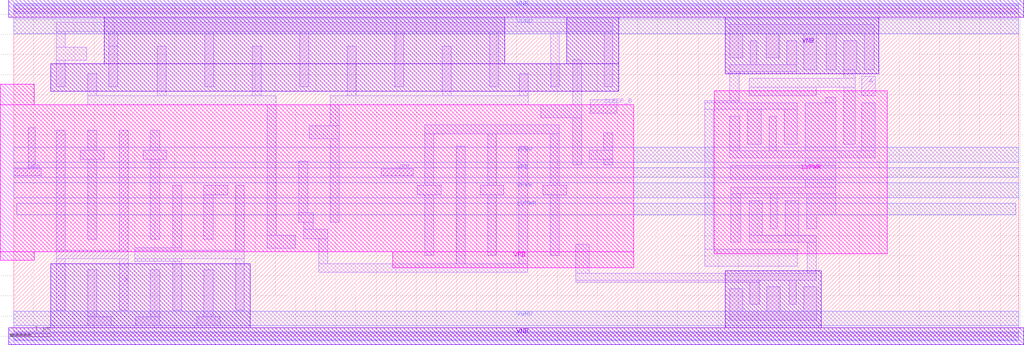
<source format=lef>
VERSION 5.7 ;
  NOWIREEXTENSIONATPIN ON ;
  DIVIDERCHAR "/" ;
  BUSBITCHARS "[]" ;
MACRO sky130_fd_sc_hvl__a21o_1
  CLASS CORE ;
  FOREIGN sky130_fd_sc_hvl__a21o_1 ;
  ORIGIN 0.000 0.000 ;
  SIZE 4.320 BY 4.070 ;
  SYMMETRY X Y ;
  SITE unithv ;
  PIN A1
    DIRECTION INPUT ;
    USE SIGNAL ;
    ANTENNAGATEAREA 1.125000 ;
    PORT
      LAYER li1 ;
        RECT 2.805 1.505 3.715 1.835 ;
    END
  END A1
  PIN A2
    DIRECTION INPUT ;
    USE SIGNAL ;
    ANTENNAGATEAREA 1.125000 ;
    PORT
      LAYER li1 ;
        RECT 3.895 1.505 4.195 1.835 ;
    END
  END A2
  PIN B1
    DIRECTION INPUT ;
    USE SIGNAL ;
    ANTENNAGATEAREA 1.125000 ;
    PORT
      LAYER li1 ;
        RECT 1.085 1.505 2.275 1.750 ;
    END
  END B1
  PIN VGND
    DIRECTION INOUT ;
    USE GROUND ;
    PORT
      LAYER met1 ;
        RECT 0.000 0.255 4.320 0.625 ;
    END
  END VGND
  PIN VNB
    DIRECTION INOUT ;
    USE GROUND ;
    PORT
      LAYER pwell ;
        RECT 0.100 0.215 4.280 1.415 ;
        RECT -0.130 -0.215 4.450 0.215 ;
      LAYER met1 ;
        RECT 0.000 -0.115 4.320 0.115 ;
    END
  END VNB
  PIN VPB
    DIRECTION INOUT ;
    USE POWER ;
    PORT
      LAYER nwell ;
        RECT -0.330 1.885 4.650 4.485 ;
      LAYER met1 ;
        RECT 0.000 3.955 4.320 4.185 ;
    END
  END VPB
  PIN VPWR
    DIRECTION INOUT ;
    USE POWER ;
    PORT
      LAYER met1 ;
        RECT 0.000 3.445 4.320 3.815 ;
    END
  END VPWR
  PIN X
    DIRECTION OUTPUT ;
    USE SIGNAL ;
    ANTENNADIFFAREA 0.611250 ;
    PORT
      LAYER li1 ;
        RECT 0.110 1.325 0.360 3.735 ;
        RECT 0.110 0.495 0.460 1.325 ;
    END
  END X
  OBS
      LAYER li1 ;
        RECT 0.000 3.985 4.320 4.155 ;
        RECT 0.540 2.280 1.440 3.755 ;
        RECT 1.620 2.100 1.870 3.755 ;
        RECT 2.320 2.450 2.650 3.755 ;
        RECT 2.830 2.630 3.780 3.755 ;
        RECT 3.960 2.450 4.210 3.735 ;
        RECT 2.320 2.280 4.210 2.450 ;
        RECT 3.960 2.195 4.210 2.280 ;
        RECT 0.565 1.930 2.625 2.100 ;
        RECT 0.565 1.725 0.895 1.930 ;
        RECT 2.455 1.325 2.625 1.930 ;
        RECT 0.640 0.365 2.250 1.325 ;
        RECT 2.430 0.495 2.680 1.325 ;
        RECT 2.860 0.365 4.170 1.325 ;
        RECT 0.000 -0.085 4.320 0.085 ;
  END
END sky130_fd_sc_hvl__a21o_1

#--------EOF---------

MACRO sky130_fd_sc_hvl__a21oi_1
  CLASS CORE ;
  FOREIGN sky130_fd_sc_hvl__a21oi_1 ;
  ORIGIN 0.000 0.000 ;
  SIZE 3.360 BY 4.070 ;
  SYMMETRY X Y ;
  SITE unithv ;
  PIN A1
    DIRECTION INPUT ;
    USE SIGNAL ;
    ANTENNAGATEAREA 1.125000 ;
    PORT
      LAYER li1 ;
        RECT 1.565 1.505 1.915 1.750 ;
    END
  END A1
  PIN A2
    DIRECTION INPUT ;
    USE SIGNAL ;
    ANTENNAGATEAREA 1.125000 ;
    PORT
      LAYER li1 ;
        RECT 0.125 1.505 1.315 1.750 ;
    END
  END A2
  PIN B1
    DIRECTION INPUT ;
    USE SIGNAL ;
    ANTENNAGATEAREA 1.125000 ;
    PORT
      LAYER li1 ;
        RECT 2.470 1.805 2.800 3.260 ;
    END
  END B1
  PIN VGND
    DIRECTION INOUT ;
    USE GROUND ;
    PORT
      LAYER met1 ;
        RECT 0.000 0.255 3.360 0.625 ;
    END
  END VGND
  PIN VNB
    DIRECTION INOUT ;
    USE GROUND ;
    PORT
      LAYER pwell ;
        RECT 0.440 0.215 3.340 1.415 ;
        RECT -0.130 -0.215 3.490 0.215 ;
      LAYER met1 ;
        RECT 0.000 -0.115 3.360 0.115 ;
    END
  END VNB
  PIN VPB
    DIRECTION INOUT ;
    USE POWER ;
    PORT
      LAYER nwell ;
        RECT -0.330 1.885 3.690 4.485 ;
      LAYER met1 ;
        RECT 0.000 3.955 3.360 4.185 ;
    END
  END VPB
  PIN VPWR
    DIRECTION INOUT ;
    USE POWER ;
    PORT
      LAYER met1 ;
        RECT 0.000 3.445 3.360 3.815 ;
    END
  END VPWR
  PIN Y
    DIRECTION OUTPUT ;
    USE SIGNAL ;
    ANTENNADIFFAREA 0.832500 ;
    PORT
      LAYER li1 ;
        RECT 2.980 1.625 3.235 3.755 ;
        RECT 2.220 1.455 3.235 1.625 ;
        RECT 2.220 0.495 2.470 1.455 ;
    END
  END Y
  OBS
      LAYER li1 ;
        RECT 0.000 3.985 3.360 4.155 ;
        RECT 0.260 2.100 0.510 3.755 ;
        RECT 0.690 2.280 1.940 3.755 ;
        RECT 2.120 2.100 2.290 3.755 ;
        RECT 0.260 1.930 2.290 2.100 ;
        RECT 0.330 0.365 2.040 1.325 ;
        RECT 2.675 0.365 3.265 1.275 ;
        RECT 0.000 -0.085 3.360 0.085 ;
  END
END sky130_fd_sc_hvl__a21oi_1

#--------EOF---------

MACRO sky130_fd_sc_hvl__a22o_1
  CLASS CORE ;
  FOREIGN sky130_fd_sc_hvl__a22o_1 ;
  ORIGIN 0.000 0.000 ;
  SIZE 5.280 BY 4.070 ;
  SYMMETRY X Y ;
  SITE unithv ;
  PIN A1
    DIRECTION INPUT ;
    USE SIGNAL ;
    ANTENNAGATEAREA 1.125000 ;
    PORT
      LAYER li1 ;
        RECT 3.485 1.505 4.645 1.750 ;
    END
  END A1
  PIN A2
    DIRECTION INPUT ;
    USE SIGNAL ;
    ANTENNAGATEAREA 1.125000 ;
    PORT
      LAYER li1 ;
        RECT 4.825 1.505 5.155 1.750 ;
    END
  END A2
  PIN B1
    DIRECTION INPUT ;
    USE SIGNAL ;
    ANTENNAGATEAREA 1.125000 ;
    PORT
      LAYER li1 ;
        RECT 3.035 0.810 3.205 1.750 ;
    END
  END B1
  PIN B2
    DIRECTION INPUT ;
    USE SIGNAL ;
    ANTENNAGATEAREA 1.125000 ;
    PORT
      LAYER li1 ;
        RECT 1.990 1.775 2.320 3.260 ;
    END
  END B2
  PIN VGND
    DIRECTION INOUT ;
    USE GROUND ;
    PORT
      LAYER met1 ;
        RECT 0.000 0.255 5.280 0.625 ;
    END
  END VGND
  PIN VNB
    DIRECTION INOUT ;
    USE GROUND ;
    PORT
      LAYER pwell ;
        RECT 0.020 0.215 5.235 1.415 ;
        RECT -0.130 -0.215 5.410 0.215 ;
      LAYER met1 ;
        RECT 0.000 -0.115 5.280 0.115 ;
    END
  END VNB
  PIN VPB
    DIRECTION INOUT ;
    USE POWER ;
    PORT
      LAYER nwell ;
        RECT -0.330 1.885 5.610 4.485 ;
      LAYER met1 ;
        RECT 0.000 3.955 5.280 4.185 ;
    END
  END VPB
  PIN VPWR
    DIRECTION INOUT ;
    USE POWER ;
    PORT
      LAYER met1 ;
        RECT 0.000 3.445 5.280 3.815 ;
    END
  END VPWR
  PIN X
    DIRECTION OUTPUT ;
    USE SIGNAL ;
    ANTENNADIFFAREA 0.626250 ;
    PORT
      LAYER li1 ;
        RECT 0.105 0.495 0.380 3.755 ;
    END
  END X
  OBS
      LAYER li1 ;
        RECT 0.000 3.985 5.280 4.155 ;
        RECT 0.560 2.175 1.460 3.755 ;
        RECT 1.640 3.635 3.530 3.805 ;
        RECT 1.640 2.175 1.810 3.635 ;
        RECT 0.585 1.595 0.915 1.755 ;
        RECT 2.500 1.595 2.830 3.455 ;
        RECT 3.280 2.100 3.530 3.635 ;
        RECT 3.710 2.280 4.660 3.755 ;
        RECT 4.840 2.100 5.170 3.735 ;
        RECT 3.280 1.930 5.170 2.100 ;
        RECT 0.585 1.425 2.855 1.595 ;
        RECT 0.550 0.365 2.260 1.245 ;
        RECT 2.685 0.630 2.855 1.425 ;
        RECT 3.385 0.630 3.635 1.325 ;
        RECT 2.685 0.460 3.635 0.630 ;
        RECT 3.815 0.365 5.125 1.325 ;
        RECT 0.000 -0.085 5.280 0.085 ;
  END
END sky130_fd_sc_hvl__a22o_1

#--------EOF---------

MACRO sky130_fd_sc_hvl__a22oi_1
  CLASS CORE ;
  FOREIGN sky130_fd_sc_hvl__a22oi_1 ;
  ORIGIN 0.000 0.000 ;
  SIZE 3.840 BY 4.070 ;
  SYMMETRY X Y ;
  SITE unithv ;
  PIN A1
    DIRECTION INPUT ;
    USE SIGNAL ;
    ANTENNAGATEAREA 1.125000 ;
    PORT
      LAYER li1 ;
        RECT 2.045 1.505 2.755 1.750 ;
    END
  END A1
  PIN A2
    DIRECTION INPUT ;
    USE SIGNAL ;
    ANTENNAGATEAREA 1.125000 ;
    PORT
      LAYER li1 ;
        RECT 2.940 1.505 3.715 1.750 ;
    END
  END A2
  PIN B1
    DIRECTION INPUT ;
    USE SIGNAL ;
    ANTENNAGATEAREA 1.125000 ;
    PORT
      LAYER li1 ;
        RECT 1.465 1.505 1.795 1.750 ;
    END
  END B1
  PIN B2
    DIRECTION INPUT ;
    USE SIGNAL ;
    ANTENNAGATEAREA 1.125000 ;
    PORT
      LAYER li1 ;
        RECT 0.125 1.505 0.835 1.835 ;
    END
  END B2
  PIN VGND
    DIRECTION INOUT ;
    USE GROUND ;
    PORT
      LAYER met1 ;
        RECT 0.000 0.255 3.840 0.625 ;
    END
  END VGND
  PIN VNB
    DIRECTION INOUT ;
    USE GROUND ;
    PORT
      LAYER pwell ;
        RECT 0.105 0.215 3.635 1.415 ;
        RECT -0.130 -0.215 3.970 0.215 ;
      LAYER met1 ;
        RECT 0.000 -0.115 3.840 0.115 ;
    END
  END VNB
  PIN VPB
    DIRECTION INOUT ;
    USE POWER ;
    PORT
      LAYER nwell ;
        RECT -0.330 1.885 4.170 4.485 ;
      LAYER met1 ;
        RECT 0.000 3.955 3.840 4.185 ;
    END
  END VPB
  PIN VPWR
    DIRECTION INOUT ;
    USE POWER ;
    PORT
      LAYER met1 ;
        RECT 0.000 3.445 3.840 3.815 ;
    END
  END VPWR
  PIN Y
    DIRECTION OUTPUT ;
    USE SIGNAL ;
    ANTENNADIFFAREA 0.630000 ;
    PORT
      LAYER li1 ;
        RECT 0.925 2.175 1.285 3.455 ;
        RECT 1.085 0.980 1.285 2.175 ;
        RECT 1.705 0.980 1.955 1.325 ;
        RECT 1.085 0.810 1.955 0.980 ;
        RECT 1.705 0.495 1.955 0.810 ;
    END
  END Y
  OBS
      LAYER li1 ;
        RECT 0.000 3.985 3.840 4.155 ;
        RECT 0.145 3.635 1.955 3.805 ;
        RECT 0.145 2.175 0.475 3.635 ;
        RECT 1.705 2.100 1.955 3.635 ;
        RECT 2.135 2.280 3.085 3.755 ;
        RECT 3.265 2.100 3.595 3.755 ;
        RECT 1.705 1.930 3.595 2.100 ;
        RECT 0.090 0.365 0.680 1.325 ;
        RECT 2.135 0.365 3.750 1.325 ;
        RECT 0.000 -0.085 3.840 0.085 ;
  END
END sky130_fd_sc_hvl__a22oi_1

#--------EOF---------

MACRO sky130_fd_sc_hvl__and2_1
  CLASS CORE ;
  FOREIGN sky130_fd_sc_hvl__and2_1 ;
  ORIGIN 0.000 0.000 ;
  SIZE 3.360 BY 4.070 ;
  SYMMETRY X Y ;
  SITE unithv ;
  PIN A
    DIRECTION INPUT ;
    USE SIGNAL ;
    ANTENNAGATEAREA 0.420000 ;
    PORT
      LAYER li1 ;
        RECT 0.125 1.175 0.535 1.845 ;
    END
  END A
  PIN B
    DIRECTION INPUT ;
    USE SIGNAL ;
    ANTENNAGATEAREA 0.420000 ;
    PORT
      LAYER li1 ;
        RECT 1.065 0.810 1.455 1.725 ;
    END
  END B
  PIN VGND
    DIRECTION INOUT ;
    USE GROUND ;
    PORT
      LAYER met1 ;
        RECT 0.000 0.255 3.360 0.625 ;
    END
  END VGND
  PIN VNB
    DIRECTION INOUT ;
    USE GROUND ;
    PORT
      LAYER pwell ;
        RECT 2.030 1.085 3.340 1.415 ;
        RECT 0.020 0.215 3.340 1.085 ;
        RECT -0.130 -0.215 3.490 0.215 ;
      LAYER met1 ;
        RECT 0.000 -0.115 3.360 0.115 ;
    END
  END VNB
  PIN VPB
    DIRECTION INOUT ;
    USE POWER ;
    PORT
      LAYER nwell ;
        RECT -0.330 1.885 3.690 4.485 ;
      LAYER met1 ;
        RECT 0.000 3.955 3.360 4.185 ;
    END
  END VPB
  PIN VPWR
    DIRECTION INOUT ;
    USE POWER ;
    PORT
      LAYER met1 ;
        RECT 0.000 3.445 3.360 3.815 ;
    END
  END VPWR
  PIN X
    DIRECTION OUTPUT ;
    USE SIGNAL ;
    ANTENNADIFFAREA 0.626250 ;
    PORT
      LAYER li1 ;
        RECT 2.980 0.495 3.255 3.755 ;
    END
  END X
  OBS
      LAYER li1 ;
        RECT 0.000 3.985 3.360 4.155 ;
        RECT 0.090 2.255 1.020 3.705 ;
        RECT 1.200 2.075 1.370 2.675 ;
        RECT 1.550 2.255 2.800 3.755 ;
        RECT 0.715 1.905 2.775 2.075 ;
        RECT 0.715 0.995 0.885 1.905 ;
        RECT 2.445 1.725 2.775 1.905 ;
        RECT 0.130 0.825 0.885 0.995 ;
        RECT 0.130 0.495 0.380 0.825 ;
        RECT 1.635 0.365 2.625 1.325 ;
        RECT 0.000 -0.085 3.360 0.085 ;
  END
END sky130_fd_sc_hvl__and2_1

#--------EOF---------

MACRO sky130_fd_sc_hvl__and3_1
  CLASS CORE ;
  FOREIGN sky130_fd_sc_hvl__and3_1 ;
  ORIGIN 0.000 0.000 ;
  SIZE 3.840 BY 4.070 ;
  SYMMETRY X Y ;
  SITE unithv ;
  PIN A
    DIRECTION INPUT ;
    USE SIGNAL ;
    ANTENNAGATEAREA 0.420000 ;
    PORT
      LAYER li1 ;
        RECT 0.605 0.810 0.935 1.645 ;
    END
  END A
  PIN B
    DIRECTION INPUT ;
    USE SIGNAL ;
    ANTENNAGATEAREA 0.420000 ;
    PORT
      LAYER li1 ;
        RECT 0.605 2.175 1.565 2.490 ;
    END
  END B
  PIN C
    DIRECTION INPUT ;
    USE SIGNAL ;
    ANTENNAGATEAREA 0.420000 ;
    PORT
      LAYER li1 ;
        RECT 1.115 0.810 2.255 1.645 ;
    END
  END C
  PIN VGND
    DIRECTION INOUT ;
    USE GROUND ;
    PORT
      LAYER met1 ;
        RECT 0.000 0.255 3.840 0.625 ;
    END
  END VGND
  PIN VNB
    DIRECTION INOUT ;
    USE GROUND ;
    PORT
      LAYER pwell ;
        RECT 0.065 0.215 3.820 1.415 ;
        RECT -0.130 -0.215 3.970 0.215 ;
      LAYER met1 ;
        RECT 0.000 -0.115 3.840 0.115 ;
    END
  END VNB
  PIN VPB
    DIRECTION INOUT ;
    USE POWER ;
    PORT
      LAYER nwell ;
        RECT -0.330 1.885 4.170 4.485 ;
      LAYER met1 ;
        RECT 0.000 3.955 3.840 4.185 ;
    END
  END VPB
  PIN VPWR
    DIRECTION INOUT ;
    USE POWER ;
    PORT
      LAYER met1 ;
        RECT 0.000 3.445 3.840 3.815 ;
    END
  END VPWR
  PIN X
    DIRECTION OUTPUT ;
    USE SIGNAL ;
    ANTENNADIFFAREA 0.626250 ;
    PORT
      LAYER li1 ;
        RECT 3.365 2.175 3.715 3.755 ;
        RECT 3.410 0.495 3.715 2.175 ;
    END
  END X
  OBS
      LAYER li1 ;
        RECT 0.000 3.985 3.840 4.155 ;
        RECT 0.130 1.995 0.380 3.045 ;
        RECT 0.560 2.670 1.510 3.705 ;
        RECT 1.770 1.995 2.020 3.045 ;
        RECT 2.200 2.175 3.150 3.755 ;
        RECT 0.130 1.825 3.240 1.995 ;
        RECT 0.130 0.825 0.425 1.825 ;
        RECT 2.910 1.665 3.240 1.825 ;
        RECT 2.435 0.365 3.240 1.325 ;
        RECT 0.000 -0.085 3.840 0.085 ;
  END
END sky130_fd_sc_hvl__and3_1

#--------EOF---------

MACRO sky130_fd_sc_hvl__buf_1
  CLASS CORE ;
  FOREIGN sky130_fd_sc_hvl__buf_1 ;
  ORIGIN 0.000 0.000 ;
  SIZE 2.400 BY 4.070 ;
  SYMMETRY X Y ;
  SITE unithv ;
  PIN A
    DIRECTION INPUT ;
    USE SIGNAL ;
    ANTENNAGATEAREA 0.585000 ;
    PORT
      LAYER li1 ;
        RECT 1.465 1.465 1.795 3.260 ;
    END
  END A
  PIN VGND
    DIRECTION INOUT ;
    USE GROUND ;
    PORT
      LAYER met1 ;
        RECT 0.000 0.255 2.400 0.625 ;
    END
  END VGND
  PIN VNB
    DIRECTION INOUT ;
    USE GROUND ;
    PORT
      LAYER pwell ;
        RECT 0.025 1.085 1.335 1.415 ;
        RECT 0.025 0.215 2.335 1.085 ;
        RECT -0.130 -0.215 2.530 0.215 ;
      LAYER met1 ;
        RECT 0.000 -0.115 2.400 0.115 ;
    END
  END VNB
  PIN VPB
    DIRECTION INOUT ;
    USE POWER ;
    PORT
      LAYER nwell ;
        RECT -0.330 1.885 2.730 4.485 ;
      LAYER met1 ;
        RECT 0.000 3.955 2.400 4.185 ;
    END
  END VPB
  PIN VPWR
    DIRECTION INOUT ;
    USE POWER ;
    PORT
      LAYER met1 ;
        RECT 0.000 3.445 2.400 3.815 ;
    END
  END VPWR
  PIN X
    DIRECTION OUTPUT ;
    USE SIGNAL ;
    ANTENNADIFFAREA 0.626250 ;
    PORT
      LAYER li1 ;
        RECT 0.115 2.175 0.550 3.755 ;
        RECT 0.115 0.495 0.365 2.175 ;
    END
  END X
  OBS
      LAYER li1 ;
        RECT 0.000 3.985 2.400 4.155 ;
        RECT 0.730 2.175 1.285 3.755 ;
        RECT 0.675 1.285 1.005 1.745 ;
        RECT 1.975 1.285 2.225 3.005 ;
        RECT 0.675 1.115 2.225 1.285 ;
        RECT 0.545 0.365 1.795 0.935 ;
        RECT 1.975 0.495 2.225 1.115 ;
        RECT 0.000 -0.085 2.400 0.085 ;
  END
END sky130_fd_sc_hvl__buf_1

#--------EOF---------

MACRO sky130_fd_sc_hvl__buf_2
  CLASS CORE ;
  FOREIGN sky130_fd_sc_hvl__buf_2 ;
  ORIGIN 0.000 0.000 ;
  SIZE 3.360 BY 4.070 ;
  SYMMETRY X Y ;
  SITE unithv ;
  PIN A
    DIRECTION INPUT ;
    USE SIGNAL ;
    ANTENNAGATEAREA 0.585000 ;
    PORT
      LAYER li1 ;
        RECT 2.045 1.775 2.775 2.120 ;
    END
  END A
  PIN VGND
    DIRECTION INOUT ;
    USE GROUND ;
    PORT
      LAYER met1 ;
        RECT 0.000 0.255 3.360 0.625 ;
    END
  END VGND
  PIN VNB
    DIRECTION INOUT ;
    USE GROUND ;
    PORT
      LAYER pwell ;
        RECT 0.250 0.215 3.340 1.415 ;
        RECT -0.130 -0.215 3.490 0.215 ;
      LAYER met1 ;
        RECT 0.000 -0.115 3.360 0.115 ;
    END
  END VNB
  PIN VPB
    DIRECTION INOUT ;
    USE POWER ;
    PORT
      LAYER nwell ;
        RECT -0.330 1.885 3.690 4.485 ;
      LAYER met1 ;
        RECT 0.000 3.955 3.360 4.185 ;
    END
  END VPB
  PIN VPWR
    DIRECTION INOUT ;
    USE POWER ;
    PORT
      LAYER met1 ;
        RECT 0.000 3.445 3.360 3.815 ;
    END
  END VPWR
  PIN X
    DIRECTION OUTPUT ;
    USE SIGNAL ;
    ANTENNADIFFAREA 0.630000 ;
    PORT
      LAYER li1 ;
        RECT 1.200 1.780 1.370 3.755 ;
        RECT 0.125 1.720 1.370 1.780 ;
        RECT 0.125 1.550 1.390 1.720 ;
        RECT 1.220 0.495 1.390 1.550 ;
    END
  END X
  OBS
      LAYER li1 ;
        RECT 0.000 3.985 3.360 4.155 ;
        RECT 0.090 2.175 1.020 3.755 ;
        RECT 1.550 2.300 2.800 3.755 ;
        RECT 1.570 1.595 1.865 1.755 ;
        RECT 2.980 1.595 3.250 3.005 ;
        RECT 1.570 1.425 3.250 1.595 ;
        RECT 0.090 0.365 1.040 1.325 ;
        RECT 1.570 0.365 2.820 1.245 ;
        RECT 3.000 0.825 3.250 1.425 ;
        RECT 0.000 -0.085 3.360 0.085 ;
  END
END sky130_fd_sc_hvl__buf_2

#--------EOF---------

MACRO sky130_fd_sc_hvl__buf_4
  CLASS CORE ;
  FOREIGN sky130_fd_sc_hvl__buf_4 ;
  ORIGIN 0.000 0.000 ;
  SIZE 4.800 BY 4.070 ;
  SYMMETRY X Y ;
  SITE unithv ;
  PIN A
    DIRECTION INPUT ;
    USE SIGNAL ;
    ANTENNAGATEAREA 1.125000 ;
    PORT
      LAYER li1 ;
        RECT 3.885 1.775 4.215 2.120 ;
    END
  END A
  PIN VGND
    DIRECTION INOUT ;
    USE GROUND ;
    PORT
      LAYER met1 ;
        RECT 0.000 0.255 4.800 0.625 ;
    END
  END VGND
  PIN VNB
    DIRECTION INOUT ;
    USE GROUND ;
    PORT
      LAYER pwell ;
        RECT 0.330 0.215 4.780 1.415 ;
        RECT -0.130 -0.215 4.930 0.215 ;
      LAYER met1 ;
        RECT 0.000 -0.115 4.800 0.115 ;
    END
  END VNB
  PIN VPB
    DIRECTION INOUT ;
    USE POWER ;
    PORT
      LAYER nwell ;
        RECT -0.330 1.885 5.130 4.485 ;
      LAYER met1 ;
        RECT 0.000 3.955 4.800 4.185 ;
    END
  END VPB
  PIN VPWR
    DIRECTION INOUT ;
    USE POWER ;
    PORT
      LAYER met1 ;
        RECT 0.000 3.445 4.800 3.815 ;
    END
  END VPWR
  PIN X
    DIRECTION OUTPUT ;
    USE SIGNAL ;
    ANTENNADIFFAREA 1.260000 ;
    PORT
      LAYER li1 ;
        RECT 1.220 2.075 1.470 3.755 ;
        RECT 2.780 2.075 3.110 3.755 ;
        RECT 1.220 1.905 3.110 2.075 ;
        RECT 1.220 1.780 1.390 1.905 ;
        RECT 0.125 1.550 1.390 1.780 ;
        RECT 1.220 1.375 1.390 1.550 ;
        RECT 1.220 1.205 3.030 1.375 ;
        RECT 1.220 0.495 1.470 1.205 ;
        RECT 2.780 0.495 3.030 1.205 ;
    END
  END X
  OBS
      LAYER li1 ;
        RECT 0.000 3.985 4.800 4.155 ;
        RECT 0.090 2.175 1.040 3.755 ;
        RECT 1.650 2.255 2.600 3.755 ;
        RECT 3.290 2.300 4.240 3.755 ;
        RECT 1.570 1.595 3.600 1.725 ;
        RECT 4.420 1.595 4.670 3.755 ;
        RECT 1.570 1.555 4.670 1.595 ;
        RECT 3.430 1.425 4.670 1.555 ;
        RECT 0.090 0.365 1.040 1.325 ;
        RECT 1.650 0.365 2.600 1.025 ;
        RECT 3.210 0.365 4.160 1.245 ;
        RECT 4.340 0.495 4.670 1.425 ;
        RECT 0.000 -0.085 4.800 0.085 ;
  END
END sky130_fd_sc_hvl__buf_4

#--------EOF---------

MACRO sky130_fd_sc_hvl__buf_8
  CLASS CORE ;
  FOREIGN sky130_fd_sc_hvl__buf_8 ;
  ORIGIN 0.000 0.000 ;
  SIZE 9.600 BY 4.070 ;
  SYMMETRY X Y ;
  SITE unithv ;
  PIN A
    DIRECTION INPUT ;
    USE SIGNAL ;
    ANTENNAGATEAREA 3.375000 ;
    PORT
      LAYER li1 ;
        RECT 0.635 1.580 2.245 1.815 ;
    END
  END A
  PIN VGND
    DIRECTION INOUT ;
    USE GROUND ;
    PORT
      LAYER met1 ;
        RECT 0.000 0.255 9.600 0.625 ;
    END
  END VGND
  PIN VNB
    DIRECTION INOUT ;
    USE GROUND ;
    PORT
      LAYER pwell ;
        RECT 0.115 0.215 9.505 1.585 ;
        RECT -0.130 -0.215 9.730 0.215 ;
      LAYER met1 ;
        RECT 0.000 -0.115 9.600 0.115 ;
    END
  END VNB
  PIN VPB
    DIRECTION INOUT ;
    USE POWER ;
    PORT
      LAYER nwell ;
        RECT -0.330 1.885 9.930 4.485 ;
      LAYER met1 ;
        RECT 0.000 3.955 9.600 4.185 ;
    END
  END VPB
  PIN VPWR
    DIRECTION INOUT ;
    USE POWER ;
    PORT
      LAYER met1 ;
        RECT 0.000 3.445 9.600 3.815 ;
    END
  END VPWR
  PIN X
    DIRECTION OUTPUT ;
    USE SIGNAL ;
    ANTENNADIFFAREA 2.520000 ;
    PORT
      LAYER li1 ;
        RECT 3.605 2.205 3.935 3.445 ;
        RECT 5.165 2.205 5.495 3.445 ;
        RECT 6.725 2.205 7.055 3.445 ;
        RECT 8.285 3.230 8.735 3.445 ;
        RECT 8.285 2.205 8.965 3.230 ;
        RECT 3.605 2.035 8.965 2.205 ;
        RECT 3.665 1.625 8.555 1.795 ;
        RECT 3.665 0.805 3.875 1.625 ;
        RECT 5.225 0.805 5.435 1.625 ;
        RECT 6.785 0.805 6.995 1.625 ;
        RECT 8.345 0.975 8.555 1.625 ;
        RECT 8.735 0.975 8.965 2.035 ;
        RECT 8.345 0.805 8.965 0.975 ;
    END
  END X
  OBS
      LAYER li1 ;
        RECT 0.000 3.985 9.600 4.155 ;
        RECT 0.615 3.625 9.505 3.795 ;
        RECT 0.245 2.265 0.435 3.545 ;
        RECT 0.615 2.445 1.865 3.625 ;
        RECT 2.045 2.265 2.595 3.445 ;
        RECT 2.765 2.385 3.435 3.625 ;
        RECT 4.105 2.385 4.995 3.625 ;
        RECT 5.665 2.385 6.555 3.625 ;
        RECT 7.225 2.385 8.115 3.625 ;
        RECT 8.905 3.475 9.505 3.625 ;
        RECT 9.135 2.385 9.505 3.475 ;
        RECT 0.245 2.095 2.595 2.265 ;
        RECT 0.245 1.475 0.435 2.095 ;
        RECT 2.425 1.955 2.595 2.095 ;
        RECT 2.425 1.625 3.380 1.955 ;
        RECT 0.245 0.805 0.455 1.475 ;
        RECT 2.425 1.400 2.595 1.625 ;
        RECT 0.675 0.550 1.925 1.385 ;
        RECT 2.105 1.230 2.595 1.400 ;
        RECT 2.105 0.730 2.315 1.230 ;
        RECT 2.765 0.760 3.495 1.445 ;
        RECT 2.605 0.550 3.495 0.760 ;
        RECT 4.045 0.550 5.055 1.445 ;
        RECT 5.605 0.550 6.615 1.445 ;
        RECT 7.165 0.550 8.175 1.445 ;
        RECT 9.135 0.600 9.505 1.445 ;
        RECT 8.975 0.550 9.505 0.600 ;
        RECT 0.675 0.380 9.505 0.550 ;
        RECT 0.000 -0.085 9.600 0.085 ;
  END
END sky130_fd_sc_hvl__buf_8

#--------EOF---------

MACRO sky130_fd_sc_hvl__buf_16
  CLASS CORE ;
  FOREIGN sky130_fd_sc_hvl__buf_16 ;
  ORIGIN 0.000 0.000 ;
  SIZE 17.760 BY 4.070 ;
  SYMMETRY X Y ;
  SITE unithv ;
  PIN A
    DIRECTION INPUT ;
    USE SIGNAL ;
    ANTENNAGATEAREA 6.750000 ;
    PORT
      LAYER li1 ;
        RECT 0.220 1.580 4.630 1.815 ;
    END
  END A
  PIN VGND
    DIRECTION INOUT ;
    USE GROUND ;
    PORT
      LAYER met1 ;
        RECT 0.000 0.255 17.760 0.625 ;
    END
  END VGND
  PIN VNB
    DIRECTION INOUT ;
    USE GROUND ;
    PORT
      LAYER pwell ;
        RECT 0.020 0.215 17.690 1.585 ;
        RECT -0.130 -0.215 17.890 0.215 ;
      LAYER met1 ;
        RECT 0.000 -0.115 17.760 0.115 ;
    END
  END VNB
  PIN VPB
    DIRECTION INOUT ;
    USE POWER ;
    PORT
      LAYER nwell ;
        RECT -0.330 1.885 18.090 4.485 ;
      LAYER met1 ;
        RECT 0.000 3.955 17.760 4.185 ;
    END
  END VPB
  PIN VPWR
    DIRECTION INOUT ;
    USE POWER ;
    PORT
      LAYER met1 ;
        RECT 0.000 3.445 17.760 3.815 ;
    END
  END VPWR
  PIN X
    DIRECTION OUTPUT ;
    USE SIGNAL ;
    ANTENNADIFFAREA 5.040000 ;
    PORT
      LAYER met1 ;
        RECT 5.590 2.490 5.880 2.520 ;
        RECT 7.150 2.490 7.440 2.520 ;
        RECT 8.710 2.490 9.000 2.520 ;
        RECT 10.270 2.490 10.560 2.520 ;
        RECT 11.830 2.490 12.120 2.520 ;
        RECT 13.390 2.490 13.680 2.520 ;
        RECT 14.950 2.490 15.240 2.520 ;
        RECT 16.510 2.490 16.800 2.520 ;
        RECT 5.590 2.320 16.800 2.490 ;
        RECT 5.590 2.290 5.880 2.320 ;
        RECT 7.150 2.290 7.440 2.320 ;
        RECT 8.710 2.290 9.000 2.320 ;
        RECT 10.270 2.290 10.560 2.320 ;
        RECT 11.830 2.290 12.120 2.320 ;
        RECT 13.390 2.290 13.680 2.320 ;
        RECT 14.950 2.290 15.240 2.320 ;
        RECT 16.510 2.290 16.800 2.320 ;
    END
  END X
  OBS
      LAYER li1 ;
        RECT 0.000 3.985 17.760 4.155 ;
        RECT 0.110 2.175 0.680 3.755 ;
        RECT 0.850 2.265 1.160 3.755 ;
        RECT 1.340 2.445 2.230 3.675 ;
        RECT 2.400 2.265 2.710 3.755 ;
        RECT 2.880 2.445 3.770 3.675 ;
        RECT 3.940 2.265 4.290 3.755 ;
        RECT 4.460 2.445 5.350 3.675 ;
        RECT 0.850 1.985 5.350 2.265 ;
        RECT 4.800 1.410 5.350 1.985 ;
        RECT 0.110 0.425 0.645 1.410 ;
        RECT 0.815 1.195 5.350 1.410 ;
        RECT 0.815 0.755 1.170 1.195 ;
        RECT 1.340 0.415 2.230 1.025 ;
        RECT 2.400 0.730 2.790 1.195 ;
        RECT 2.960 0.425 3.855 1.025 ;
        RECT 4.025 0.730 4.270 1.195 ;
        RECT 4.440 0.425 5.330 1.025 ;
        RECT 5.570 0.790 5.900 3.755 ;
        RECT 6.070 2.175 6.960 3.755 ;
        RECT 6.160 1.565 6.830 1.895 ;
        RECT 6.070 0.425 6.960 1.395 ;
        RECT 7.130 0.790 7.460 3.755 ;
        RECT 7.630 2.175 8.520 3.755 ;
        RECT 7.720 1.565 8.390 1.895 ;
        RECT 7.630 0.425 8.520 1.395 ;
        RECT 8.690 0.790 9.020 3.755 ;
        RECT 9.190 2.175 10.080 3.755 ;
        RECT 9.280 1.565 9.950 1.895 ;
        RECT 9.190 0.425 10.080 1.395 ;
        RECT 10.250 0.790 10.580 3.755 ;
        RECT 10.750 2.175 11.640 3.755 ;
        RECT 10.840 1.565 11.510 1.895 ;
        RECT 10.750 0.425 11.640 1.395 ;
        RECT 11.810 0.790 12.140 3.755 ;
        RECT 12.310 2.175 13.200 3.755 ;
        RECT 12.400 1.565 13.070 1.895 ;
        RECT 12.310 0.425 13.200 1.395 ;
        RECT 13.370 0.790 13.700 3.755 ;
        RECT 13.870 2.175 14.760 3.755 ;
        RECT 13.960 1.565 14.630 1.895 ;
        RECT 13.870 0.425 14.760 1.395 ;
        RECT 14.930 0.790 15.260 3.755 ;
        RECT 15.430 2.175 16.320 3.755 ;
        RECT 15.520 1.565 16.190 1.895 ;
        RECT 15.430 0.425 16.320 1.395 ;
        RECT 16.490 0.790 16.900 3.755 ;
        RECT 17.070 2.175 17.600 3.755 ;
        RECT 17.070 0.425 17.600 1.495 ;
        RECT 0.000 -0.085 17.760 0.085 ;
      LAYER met1 ;
        RECT 4.740 1.750 5.360 1.780 ;
        RECT 6.170 1.750 6.820 1.780 ;
        RECT 7.730 1.750 8.380 1.780 ;
        RECT 9.290 1.750 9.940 1.780 ;
        RECT 10.850 1.750 11.500 1.780 ;
        RECT 12.410 1.750 13.060 1.780 ;
        RECT 13.970 1.750 14.620 1.780 ;
        RECT 15.530 1.750 16.180 1.780 ;
        RECT 4.740 1.580 16.250 1.750 ;
        RECT 4.740 1.550 5.360 1.580 ;
        RECT 6.170 1.550 6.820 1.580 ;
        RECT 7.730 1.550 8.380 1.580 ;
        RECT 9.290 1.550 9.940 1.580 ;
        RECT 10.850 1.550 11.500 1.580 ;
        RECT 12.410 1.550 13.060 1.580 ;
        RECT 13.970 1.550 14.620 1.580 ;
        RECT 15.530 1.550 16.180 1.580 ;
  END
END sky130_fd_sc_hvl__buf_16

#--------EOF---------

MACRO sky130_fd_sc_hvl__buf_32
  CLASS CORE ;
  FOREIGN sky130_fd_sc_hvl__buf_32 ;
  ORIGIN 0.000 0.000 ;
  SIZE 33.600 BY 4.070 ;
  SYMMETRY X Y ;
  SITE unithv ;
  PIN A
    DIRECTION INPUT ;
    USE SIGNAL ;
    ANTENNAGATEAREA 11.250000 ;
    PORT
      LAYER li1 ;
        RECT 0.220 1.580 4.630 1.815 ;
    END
  END A
  PIN VGND
    DIRECTION INOUT ;
    USE GROUND ;
    PORT
      LAYER met1 ;
        RECT 0.000 0.255 33.600 0.625 ;
    END
  END VGND
  PIN VNB
    DIRECTION INOUT ;
    USE GROUND ;
    PORT
      LAYER pwell ;
        RECT 0.020 0.215 33.530 1.585 ;
        RECT -0.130 -0.215 33.730 0.215 ;
      LAYER met1 ;
        RECT 0.000 -0.115 33.600 0.115 ;
    END
  END VNB
  PIN VPB
    DIRECTION INOUT ;
    USE POWER ;
    PORT
      LAYER nwell ;
        RECT -0.330 1.885 33.930 4.485 ;
      LAYER met1 ;
        RECT 0.000 3.955 33.600 4.185 ;
    END
  END VPB
  PIN VPWR
    DIRECTION INOUT ;
    USE POWER ;
    PORT
      LAYER met1 ;
        RECT 0.000 3.445 33.600 3.815 ;
    END
  END VPWR
  PIN X
    DIRECTION OUTPUT ;
    USE SIGNAL ;
    ANTENNADIFFAREA 10.080000 ;
    PORT
      LAYER met1 ;
        RECT 8.950 2.290 32.640 2.520 ;
    END
  END X
  OBS
      LAYER li1 ;
        RECT 0.000 3.985 33.600 4.155 ;
        RECT 0.110 2.175 0.680 3.755 ;
        RECT 0.850 2.265 1.160 3.755 ;
        RECT 1.340 2.445 2.230 3.675 ;
        RECT 2.400 2.265 2.710 3.755 ;
        RECT 2.880 2.445 3.770 3.675 ;
        RECT 3.940 2.265 4.290 3.755 ;
        RECT 4.460 2.445 5.350 3.675 ;
        RECT 5.520 2.265 5.830 3.755 ;
        RECT 6.000 2.445 6.890 3.675 ;
        RECT 7.060 2.265 7.410 3.755 ;
        RECT 0.850 1.985 7.410 2.265 ;
        RECT 7.580 2.235 8.480 3.675 ;
        RECT 4.800 1.410 7.410 1.985 ;
        RECT 0.110 0.425 0.645 1.410 ;
        RECT 0.815 1.195 7.410 1.410 ;
        RECT 0.815 0.755 1.170 1.195 ;
        RECT 1.340 0.415 2.230 1.025 ;
        RECT 2.400 0.730 2.790 1.195 ;
        RECT 2.960 0.425 3.855 1.025 ;
        RECT 4.025 0.730 4.270 1.195 ;
        RECT 4.440 0.425 5.330 1.025 ;
        RECT 5.520 0.730 5.910 1.195 ;
        RECT 6.080 0.425 6.975 1.025 ;
        RECT 7.145 0.730 7.390 1.195 ;
        RECT 7.580 1.025 8.480 1.395 ;
        RECT 7.560 0.425 8.480 1.025 ;
        RECT 8.930 0.790 9.260 3.755 ;
        RECT 9.430 2.175 10.320 3.755 ;
        RECT 9.520 1.565 10.190 1.895 ;
        RECT 9.430 0.425 10.320 1.395 ;
        RECT 10.490 0.790 10.820 3.755 ;
        RECT 10.990 2.175 11.880 3.755 ;
        RECT 11.080 1.565 11.750 1.895 ;
        RECT 10.990 0.425 11.880 1.395 ;
        RECT 12.050 0.790 12.380 3.755 ;
        RECT 12.550 2.175 13.440 3.755 ;
        RECT 12.640 1.565 13.310 1.895 ;
        RECT 12.550 0.425 13.440 1.395 ;
        RECT 13.610 0.790 13.940 3.755 ;
        RECT 14.110 2.175 15.000 3.755 ;
        RECT 14.200 1.565 14.870 1.895 ;
        RECT 14.110 0.425 15.000 1.395 ;
        RECT 15.170 0.790 15.500 3.755 ;
        RECT 15.670 2.175 16.560 3.755 ;
        RECT 15.760 1.565 16.430 1.895 ;
        RECT 15.670 0.425 16.560 1.395 ;
        RECT 16.730 0.790 17.060 3.755 ;
        RECT 17.230 2.175 18.120 3.755 ;
        RECT 17.320 1.565 17.990 1.895 ;
        RECT 17.230 0.425 18.120 1.395 ;
        RECT 18.290 0.790 18.620 3.755 ;
        RECT 18.790 2.175 19.680 3.755 ;
        RECT 18.880 1.565 19.550 1.895 ;
        RECT 18.790 0.425 19.680 1.395 ;
        RECT 19.850 0.790 20.260 3.755 ;
        RECT 20.430 2.175 20.960 3.755 ;
        RECT 20.430 1.565 21.100 1.895 ;
        RECT 20.430 0.425 20.960 1.395 ;
        RECT 21.410 0.790 21.740 3.755 ;
        RECT 21.910 2.175 22.800 3.755 ;
        RECT 22.000 1.565 22.670 1.895 ;
        RECT 21.910 0.425 22.800 1.395 ;
        RECT 22.970 0.790 23.300 3.755 ;
        RECT 23.470 2.175 24.360 3.755 ;
        RECT 23.560 1.565 24.230 1.895 ;
        RECT 23.470 0.425 24.360 1.395 ;
        RECT 24.530 0.790 24.860 3.755 ;
        RECT 25.030 2.175 25.920 3.755 ;
        RECT 25.120 1.565 25.790 1.895 ;
        RECT 25.030 0.425 25.920 1.395 ;
        RECT 26.090 0.790 26.420 3.755 ;
        RECT 26.590 2.175 27.480 3.755 ;
        RECT 26.680 1.565 27.350 1.895 ;
        RECT 26.590 0.425 27.480 1.395 ;
        RECT 27.650 0.790 27.980 3.755 ;
        RECT 28.150 2.175 29.040 3.755 ;
        RECT 28.240 1.565 28.910 1.895 ;
        RECT 28.150 0.425 29.040 1.395 ;
        RECT 29.210 0.790 29.540 3.755 ;
        RECT 29.710 2.175 30.600 3.755 ;
        RECT 29.800 1.565 30.470 1.895 ;
        RECT 29.710 0.425 30.600 1.395 ;
        RECT 30.770 0.790 31.100 3.755 ;
        RECT 31.270 2.175 32.160 3.755 ;
        RECT 31.360 1.565 32.030 1.895 ;
        RECT 31.270 0.425 32.160 1.395 ;
        RECT 32.330 0.790 32.740 3.755 ;
        RECT 32.910 2.175 33.440 3.755 ;
        RECT 32.910 0.425 33.440 1.495 ;
        RECT 0.000 -0.085 33.600 0.085 ;
      LAYER met1 ;
        RECT 4.960 1.550 32.090 1.780 ;
  END
END sky130_fd_sc_hvl__buf_32

#--------EOF---------

MACRO sky130_fd_sc_hvl__conb_1
  CLASS CORE ;
  FOREIGN sky130_fd_sc_hvl__conb_1 ;
  ORIGIN 0.000 0.000 ;
  SIZE 2.400 BY 4.070 ;
  SYMMETRY X Y ;
  SITE unithv ;
  PIN VGND
    DIRECTION INOUT ;
    USE GROUND ;
    PORT
      LAYER met1 ;
        RECT 0.000 0.255 2.400 0.625 ;
    END
  END VGND
  PIN VNB
    DIRECTION INOUT ;
    USE GROUND ;
    PORT
      LAYER pwell ;
        RECT -0.130 -0.215 2.530 0.215 ;
      LAYER met1 ;
        RECT 0.000 -0.115 2.400 0.115 ;
    END
  END VNB
  PIN VPB
    DIRECTION INOUT ;
    USE POWER ;
    PORT
      LAYER nwell ;
        RECT -0.330 1.885 2.730 4.485 ;
      LAYER met1 ;
        RECT 0.000 3.955 2.400 4.185 ;
    END
  END VPB
  PIN VPWR
    DIRECTION INOUT ;
    USE POWER ;
    PORT
      LAYER met1 ;
        RECT 0.000 3.445 2.400 3.815 ;
    END
  END VPWR
  PIN HI
    DIRECTION OUTPUT ;
    USE SIGNAL ;
    PORT
      LAYER li1 ;
        RECT 1.075 2.185 1.325 3.530 ;
        RECT 0.615 1.935 1.325 2.185 ;
        RECT 0.615 1.070 0.865 1.935 ;
        RECT 0.290 0.430 0.865 1.070 ;
    END
  END HI
  PIN LO
    DIRECTION OUTPUT ;
    USE SIGNAL ;
    PORT
      LAYER li1 ;
        RECT 1.530 3.175 2.110 3.815 ;
        RECT 1.530 1.765 1.795 3.175 ;
        RECT 1.035 1.500 1.795 1.765 ;
        RECT 1.035 0.500 1.365 1.500 ;
    END
  END LO
  OBS
      LAYER li1 ;
        RECT 0.000 3.985 2.400 4.155 ;
        RECT 0.215 3.445 0.865 3.785 ;
        RECT 0.215 3.175 0.620 3.445 ;
        RECT 1.780 0.625 2.185 1.070 ;
        RECT 1.535 0.285 2.185 0.625 ;
        RECT 0.000 -0.085 2.400 0.085 ;
  END
END sky130_fd_sc_hvl__conb_1

#--------EOF---------

MACRO sky130_fd_sc_hvl__decap_4
  CLASS CORE ;
  FOREIGN sky130_fd_sc_hvl__decap_4 ;
  ORIGIN 0.000 0.000 ;
  SIZE 1.920 BY 4.070 ;
  SYMMETRY X Y ;
  SITE unithv ;
  PIN VGND
    DIRECTION INOUT ;
    USE GROUND ;
    PORT
      LAYER met1 ;
        RECT 0.000 0.255 1.920 0.625 ;
    END
  END VGND
  PIN VNB
    DIRECTION INOUT ;
    USE GROUND ;
    PORT
      LAYER pwell ;
        RECT 0.080 0.215 1.890 1.475 ;
        RECT -0.130 -0.215 2.050 0.215 ;
      LAYER met1 ;
        RECT 0.000 -0.115 1.920 0.115 ;
    END
  END VNB
  PIN VPB
    DIRECTION INOUT ;
    USE POWER ;
    PORT
      LAYER nwell ;
        RECT -0.330 1.885 2.250 4.485 ;
      LAYER met1 ;
        RECT 0.000 3.955 1.920 4.185 ;
    END
  END VPB
  PIN VPWR
    DIRECTION INOUT ;
    USE POWER ;
    PORT
      LAYER met1 ;
        RECT 0.000 3.445 1.920 3.815 ;
    END
  END VPWR
  OBS
      LAYER li1 ;
        RECT 0.000 3.985 1.920 4.155 ;
        RECT 0.250 2.685 1.700 3.755 ;
        RECT 0.475 1.250 0.805 2.030 ;
        RECT 1.015 1.700 1.345 2.685 ;
        RECT 0.475 0.845 1.780 1.250 ;
        RECT 0.170 0.365 1.780 0.845 ;
        RECT 0.000 -0.085 1.920 0.085 ;
  END
END sky130_fd_sc_hvl__decap_4

#--------EOF---------

MACRO sky130_fd_sc_hvl__decap_8
  CLASS CORE ;
  FOREIGN sky130_fd_sc_hvl__decap_8 ;
  ORIGIN 0.000 0.000 ;
  SIZE 3.840 BY 4.070 ;
  SYMMETRY X Y ;
  SITE unithv ;
  PIN VGND
    DIRECTION INOUT ;
    USE GROUND ;
    PORT
      LAYER met1 ;
        RECT 0.000 0.255 3.840 0.625 ;
    END
  END VGND
  PIN VNB
    DIRECTION INOUT ;
    USE GROUND ;
    PORT
      LAYER pwell ;
        RECT 0.405 0.215 3.495 1.470 ;
        RECT -0.130 -0.215 3.970 0.215 ;
      LAYER met1 ;
        RECT 0.000 -0.115 3.840 0.115 ;
    END
  END VNB
  PIN VPB
    DIRECTION INOUT ;
    USE POWER ;
    PORT
      LAYER nwell ;
        RECT -0.330 1.885 4.170 4.485 ;
      LAYER met1 ;
        RECT 0.000 3.955 3.840 4.185 ;
    END
  END VPB
  PIN VPWR
    DIRECTION INOUT ;
    USE POWER ;
    PORT
      LAYER met1 ;
        RECT 0.000 3.445 3.840 3.815 ;
    END
  END VPWR
  OBS
      LAYER li1 ;
        RECT 0.000 3.985 3.840 4.155 ;
        RECT 0.500 2.680 3.240 3.750 ;
        RECT 0.735 1.360 1.065 2.025 ;
        RECT 1.470 1.695 1.800 2.680 ;
        RECT 2.015 1.360 2.345 2.025 ;
        RECT 2.750 1.695 3.080 2.680 ;
        RECT 0.575 0.360 3.305 1.360 ;
        RECT 0.000 -0.085 3.840 0.085 ;
  END
END sky130_fd_sc_hvl__decap_8

#--------EOF---------

MACRO sky130_fd_sc_hvl__dfrbp_1
  CLASS CORE ;
  FOREIGN sky130_fd_sc_hvl__dfrbp_1 ;
  ORIGIN 0.000 0.000 ;
  SIZE 16.800 BY 4.070 ;
  SYMMETRY X Y ;
  SITE unithv ;
  PIN CLK
    DIRECTION INPUT ;
    USE CLOCK ;
    ANTENNAGATEAREA 0.585000 ;
    PORT
      LAYER li1 ;
        RECT 0.595 1.175 0.925 1.720 ;
    END
  END CLK
  PIN D
    DIRECTION INPUT ;
    USE SIGNAL ;
    ANTENNAGATEAREA 0.420000 ;
    PORT
      LAYER li1 ;
        RECT 3.850 0.810 4.165 2.105 ;
    END
  END D
  PIN RESET_B
    DIRECTION INPUT ;
    USE SIGNAL ;
    ANTENNAGATEAREA 1.260000 ;
    PORT
      LAYER li1 ;
        RECT 2.980 1.505 3.665 2.120 ;
        RECT 7.165 1.825 8.515 1.995 ;
        RECT 3.495 0.630 3.665 1.505 ;
        RECT 8.345 1.295 8.515 1.825 ;
        RECT 6.455 1.125 8.515 1.295 ;
        RECT 11.510 1.130 11.840 1.350 ;
        RECT 6.455 0.630 6.625 1.125 ;
        RECT 3.495 0.460 6.625 0.630 ;
        RECT 8.345 0.435 8.515 1.125 ;
        RECT 10.905 0.960 11.840 1.130 ;
        RECT 10.905 0.435 11.075 0.960 ;
        RECT 8.345 0.265 11.075 0.435 ;
    END
  END RESET_B
  PIN VGND
    DIRECTION INOUT ;
    USE GROUND ;
    PORT
      LAYER met1 ;
        RECT 0.000 0.255 16.800 0.625 ;
    END
  END VGND
  PIN VNB
    DIRECTION INOUT ;
    USE GROUND ;
    PORT
      LAYER pwell ;
        RECT 13.205 1.415 14.535 1.585 ;
        RECT 2.725 1.085 9.880 1.415 ;
        RECT 13.205 1.085 16.780 1.415 ;
        RECT 0.055 0.215 16.780 1.085 ;
        RECT -0.130 -0.215 16.930 0.215 ;
      LAYER met1 ;
        RECT 0.000 -0.115 16.800 0.115 ;
    END
  END VNB
  PIN VPB
    DIRECTION INOUT ;
    USE POWER ;
    PORT
      LAYER nwell ;
        RECT -0.330 1.885 17.130 4.485 ;
      LAYER met1 ;
        RECT 0.000 3.955 16.800 4.185 ;
    END
  END VPB
  PIN VPWR
    DIRECTION INOUT ;
    USE POWER ;
    PORT
      LAYER met1 ;
        RECT 0.000 3.445 16.800 3.815 ;
    END
  END VPWR
  PIN Q
    DIRECTION OUTPUT ;
    USE SIGNAL ;
    ANTENNADIFFAREA 0.626250 ;
    PORT
      LAYER li1 ;
        RECT 16.340 0.515 16.690 3.755 ;
    END
  END Q
  PIN Q_N
    DIRECTION OUTPUT ;
    USE SIGNAL ;
    ANTENNADIFFAREA 0.641250 ;
    PORT
      LAYER li1 ;
        RECT 14.130 1.780 14.380 3.755 ;
        RECT 14.045 1.495 14.380 1.780 ;
        RECT 14.045 0.665 14.425 1.495 ;
    END
  END Q_N
  OBS
      LAYER li1 ;
        RECT 0.000 3.985 16.800 4.155 ;
        RECT 0.165 2.445 0.415 3.455 ;
        RECT 0.595 2.625 1.485 3.705 ;
        RECT 1.665 3.635 3.205 3.805 ;
        RECT 1.665 2.445 1.835 3.635 ;
        RECT 0.165 2.275 1.835 2.445 ;
        RECT 0.165 0.995 0.415 2.275 ;
        RECT 1.505 1.900 1.835 2.275 ;
        RECT 2.015 1.550 2.275 3.455 ;
        RECT 2.525 2.470 2.855 3.420 ;
        RECT 3.035 2.820 3.205 3.635 ;
        RECT 3.385 3.000 3.555 3.705 ;
        RECT 3.735 3.600 5.565 3.770 ;
        RECT 3.735 2.820 3.905 3.600 ;
        RECT 4.085 3.000 4.515 3.420 ;
        RECT 4.865 3.000 5.215 3.420 ;
        RECT 3.035 2.650 3.905 2.820 ;
        RECT 4.345 2.470 4.515 3.000 ;
        RECT 2.525 2.300 4.515 2.470 ;
        RECT 2.015 0.995 2.185 1.550 ;
        RECT 4.345 1.325 4.515 2.300 ;
        RECT 4.695 1.780 4.865 2.820 ;
        RECT 5.045 2.370 5.215 3.000 ;
        RECT 5.395 3.045 5.565 3.600 ;
        RECT 5.745 3.225 6.685 3.705 ;
        RECT 6.865 3.635 7.735 3.805 ;
        RECT 6.865 3.045 7.035 3.635 ;
        RECT 5.395 2.875 7.035 3.045 ;
        RECT 5.395 2.550 5.650 2.875 ;
        RECT 7.215 2.695 7.385 3.455 ;
        RECT 7.565 2.870 7.735 3.635 ;
        RECT 7.915 3.050 8.865 3.705 ;
        RECT 7.565 2.700 9.375 2.870 ;
        RECT 6.105 2.525 7.385 2.695 ;
        RECT 6.105 2.370 6.275 2.525 ;
        RECT 5.045 2.200 6.275 2.370 ;
        RECT 8.695 2.345 9.025 2.520 ;
        RECT 5.595 1.780 5.925 2.020 ;
        RECT 4.695 1.505 5.925 1.780 ;
        RECT 6.105 1.645 6.275 2.200 ;
        RECT 6.455 2.175 9.025 2.345 ;
        RECT 6.455 1.825 6.785 2.175 ;
        RECT 6.105 1.475 8.165 1.645 ;
        RECT 6.105 1.325 6.275 1.475 ;
        RECT 0.165 0.495 0.495 0.995 ;
        RECT 0.675 0.365 1.625 0.995 ;
        RECT 1.805 0.495 2.185 0.995 ;
        RECT 2.365 0.365 3.315 1.325 ;
        RECT 4.345 0.825 4.655 1.325 ;
        RECT 5.270 1.155 6.275 1.325 ;
        RECT 5.270 0.825 5.600 1.155 ;
        RECT 7.215 0.365 8.165 0.945 ;
        RECT 8.695 0.615 9.025 2.175 ;
        RECT 9.205 1.400 9.375 2.700 ;
        RECT 9.555 2.440 9.805 3.350 ;
        RECT 9.555 2.270 10.410 2.440 ;
        RECT 10.590 2.350 11.540 3.705 ;
        RECT 11.965 2.520 12.295 2.770 ;
        RECT 11.965 2.350 12.880 2.520 ;
        RECT 10.240 2.170 10.410 2.270 ;
        RECT 9.725 1.580 10.060 2.090 ;
        RECT 10.240 2.000 12.530 2.170 ;
        RECT 9.205 1.230 10.375 1.400 ;
        RECT 10.090 1.070 10.375 1.230 ;
        RECT 9.580 0.785 9.910 0.995 ;
        RECT 10.555 0.785 10.725 2.000 ;
        RECT 12.200 1.880 12.530 2.000 ;
        RECT 10.930 1.700 11.260 1.820 ;
        RECT 12.710 1.700 12.880 2.350 ;
        RECT 13.060 2.175 13.950 3.755 ;
        RECT 10.930 1.530 12.880 1.700 ;
        RECT 10.930 1.310 11.260 1.530 ;
        RECT 9.580 0.615 10.725 0.785 ;
        RECT 12.710 0.975 12.880 1.530 ;
        RECT 14.665 1.835 14.995 3.005 ;
        RECT 15.175 2.175 16.125 3.755 ;
        RECT 14.665 1.505 16.160 1.835 ;
        RECT 11.255 0.365 12.205 0.780 ;
        RECT 12.710 0.515 13.075 0.975 ;
        RECT 13.255 0.365 13.845 1.495 ;
        RECT 14.665 0.825 15.015 1.505 ;
        RECT 15.195 0.365 16.145 1.325 ;
        RECT 0.000 -0.085 16.800 0.085 ;
      LAYER met1 ;
        RECT 2.015 1.735 2.305 1.780 ;
        RECT 4.895 1.735 5.185 1.780 ;
        RECT 9.695 1.735 9.985 1.780 ;
        RECT 2.015 1.595 9.985 1.735 ;
        RECT 2.015 1.550 2.305 1.595 ;
        RECT 4.895 1.550 5.185 1.595 ;
        RECT 9.695 1.550 9.985 1.595 ;
  END
END sky130_fd_sc_hvl__dfrbp_1

#--------EOF---------

MACRO sky130_fd_sc_hvl__dfrtp_1
  CLASS CORE ;
  FOREIGN sky130_fd_sc_hvl__dfrtp_1 ;
  ORIGIN 0.000 0.000 ;
  SIZE 15.360 BY 4.070 ;
  SYMMETRY X Y ;
  SITE unithv ;
  PIN CLK
    DIRECTION INPUT ;
    USE CLOCK ;
    ANTENNAGATEAREA 0.585000 ;
    PORT
      LAYER li1 ;
        RECT 0.560 1.175 0.890 2.150 ;
    END
  END CLK
  PIN D
    DIRECTION INPUT ;
    USE SIGNAL ;
    ANTENNAGATEAREA 0.420000 ;
    PORT
      LAYER li1 ;
        RECT 3.415 0.810 3.745 2.105 ;
    END
  END D
  PIN RESET_B
    DIRECTION INPUT ;
    USE SIGNAL ;
    ANTENNAGATEAREA 1.260000 ;
    PORT
      LAYER li1 ;
        RECT 2.695 1.620 3.235 2.490 ;
        RECT 6.605 1.825 8.460 1.995 ;
        RECT 3.065 0.630 3.235 1.620 ;
        RECT 8.290 1.295 8.460 1.825 ;
        RECT 5.840 1.125 8.460 1.295 ;
        RECT 11.455 1.265 11.785 1.655 ;
        RECT 5.840 0.630 6.010 1.125 ;
        RECT 3.065 0.460 6.010 0.630 ;
        RECT 8.290 0.435 8.460 1.125 ;
        RECT 10.780 1.095 11.785 1.265 ;
        RECT 10.780 0.435 10.950 1.095 ;
        RECT 8.290 0.265 10.950 0.435 ;
    END
  END RESET_B
  PIN VGND
    DIRECTION INOUT ;
    USE GROUND ;
    PORT
      LAYER met1 ;
        RECT 0.000 0.255 15.360 0.625 ;
    END
  END VGND
  PIN VNB
    DIRECTION INOUT ;
    USE GROUND ;
    PORT
      LAYER pwell ;
        RECT 2.270 1.085 9.870 1.415 ;
        RECT 13.115 1.085 15.340 1.585 ;
        RECT 0.020 0.215 15.340 1.085 ;
        RECT -0.130 -0.215 15.490 0.215 ;
      LAYER met1 ;
        RECT 0.000 -0.115 15.360 0.115 ;
    END
  END VNB
  PIN VPB
    DIRECTION INOUT ;
    USE POWER ;
    PORT
      LAYER nwell ;
        RECT -0.330 1.885 15.690 4.485 ;
      LAYER met1 ;
        RECT 0.000 3.955 15.360 4.185 ;
    END
  END VPB
  PIN VPWR
    DIRECTION INOUT ;
    USE POWER ;
    PORT
      LAYER met1 ;
        RECT 0.000 3.445 15.360 3.815 ;
    END
  END VPWR
  PIN Q
    DIRECTION OUTPUT ;
    USE SIGNAL ;
    ANTENNADIFFAREA 0.611250 ;
    PORT
      LAYER li1 ;
        RECT 14.900 0.665 15.235 3.735 ;
    END
  END Q
  OBS
      LAYER li1 ;
        RECT 0.000 3.985 15.360 4.155 ;
        RECT 0.110 2.525 0.440 3.455 ;
        RECT 0.630 2.725 1.220 3.705 ;
        RECT 1.400 3.635 2.840 3.805 ;
        RECT 1.400 2.525 1.570 3.635 ;
        RECT 0.110 2.355 1.570 2.525 ;
        RECT 0.110 0.495 0.380 2.355 ;
        RECT 1.240 1.855 1.570 2.355 ;
        RECT 1.750 2.150 2.000 3.455 ;
        RECT 2.240 2.840 2.490 3.455 ;
        RECT 2.670 3.190 2.840 3.635 ;
        RECT 3.020 3.370 3.350 3.705 ;
        RECT 3.530 3.635 5.270 3.805 ;
        RECT 3.530 3.190 3.700 3.635 ;
        RECT 2.670 3.020 3.700 3.190 ;
        RECT 3.880 2.840 4.050 3.455 ;
        RECT 4.580 3.200 4.910 3.455 ;
        RECT 2.240 2.670 4.050 2.840 ;
        RECT 4.230 2.670 4.450 3.000 ;
        RECT 3.880 2.490 4.050 2.670 ;
        RECT 3.880 2.320 4.100 2.490 ;
        RECT 1.750 1.920 2.275 2.150 ;
        RECT 1.750 0.995 2.020 1.920 ;
        RECT 3.930 1.325 4.100 2.320 ;
        RECT 4.280 2.150 4.450 2.670 ;
        RECT 4.630 2.500 4.800 3.200 ;
        RECT 5.100 3.045 5.270 3.635 ;
        RECT 5.450 3.225 6.400 3.705 ;
        RECT 6.580 3.635 7.610 3.805 ;
        RECT 6.580 3.045 6.750 3.635 ;
        RECT 5.100 3.000 6.750 3.045 ;
        RECT 4.980 2.875 6.750 3.000 ;
        RECT 4.980 2.680 5.310 2.875 ;
        RECT 6.930 2.695 7.260 3.455 ;
        RECT 7.440 3.275 7.610 3.635 ;
        RECT 7.790 3.455 8.740 3.755 ;
        RECT 7.440 3.105 9.250 3.275 ;
        RECT 5.490 2.525 7.260 2.695 ;
        RECT 5.490 2.500 5.660 2.525 ;
        RECT 4.630 2.330 5.660 2.500 ;
        RECT 8.570 2.345 8.900 2.925 ;
        RECT 4.280 1.920 5.305 2.150 ;
        RECT 4.975 1.425 5.305 1.920 ;
        RECT 5.490 1.645 5.660 2.330 ;
        RECT 5.840 2.175 8.900 2.345 ;
        RECT 5.840 1.825 6.170 2.175 ;
        RECT 5.490 1.475 8.110 1.645 ;
        RECT 0.560 0.365 1.510 0.995 ;
        RECT 1.690 0.495 2.020 0.995 ;
        RECT 2.200 0.365 2.790 1.245 ;
        RECT 3.930 0.825 4.200 1.325 ;
        RECT 5.490 1.245 5.660 1.475 ;
        RECT 4.650 1.075 5.660 1.245 ;
        RECT 8.640 1.325 8.900 2.175 ;
        RECT 9.080 1.755 9.250 3.105 ;
        RECT 9.430 2.845 9.680 3.755 ;
        RECT 9.430 2.675 10.305 2.845 ;
        RECT 10.485 2.675 11.435 3.705 ;
        RECT 11.840 2.705 12.090 3.175 ;
        RECT 12.270 2.885 13.165 3.705 ;
        RECT 9.625 1.935 9.955 2.435 ;
        RECT 10.135 2.355 10.305 2.675 ;
        RECT 11.840 2.535 12.845 2.705 ;
        RECT 10.135 2.185 12.495 2.355 ;
        RECT 9.080 1.585 10.250 1.755 ;
        RECT 4.650 0.825 4.980 1.075 ;
        RECT 7.160 0.365 8.110 0.945 ;
        RECT 8.640 0.615 8.970 1.325 ;
        RECT 9.430 0.785 9.760 1.325 ;
        RECT 9.965 1.085 10.250 1.585 ;
        RECT 10.430 0.785 10.600 2.185 ;
        RECT 12.675 2.005 12.845 2.535 ;
        RECT 10.805 1.835 12.845 2.005 ;
        RECT 10.805 1.445 11.135 1.835 ;
        RECT 12.620 0.995 12.845 1.835 ;
        RECT 13.345 2.005 13.595 3.005 ;
        RECT 13.775 2.195 14.720 3.735 ;
        RECT 13.345 1.675 14.720 2.005 ;
        RECT 13.345 1.495 13.555 1.675 ;
        RECT 13.225 0.995 13.555 1.495 ;
        RECT 9.430 0.615 10.600 0.785 ;
        RECT 11.130 0.365 12.080 0.915 ;
        RECT 12.620 0.495 12.950 0.995 ;
        RECT 13.735 0.365 14.685 1.495 ;
        RECT 0.000 -0.085 15.360 0.085 ;
      LAYER met1 ;
        RECT 2.015 2.105 2.305 2.150 ;
        RECT 4.415 2.105 4.705 2.150 ;
        RECT 9.695 2.105 9.985 2.150 ;
        RECT 2.015 1.965 9.985 2.105 ;
        RECT 2.015 1.920 2.305 1.965 ;
        RECT 4.415 1.920 4.705 1.965 ;
        RECT 9.695 1.920 9.985 1.965 ;
  END
END sky130_fd_sc_hvl__dfrtp_1

#--------EOF---------

MACRO sky130_fd_sc_hvl__dfsbp_1
  CLASS CORE ;
  FOREIGN sky130_fd_sc_hvl__dfsbp_1 ;
  ORIGIN 0.000 0.000 ;
  SIZE 17.760 BY 4.070 ;
  SYMMETRY X Y ;
  SITE unithv ;
  PIN CLK
    DIRECTION INPUT ;
    USE CLOCK ;
    ANTENNAGATEAREA 0.585000 ;
    PORT
      LAYER li1 ;
        RECT 0.560 1.550 0.890 2.520 ;
    END
  END CLK
  PIN D
    DIRECTION INPUT ;
    USE SIGNAL ;
    ANTENNAGATEAREA 0.420000 ;
    PORT
      LAYER li1 ;
        RECT 2.525 1.515 2.875 2.145 ;
    END
  END D
  PIN SET_B
    DIRECTION INPUT ;
    USE SIGNAL ;
    ANTENNAGATEAREA 0.840000 ;
    PORT
      LAYER li1 ;
        RECT 10.715 1.975 12.830 2.145 ;
        RECT 10.715 1.775 10.885 1.975 ;
        RECT 10.160 1.605 10.885 1.775 ;
        RECT 10.160 1.325 10.330 1.605 ;
        RECT 12.150 1.555 12.830 1.975 ;
        RECT 6.985 1.155 10.330 1.325 ;
    END
  END SET_B
  PIN VGND
    DIRECTION INOUT ;
    USE GROUND ;
    PORT
      LAYER met1 ;
        RECT 0.000 0.255 17.760 0.625 ;
    END
  END VGND
  PIN VNB
    DIRECTION INOUT ;
    USE GROUND ;
    PORT
      LAYER pwell ;
        RECT 9.540 1.645 10.090 1.845 ;
        RECT 7.315 1.315 8.605 1.415 ;
        RECT 9.540 1.315 11.200 1.645 ;
        RECT 0.020 1.095 2.090 1.110 ;
        RECT 0.020 1.085 5.690 1.095 ;
        RECT 7.315 1.085 11.200 1.315 ;
        RECT 13.280 1.085 17.740 1.415 ;
        RECT 0.020 0.215 17.740 1.085 ;
        RECT -0.130 -0.215 17.890 0.215 ;
      LAYER met1 ;
        RECT 0.000 -0.115 17.760 0.115 ;
    END
  END VNB
  PIN VPB
    DIRECTION INOUT ;
    USE POWER ;
    PORT
      LAYER nwell ;
        RECT -0.330 2.385 18.090 4.485 ;
        RECT -0.330 1.885 5.990 2.385 ;
        RECT 11.500 1.885 18.090 2.385 ;
      LAYER met1 ;
        RECT 0.000 3.955 17.760 4.185 ;
    END
  END VPB
  PIN VPWR
    DIRECTION INOUT ;
    USE POWER ;
    PORT
      LAYER met1 ;
        RECT 0.000 3.445 17.760 3.815 ;
    END
  END VPWR
  PIN Q
    DIRECTION OUTPUT ;
    USE SIGNAL ;
    ANTENNADIFFAREA 0.498750 ;
    PORT
      LAYER li1 ;
        RECT 17.300 2.355 17.635 3.435 ;
        RECT 17.405 1.325 17.635 2.355 ;
        RECT 17.300 0.495 17.635 1.325 ;
    END
  END Q
  PIN Q_N
    DIRECTION OUTPUT ;
    USE SIGNAL ;
    ANTENNADIFFAREA 0.641250 ;
    PORT
      LAYER li1 ;
        RECT 15.015 0.495 15.375 3.755 ;
    END
  END Q_N
  OBS
      LAYER li1 ;
        RECT 0.000 3.985 17.760 4.155 ;
        RECT 0.110 1.370 0.380 3.450 ;
        RECT 0.650 2.700 1.240 3.705 ;
        RECT 1.420 3.630 2.290 3.800 ;
        RECT 1.420 1.870 1.590 3.630 ;
        RECT 1.260 1.370 1.590 1.870 ;
        RECT 0.110 1.200 1.590 1.370 ;
        RECT 1.770 1.335 1.940 3.450 ;
        RECT 2.120 2.495 2.290 3.630 ;
        RECT 2.470 2.675 2.675 3.705 ;
        RECT 2.855 3.355 5.500 3.525 ;
        RECT 2.855 2.495 3.025 3.355 ;
        RECT 2.120 2.325 3.025 2.495 ;
        RECT 3.205 2.675 3.545 3.175 ;
        RECT 0.110 0.540 0.360 1.200 ;
        RECT 1.770 1.165 2.820 1.335 ;
        RECT 0.540 0.365 1.490 1.020 ;
        RECT 1.770 1.000 2.000 1.165 ;
        RECT 1.670 0.540 2.000 1.000 ;
        RECT 2.220 0.365 2.470 0.985 ;
        RECT 2.650 0.435 2.820 1.165 ;
        RECT 3.205 1.005 3.375 2.675 ;
        RECT 3.725 2.395 3.895 3.355 ;
        RECT 4.075 3.005 5.150 3.175 ;
        RECT 4.075 2.675 4.405 3.005 ;
        RECT 4.585 2.395 4.800 2.555 ;
        RECT 3.555 2.225 4.800 2.395 ;
        RECT 3.555 1.105 3.725 2.225 ;
        RECT 4.980 2.025 5.150 3.005 ;
        RECT 5.330 2.725 5.500 3.355 ;
        RECT 5.680 2.905 6.245 3.705 ;
        RECT 6.425 3.355 7.675 3.525 ;
        RECT 6.425 2.725 6.595 3.355 ;
        RECT 5.330 2.555 6.595 2.725 ;
        RECT 6.775 2.375 7.025 3.175 ;
        RECT 7.505 2.715 7.675 3.355 ;
        RECT 7.855 2.895 8.805 3.705 ;
        RECT 9.345 3.585 10.535 3.755 ;
        RECT 7.505 2.545 9.120 2.715 ;
        RECT 9.345 2.675 9.675 3.585 ;
        RECT 5.330 2.205 7.025 2.375 ;
        RECT 7.730 2.025 8.060 2.365 ;
        RECT 3.905 1.855 8.060 2.025 ;
        RECT 8.870 1.885 9.120 2.545 ;
        RECT 9.855 2.475 10.185 2.555 ;
        RECT 9.300 2.305 10.185 2.475 ;
        RECT 10.365 2.495 10.535 3.585 ;
        RECT 10.715 2.675 11.665 3.705 ;
        RECT 12.035 2.495 13.180 3.175 ;
        RECT 10.365 2.325 13.180 2.495 ;
        RECT 3.000 0.615 3.375 1.005 ;
        RECT 3.905 0.925 4.075 1.855 ;
        RECT 9.300 1.675 9.470 2.305 ;
        RECT 10.365 2.125 10.535 2.325 ;
        RECT 4.255 1.505 9.470 1.675 ;
        RECT 9.650 1.955 10.535 2.125 ;
        RECT 9.650 1.505 9.980 1.955 ;
        RECT 4.255 1.105 4.585 1.505 ;
        RECT 3.780 0.615 4.110 0.925 ;
        RECT 4.290 0.435 4.460 1.105 ;
        RECT 4.945 1.085 6.150 1.325 ;
        RECT 2.650 0.265 4.460 0.435 ;
        RECT 4.650 0.365 5.600 0.905 ;
        RECT 5.820 0.515 6.150 1.085 ;
        RECT 10.510 1.255 11.460 1.425 ;
        RECT 10.510 0.975 10.680 1.255 ;
        RECT 6.785 0.365 7.735 0.975 ;
        RECT 8.185 0.545 8.515 0.975 ;
        RECT 8.755 0.725 10.680 0.975 ;
        RECT 10.860 0.545 11.110 1.075 ;
        RECT 8.185 0.375 11.110 0.545 ;
        RECT 11.290 0.975 11.460 1.255 ;
        RECT 11.640 1.375 11.970 1.795 ;
        RECT 13.010 1.725 13.180 2.325 ;
        RECT 13.360 2.075 13.690 2.675 ;
        RECT 13.870 2.255 14.820 3.755 ;
        RECT 13.360 1.905 14.395 2.075 ;
        RECT 13.010 1.555 14.045 1.725 ;
        RECT 14.225 1.375 14.395 1.905 ;
        RECT 11.640 1.205 14.395 1.375 ;
        RECT 15.625 1.675 15.955 3.185 ;
        RECT 16.135 2.355 17.085 3.705 ;
        RECT 16.845 1.675 17.175 2.175 ;
        RECT 15.625 1.505 17.175 1.675 ;
        RECT 11.640 1.155 11.970 1.205 ;
        RECT 11.290 0.515 11.660 0.975 ;
        RECT 12.200 0.365 13.150 0.975 ;
        RECT 13.390 0.825 13.720 1.205 ;
        RECT 13.900 0.365 14.835 1.025 ;
        RECT 15.625 0.825 15.975 1.505 ;
        RECT 16.155 0.365 17.105 1.305 ;
        RECT 0.000 -0.085 17.760 0.085 ;
  END
END sky130_fd_sc_hvl__dfsbp_1

#--------EOF---------

MACRO sky130_fd_sc_hvl__dfstp_1
  CLASS CORE ;
  FOREIGN sky130_fd_sc_hvl__dfstp_1 ;
  ORIGIN 0.000 0.000 ;
  SIZE 14.880 BY 4.070 ;
  SYMMETRY X Y ;
  SITE unithv ;
  PIN CLK
    DIRECTION INPUT ;
    USE CLOCK ;
    ANTENNAGATEAREA 0.585000 ;
    PORT
      LAYER li1 ;
        RECT 0.545 2.075 0.875 2.745 ;
    END
  END CLK
  PIN D
    DIRECTION INPUT ;
    USE SIGNAL ;
    ANTENNAGATEAREA 0.420000 ;
    PORT
      LAYER li1 ;
        RECT 2.505 1.525 2.835 2.095 ;
    END
  END D
  PIN SET_B
    DIRECTION INPUT ;
    USE SIGNAL ;
    ANTENNAGATEAREA 0.840000 ;
    PORT
      LAYER li1 ;
        RECT 7.165 1.555 8.100 1.795 ;
        RECT 7.930 1.010 8.100 1.555 ;
        RECT 10.885 1.010 11.160 1.040 ;
        RECT 7.930 0.840 11.160 1.010 ;
        RECT 8.285 0.555 11.160 0.840 ;
    END
  END SET_B
  PIN VGND
    DIRECTION INOUT ;
    USE GROUND ;
    PORT
      LAYER met1 ;
        RECT 0.000 0.255 14.880 0.625 ;
    END
  END VGND
  PIN VNB
    DIRECTION INOUT ;
    USE GROUND ;
    PORT
      LAYER pwell ;
        RECT 5.445 1.565 6.870 1.805 ;
        RECT 0.020 1.085 2.130 1.205 ;
        RECT 5.445 1.085 14.860 1.565 ;
        RECT 0.020 0.215 14.860 1.085 ;
        RECT -0.130 -0.215 15.010 0.215 ;
      LAYER met1 ;
        RECT 0.000 -0.115 14.880 0.115 ;
    END
  END VNB
  PIN VPB
    DIRECTION INOUT ;
    USE POWER ;
    PORT
      LAYER nwell ;
        RECT -0.330 2.245 15.210 4.485 ;
        RECT -0.330 1.885 5.145 2.245 ;
        RECT 7.170 1.885 15.210 2.245 ;
      LAYER met1 ;
        RECT 0.000 3.955 14.880 4.185 ;
    END
  END VPB
  PIN VPWR
    DIRECTION INOUT ;
    USE POWER ;
    PORT
      LAYER met1 ;
        RECT 0.000 3.445 14.880 3.815 ;
    END
  END VPWR
  PIN Q
    DIRECTION OUTPUT ;
    USE SIGNAL ;
    ANTENNADIFFAREA 0.478750 ;
    PORT
      LAYER li1 ;
        RECT 14.420 0.645 14.770 3.615 ;
    END
  END Q
  OBS
      LAYER li1 ;
        RECT 0.000 3.985 14.880 4.155 ;
        RECT 0.115 1.465 0.365 3.735 ;
        RECT 0.545 2.925 1.495 3.755 ;
        RECT 1.675 2.945 2.005 3.735 ;
        RECT 1.690 2.445 2.005 2.945 ;
        RECT 2.235 2.625 2.485 3.705 ;
        RECT 2.665 2.445 2.835 3.755 ;
        RECT 1.690 2.275 2.835 2.445 ;
        RECT 3.015 3.285 5.005 3.615 ;
        RECT 1.180 1.465 1.510 1.895 ;
        RECT 0.115 1.295 1.510 1.465 ;
        RECT 0.115 0.615 0.380 1.295 ;
        RECT 0.570 0.365 1.160 1.115 ;
        RECT 1.340 0.435 1.510 1.295 ;
        RECT 1.690 0.615 1.940 2.275 ;
        RECT 3.015 1.345 3.185 3.285 ;
        RECT 2.120 1.175 3.185 1.345 ;
        RECT 2.120 0.435 2.290 1.175 ;
        RECT 3.365 0.995 3.535 3.105 ;
        RECT 3.715 1.085 3.885 3.285 ;
        RECT 4.065 2.605 4.395 3.105 ;
        RECT 4.065 1.135 4.235 2.605 ;
        RECT 4.835 2.325 5.005 3.285 ;
        RECT 5.185 2.675 5.425 3.555 ;
        RECT 5.605 2.855 5.935 3.705 ;
        RECT 6.565 2.845 6.895 3.105 ;
        RECT 6.115 2.675 6.895 2.845 ;
        RECT 7.075 2.675 8.025 3.705 ;
        RECT 8.695 3.595 9.825 3.805 ;
        RECT 8.695 2.845 8.865 3.595 ;
        RECT 9.045 3.025 9.660 3.415 ;
        RECT 8.695 2.675 9.310 2.845 ;
        RECT 5.185 2.505 6.285 2.675 ;
        RECT 6.465 2.325 8.960 2.495 ;
        RECT 4.415 1.975 4.655 2.165 ;
        RECT 4.835 2.155 6.635 2.325 ;
        RECT 6.815 1.975 8.450 2.145 ;
        RECT 8.630 2.085 8.960 2.325 ;
        RECT 4.415 1.805 6.985 1.975 ;
        RECT 8.280 1.875 8.450 1.975 ;
        RECT 9.140 1.875 9.310 2.675 ;
        RECT 4.415 1.495 4.655 1.805 ;
        RECT 8.280 1.705 9.310 1.875 ;
        RECT 9.490 2.485 9.660 3.025 ;
        RECT 10.010 2.665 10.960 3.705 ;
        RECT 11.300 3.255 11.550 3.755 ;
        RECT 11.730 3.355 12.680 3.735 ;
        RECT 11.380 3.175 11.550 3.255 ;
        RECT 11.380 3.005 12.560 3.175 ;
        RECT 11.410 2.675 11.740 2.825 ;
        RECT 11.410 2.485 12.210 2.675 ;
        RECT 9.490 2.315 12.210 2.485 ;
        RECT 5.135 1.315 5.865 1.625 ;
        RECT 8.280 1.545 8.785 1.705 ;
        RECT 9.490 1.475 9.660 2.315 ;
        RECT 10.305 1.825 10.635 2.135 ;
        RECT 11.880 2.005 12.210 2.315 ;
        RECT 12.390 1.825 12.560 3.005 ;
        RECT 10.305 1.655 12.560 1.825 ;
        RECT 12.865 2.395 13.115 3.365 ;
        RECT 13.295 2.575 14.240 3.705 ;
        RECT 12.865 2.225 14.240 2.395 ;
        RECT 10.305 1.545 10.635 1.655 ;
        RECT 1.340 0.265 2.290 0.435 ;
        RECT 2.470 0.365 3.005 0.995 ;
        RECT 3.185 0.495 3.535 0.995 ;
        RECT 4.065 0.965 6.315 1.135 ;
        RECT 4.065 0.495 4.315 0.965 ;
        RECT 4.855 0.365 5.805 0.785 ;
        RECT 5.985 0.265 6.315 0.965 ;
        RECT 6.800 0.365 7.750 1.375 ;
        RECT 9.025 1.190 9.660 1.475 ;
        RECT 11.340 0.365 11.930 1.475 ;
        RECT 12.120 0.975 12.450 1.655 ;
        RECT 12.865 1.475 13.075 2.225 ;
        RECT 13.910 1.725 14.240 2.225 ;
        RECT 12.745 0.975 13.075 1.475 ;
        RECT 13.255 0.365 14.205 1.475 ;
        RECT 0.000 -0.085 14.880 0.085 ;
  END
END sky130_fd_sc_hvl__dfstp_1

#--------EOF---------

MACRO sky130_fd_sc_hvl__dfxbp_1
  CLASS CORE ;
  FOREIGN sky130_fd_sc_hvl__dfxbp_1 ;
  ORIGIN 0.000 0.000 ;
  SIZE 13.920 BY 4.070 ;
  SYMMETRY X Y ;
  SITE unithv ;
  PIN CLK
    DIRECTION INPUT ;
    USE CLOCK ;
    ANTENNAGATEAREA 0.585000 ;
    PORT
      LAYER li1 ;
        RECT 0.560 1.550 0.890 2.220 ;
    END
  END CLK
  PIN D
    DIRECTION INPUT ;
    USE SIGNAL ;
    ANTENNAGATEAREA 0.420000 ;
    PORT
      LAYER li1 ;
        RECT 2.525 1.545 3.350 2.125 ;
    END
  END D
  PIN VGND
    DIRECTION INOUT ;
    USE GROUND ;
    PORT
      LAYER met1 ;
        RECT 0.000 0.255 13.920 0.625 ;
    END
  END VGND
  PIN VNB
    DIRECTION INOUT ;
    USE GROUND ;
    PORT
      LAYER pwell ;
        RECT 10.365 1.435 13.900 1.575 ;
        RECT 0.020 1.105 2.110 1.110 ;
        RECT 5.795 1.105 7.085 1.435 ;
        RECT 9.035 1.105 13.900 1.435 ;
        RECT 0.020 0.215 13.900 1.105 ;
        RECT -0.130 -0.215 14.050 0.215 ;
      LAYER met1 ;
        RECT 0.000 -0.115 13.920 0.115 ;
    END
  END VNB
  PIN VPB
    DIRECTION INOUT ;
    USE POWER ;
    PORT
      LAYER nwell ;
        RECT -0.330 1.885 14.250 4.485 ;
      LAYER met1 ;
        RECT 0.000 3.955 13.920 4.185 ;
    END
  END VPB
  PIN VPWR
    DIRECTION INOUT ;
    USE POWER ;
    PORT
      LAYER met1 ;
        RECT 0.000 3.445 13.920 3.815 ;
    END
  END VPWR
  PIN Q
    DIRECTION OUTPUT ;
    USE SIGNAL ;
    ANTENNADIFFAREA 0.596250 ;
    PORT
      LAYER li1 ;
        RECT 10.455 2.195 10.890 3.735 ;
        RECT 10.685 1.465 10.890 2.195 ;
        RECT 10.455 0.675 10.890 1.465 ;
    END
  END Q
  PIN Q_N
    DIRECTION OUTPUT ;
    USE SIGNAL ;
    ANTENNADIFFAREA 0.626250 ;
    PORT
      LAYER li1 ;
        RECT 13.460 2.175 13.810 3.755 ;
        RECT 13.480 0.675 13.810 2.175 ;
    END
  END Q_N
  OBS
      LAYER li1 ;
        RECT 0.000 3.985 13.920 4.155 ;
        RECT 0.110 1.370 0.380 3.230 ;
        RECT 0.570 2.400 1.160 3.705 ;
        RECT 1.340 3.410 2.290 3.580 ;
        RECT 1.340 1.870 1.510 3.410 ;
        RECT 1.690 2.400 1.940 3.230 ;
        RECT 1.215 1.370 1.545 1.870 ;
        RECT 0.110 1.200 1.545 1.370 ;
        RECT 1.750 1.365 1.940 2.400 ;
        RECT 2.120 2.475 2.290 3.410 ;
        RECT 2.470 2.655 3.000 3.705 ;
        RECT 3.180 3.335 5.085 3.505 ;
        RECT 3.180 2.475 3.350 3.335 ;
        RECT 2.120 2.305 3.350 2.475 ;
        RECT 3.530 2.655 3.770 3.155 ;
        RECT 0.110 0.540 0.440 1.200 ;
        RECT 1.750 1.195 3.340 1.365 ;
        RECT 0.620 0.365 1.570 1.020 ;
        RECT 1.750 0.520 1.920 1.195 ;
        RECT 2.100 0.365 2.990 1.015 ;
        RECT 3.170 0.435 3.340 1.195 ;
        RECT 3.530 0.935 3.700 2.655 ;
        RECT 3.950 1.785 4.120 3.335 ;
        RECT 3.880 1.115 4.120 1.785 ;
        RECT 4.300 2.075 4.550 3.155 ;
        RECT 4.755 2.805 5.085 3.335 ;
        RECT 5.265 2.985 6.215 3.715 ;
        RECT 6.395 3.635 8.245 3.805 ;
        RECT 6.395 2.805 6.565 3.635 ;
        RECT 4.755 2.635 6.565 2.805 ;
        RECT 4.755 2.255 5.085 2.635 ;
        RECT 6.745 2.455 6.915 3.455 ;
        RECT 5.435 2.285 6.915 2.455 ;
        RECT 5.435 2.255 5.765 2.285 ;
        RECT 6.210 2.075 6.540 2.105 ;
        RECT 4.300 1.905 6.540 2.075 ;
        RECT 4.300 1.015 4.470 1.905 ;
        RECT 4.650 1.415 4.980 1.725 ;
        RECT 6.210 1.595 6.540 1.905 ;
        RECT 4.650 1.245 6.485 1.415 ;
        RECT 6.745 1.325 6.915 2.285 ;
        RECT 7.095 2.495 7.265 3.635 ;
        RECT 7.445 2.675 7.795 3.455 ;
        RECT 7.095 2.205 7.425 2.495 ;
        RECT 4.650 1.195 4.980 1.245 ;
        RECT 3.520 0.615 3.850 0.935 ;
        RECT 4.300 0.615 4.630 1.015 ;
        RECT 4.810 0.435 4.980 1.195 ;
        RECT 3.170 0.265 4.980 0.435 ;
        RECT 5.185 0.365 6.135 1.065 ;
        RECT 6.315 0.435 6.485 1.245 ;
        RECT 6.665 0.615 6.995 1.325 ;
        RECT 7.175 1.195 7.445 1.865 ;
        RECT 7.175 0.435 7.345 1.195 ;
        RECT 7.625 1.015 7.795 2.675 ;
        RECT 7.975 1.105 8.245 3.635 ;
        RECT 8.505 2.675 9.455 3.715 ;
        RECT 8.425 2.325 9.725 2.495 ;
        RECT 7.540 0.685 7.795 1.015 ;
        RECT 8.425 0.685 8.595 2.325 ;
        RECT 8.775 1.675 9.105 2.145 ;
        RECT 9.395 1.855 9.725 2.325 ;
        RECT 9.905 1.975 10.235 3.715 ;
        RECT 11.070 2.195 11.605 3.735 ;
        RECT 11.785 2.195 12.115 2.985 ;
        RECT 11.805 1.995 12.115 2.195 ;
        RECT 12.295 2.175 13.245 3.755 ;
        RECT 9.905 1.675 10.505 1.975 ;
        RECT 8.775 1.645 10.505 1.675 ;
        RECT 11.805 1.665 13.300 1.995 ;
        RECT 8.775 1.505 10.235 1.645 ;
        RECT 7.540 0.515 8.595 0.685 ;
        RECT 6.315 0.265 7.345 0.435 ;
        RECT 8.775 0.365 9.725 1.325 ;
        RECT 9.905 0.535 10.235 1.505 ;
        RECT 11.070 0.365 11.625 1.485 ;
        RECT 11.805 1.005 12.135 1.665 ;
        RECT 12.315 0.365 13.265 1.485 ;
        RECT 0.000 -0.085 13.920 0.085 ;
  END
END sky130_fd_sc_hvl__dfxbp_1

#--------EOF---------

MACRO sky130_fd_sc_hvl__dfxtp_1
  CLASS CORE ;
  FOREIGN sky130_fd_sc_hvl__dfxtp_1 ;
  ORIGIN 0.000 0.000 ;
  SIZE 12.000 BY 4.070 ;
  SYMMETRY X Y ;
  SITE unithv ;
  PIN CLK
    DIRECTION INPUT ;
    USE CLOCK ;
    ANTENNAGATEAREA 0.585000 ;
    PORT
      LAYER li1 ;
        RECT 0.540 1.905 0.870 2.575 ;
    END
  END CLK
  PIN D
    DIRECTION INPUT ;
    USE SIGNAL ;
    ANTENNAGATEAREA 0.420000 ;
    PORT
      LAYER li1 ;
        RECT 1.595 1.555 2.470 1.750 ;
    END
  END D
  PIN VGND
    DIRECTION INOUT ;
    USE GROUND ;
    PORT
      LAYER met1 ;
        RECT 0.000 0.255 12.000 0.625 ;
    END
  END VGND
  PIN VNB
    DIRECTION INOUT ;
    USE GROUND ;
    PORT
      LAYER pwell ;
        RECT 10.670 1.445 11.980 1.585 ;
        RECT 0.020 1.115 2.130 1.185 ;
        RECT 5.765 1.115 7.175 1.445 ;
        RECT 9.310 1.115 11.980 1.445 ;
        RECT 0.020 0.215 11.980 1.115 ;
        RECT -0.130 -0.215 12.130 0.215 ;
      LAYER met1 ;
        RECT 0.000 -0.115 12.000 0.115 ;
    END
  END VNB
  PIN VPB
    DIRECTION INOUT ;
    USE POWER ;
    PORT
      LAYER nwell ;
        RECT -0.330 1.885 12.330 4.485 ;
      LAYER met1 ;
        RECT 0.000 3.955 12.000 4.185 ;
    END
  END VPB
  PIN VPWR
    DIRECTION INOUT ;
    USE POWER ;
    PORT
      LAYER met1 ;
        RECT 0.000 3.445 12.000 3.815 ;
    END
  END VPWR
  PIN Q
    DIRECTION OUTPUT ;
    USE SIGNAL ;
    ANTENNADIFFAREA 0.596250 ;
    PORT
      LAYER li1 ;
        RECT 11.560 2.185 11.890 3.735 ;
        RECT 11.640 0.685 11.890 2.185 ;
    END
  END Q
  OBS
      LAYER li1 ;
        RECT 0.000 3.985 12.000 4.155 ;
        RECT 0.110 1.725 0.360 3.565 ;
        RECT 0.540 2.755 1.490 3.705 ;
        RECT 1.670 2.615 2.000 3.565 ;
        RECT 2.220 2.795 2.470 3.705 ;
        RECT 5.070 3.485 6.020 3.735 ;
        RECT 2.650 3.305 3.680 3.475 ;
        RECT 2.650 2.615 2.820 3.305 ;
        RECT 3.510 3.135 7.655 3.305 ;
        RECT 1.670 2.445 2.820 2.615 ;
        RECT 3.000 2.280 3.330 3.125 ;
        RECT 3.510 2.460 3.840 3.135 ;
        RECT 4.055 2.675 4.385 2.955 ;
        RECT 6.470 2.755 7.305 2.955 ;
        RECT 1.165 1.930 2.820 2.225 ;
        RECT 3.000 2.110 4.035 2.280 ;
        RECT 1.165 1.725 1.415 1.930 ;
        RECT 2.650 1.760 3.685 1.930 ;
        RECT 0.110 1.555 1.415 1.725 ;
        RECT 0.110 0.595 0.380 1.555 ;
        RECT 1.690 1.205 3.115 1.375 ;
        RECT 3.430 1.205 3.685 1.760 ;
        RECT 0.560 0.365 1.510 1.095 ;
        RECT 1.690 0.595 2.020 1.205 ;
        RECT 2.200 0.365 2.765 1.025 ;
        RECT 2.945 0.435 3.115 1.205 ;
        RECT 3.865 1.025 4.035 2.110 ;
        RECT 3.295 0.615 4.035 1.025 ;
        RECT 4.215 1.695 4.385 2.675 ;
        RECT 4.565 2.385 6.955 2.555 ;
        RECT 4.565 1.885 4.890 2.385 ;
        RECT 6.705 2.225 6.955 2.385 ;
        RECT 5.435 2.045 5.765 2.205 ;
        RECT 7.135 2.045 7.305 2.755 ;
        RECT 5.435 1.875 7.305 2.045 ;
        RECT 7.485 2.515 7.655 3.135 ;
        RECT 7.835 2.865 8.085 3.735 ;
        RECT 7.835 2.695 8.600 2.865 ;
        RECT 8.815 2.695 9.765 3.735 ;
        RECT 7.485 2.225 8.250 2.515 ;
        RECT 8.430 2.445 8.600 2.695 ;
        RECT 8.430 2.275 10.035 2.445 ;
        RECT 4.215 1.525 6.345 1.695 ;
        RECT 4.215 0.615 4.545 1.525 ;
        RECT 4.725 1.175 6.555 1.345 ;
        RECT 4.725 0.435 5.055 1.175 ;
        RECT 2.945 0.265 5.055 0.435 ;
        RECT 5.255 0.365 6.205 0.995 ;
        RECT 6.385 0.435 6.555 1.175 ;
        RECT 6.735 0.615 7.065 1.875 ;
        RECT 7.485 1.445 7.655 2.225 ;
        RECT 7.280 1.125 7.655 1.445 ;
        RECT 7.280 0.435 7.450 1.125 ;
        RECT 8.430 1.025 8.600 2.275 ;
        RECT 9.000 1.595 9.330 2.015 ;
        RECT 9.705 1.775 10.035 2.275 ;
        RECT 10.215 2.005 10.545 3.735 ;
        RECT 10.725 2.195 11.315 3.735 ;
        RECT 10.215 1.675 11.460 2.005 ;
        RECT 10.215 1.595 10.510 1.675 ;
        RECT 9.000 1.425 10.510 1.595 ;
        RECT 7.835 0.945 8.600 1.025 ;
        RECT 7.630 0.855 8.600 0.945 ;
        RECT 7.630 0.525 8.005 0.855 ;
        RECT 6.385 0.265 7.450 0.435 ;
        RECT 8.780 0.365 9.730 1.245 ;
        RECT 10.180 0.525 10.510 1.425 ;
        RECT 10.690 0.365 11.280 1.495 ;
        RECT 0.000 -0.085 12.000 0.085 ;
  END
END sky130_fd_sc_hvl__dfxtp_1

#--------EOF---------

MACRO sky130_fd_sc_hvl__diode_2
  CLASS CORE ANTENNACELL ;
  FOREIGN sky130_fd_sc_hvl__diode_2 ;
  ORIGIN 0.000 0.000 ;
  SIZE 0.960 BY 4.070 ;
  SYMMETRY X Y ;
  SITE unithv ;
  PIN DIODE
    DIRECTION INPUT ;
    ANTENNADIFFAREA 0.607200 ;
    PORT
      LAYER li1 ;
        RECT 0.105 0.515 0.855 3.280 ;
    END
  END DIODE
  PIN VGND
    DIRECTION INOUT ;
    USE GROUND ;
    PORT
      LAYER met1 ;
        RECT 0.000 0.255 0.960 0.625 ;
    END
  END VGND
  PIN VNB
    DIRECTION INOUT ;
    USE GROUND ;
    PORT
      LAYER pwell ;
        RECT 0.020 0.215 0.940 1.585 ;
        RECT -0.130 -0.215 1.090 0.215 ;
      LAYER met1 ;
        RECT 0.000 -0.115 0.960 0.115 ;
    END
  END VNB
  PIN VPB
    DIRECTION INOUT ;
    USE POWER ;
    PORT
      LAYER nwell ;
        RECT -0.330 1.885 1.290 4.485 ;
      LAYER met1 ;
        RECT 0.000 3.955 0.960 4.185 ;
    END
  END VPB
  PIN VPWR
    DIRECTION INOUT ;
    USE POWER ;
    PORT
      LAYER met1 ;
        RECT 0.000 3.445 0.960 3.815 ;
    END
  END VPWR
  OBS
      LAYER li1 ;
        RECT 0.000 3.985 0.960 4.155 ;
        RECT 0.000 -0.085 0.960 0.085 ;
  END
END sky130_fd_sc_hvl__diode_2

#--------EOF---------

MACRO sky130_fd_sc_hvl__dlclkp_1
  CLASS CORE ;
  FOREIGN sky130_fd_sc_hvl__dlclkp_1 ;
  ORIGIN 0.000 0.000 ;
  SIZE 10.080 BY 4.070 ;
  SYMMETRY X Y ;
  SITE unithv ;
  PIN CLK
    DIRECTION INPUT ;
    USE CLOCK ;
    ANTENNAGATEAREA 1.170000 ;
    PORT
      LAYER li1 ;
        RECT 8.235 3.125 8.600 3.445 ;
        RECT 8.350 2.025 8.600 3.125 ;
        RECT 3.360 1.465 3.690 1.975 ;
        RECT 8.350 1.725 8.680 2.025 ;
    END
  END CLK
  PIN GATE
    DIRECTION INPUT ;
    USE SIGNAL ;
    ANTENNAGATEAREA 0.585000 ;
    PORT
      LAYER li1 ;
        RECT 0.610 1.385 0.940 2.200 ;
    END
  END GATE
  PIN VGND
    DIRECTION INOUT ;
    USE GROUND ;
    PORT
      LAYER met1 ;
        RECT 0.000 0.255 10.080 0.625 ;
    END
  END VGND
  PIN VNB
    DIRECTION INOUT ;
    USE GROUND ;
    PORT
      LAYER pwell ;
        RECT 8.680 1.405 9.970 1.415 ;
        RECT 7.060 1.345 9.970 1.405 ;
        RECT 0.020 1.210 2.090 1.345 ;
        RECT 4.240 1.210 9.970 1.345 ;
        RECT 0.020 0.215 9.970 1.210 ;
        RECT -0.130 -0.215 10.210 0.215 ;
      LAYER met1 ;
        RECT 0.000 -0.115 10.080 0.115 ;
    END
  END VNB
  PIN VPB
    DIRECTION INOUT ;
    USE POWER ;
    PORT
      LAYER nwell ;
        RECT -0.330 1.885 10.410 4.485 ;
      LAYER met1 ;
        RECT 0.000 3.955 10.080 4.185 ;
    END
  END VPB
  PIN VPWR
    DIRECTION INOUT ;
    USE POWER ;
    PORT
      LAYER met1 ;
        RECT 0.000 3.445 10.080 3.815 ;
    END
  END VPWR
  PIN GCLK
    DIRECTION OUTPUT ;
    USE SIGNAL ;
    ANTENNADIFFAREA 0.596250 ;
    PORT
      LAYER li1 ;
        RECT 9.630 1.895 9.995 3.735 ;
        RECT 9.725 1.215 9.995 1.895 ;
        RECT 9.630 0.515 9.995 1.215 ;
    END
  END GCLK
  OBS
      LAYER li1 ;
        RECT 0.000 3.985 10.080 4.155 ;
        RECT 0.110 3.555 3.330 3.815 ;
        RECT 5.685 3.615 9.460 3.815 ;
        RECT 0.110 3.445 1.025 3.555 ;
        RECT 2.665 3.445 3.330 3.555 ;
        RECT 0.110 2.200 0.440 3.445 ;
        RECT 1.195 3.165 2.495 3.385 ;
        RECT 1.670 1.885 2.000 2.995 ;
        RECT 2.275 2.315 2.495 3.165 ;
        RECT 3.000 2.485 3.330 3.445 ;
        RECT 3.520 3.385 5.515 3.555 ;
        RECT 5.685 3.445 8.065 3.615 ;
        RECT 8.770 3.445 9.460 3.615 ;
        RECT 3.520 2.315 3.690 3.385 ;
        RECT 2.275 2.145 3.690 2.315 ;
        RECT 3.860 3.005 5.175 3.215 ;
        RECT 1.595 1.555 2.105 1.885 ;
        RECT 0.140 0.625 0.470 1.170 ;
        RECT 1.670 0.840 2.000 1.555 ;
        RECT 2.275 1.080 2.470 2.145 ;
        RECT 2.220 0.705 2.470 1.080 ;
        RECT 2.640 1.295 2.970 1.965 ;
        RECT 3.860 1.295 4.070 3.005 ;
        RECT 2.640 1.125 4.070 1.295 ;
        RECT 0.140 0.365 0.765 0.625 ;
        RECT 1.155 0.535 1.865 0.670 ;
        RECT 2.640 0.535 2.810 1.125 ;
        RECT 1.155 0.365 2.810 0.535 ;
        RECT 2.980 0.625 3.330 0.955 ;
        RECT 3.820 0.705 4.070 1.125 ;
        RECT 4.375 2.330 4.660 2.660 ;
        RECT 5.345 2.595 5.515 3.385 ;
        RECT 5.135 2.425 5.515 2.595 ;
        RECT 4.375 1.365 4.545 2.330 ;
        RECT 5.135 1.945 5.305 2.425 ;
        RECT 5.820 2.330 6.150 3.445 ;
        RECT 6.660 2.085 6.930 2.660 ;
        RECT 7.150 2.225 7.480 3.445 ;
        RECT 4.715 1.615 5.305 1.945 ;
        RECT 5.515 1.875 6.930 2.085 ;
        RECT 5.515 1.535 5.845 1.875 ;
        RECT 6.660 1.825 6.930 1.875 ;
        RECT 7.455 1.825 7.785 2.055 ;
        RECT 6.125 1.365 6.490 1.655 ;
        RECT 4.375 1.195 6.490 1.365 ;
        RECT 2.980 0.535 3.650 0.625 ;
        RECT 4.375 0.535 4.660 1.195 ;
        RECT 5.820 0.625 6.150 1.025 ;
        RECT 2.980 0.255 3.925 0.535 ;
        RECT 4.095 0.255 4.660 0.535 ;
        RECT 4.830 0.255 6.150 0.625 ;
        RECT 6.320 0.670 6.490 1.195 ;
        RECT 6.660 1.615 7.785 1.825 ;
        RECT 6.660 0.840 6.930 1.615 ;
        RECT 7.455 1.385 7.785 1.615 ;
        RECT 7.955 1.555 8.180 2.955 ;
        RECT 8.770 2.195 9.100 3.445 ;
        RECT 8.945 1.555 9.555 1.725 ;
        RECT 7.955 1.385 9.555 1.555 ;
        RECT 7.955 1.215 8.180 1.385 ;
        RECT 7.150 0.885 8.180 1.215 ;
        RECT 6.320 0.355 6.910 0.670 ;
        RECT 8.770 0.625 9.100 1.215 ;
        RECT 7.080 0.255 9.460 0.625 ;
        RECT 0.000 -0.085 10.080 0.085 ;
  END
END sky130_fd_sc_hvl__dlclkp_1

#--------EOF---------

MACRO sky130_fd_sc_hvl__dlrtp_1
  CLASS CORE ;
  FOREIGN sky130_fd_sc_hvl__dlrtp_1 ;
  ORIGIN 0.000 0.000 ;
  SIZE 9.600 BY 4.070 ;
  SYMMETRY X Y ;
  SITE unithv ;
  PIN D
    DIRECTION INPUT ;
    USE SIGNAL ;
    ANTENNAGATEAREA 0.585000 ;
    PORT
      LAYER li1 ;
        RECT 0.570 1.930 0.900 2.600 ;
    END
  END D
  PIN GATE
    DIRECTION INPUT ;
    USE CLOCK ;
    ANTENNAGATEAREA 0.585000 ;
    PORT
      LAYER li1 ;
        RECT 0.605 1.175 1.795 1.400 ;
    END
  END GATE
  PIN RESET_B
    DIRECTION INPUT ;
    USE SIGNAL ;
    ANTENNAGATEAREA 0.585000 ;
    PORT
      LAYER li1 ;
        RECT 7.515 1.780 7.845 1.855 ;
        RECT 7.515 0.810 8.120 1.780 ;
    END
  END RESET_B
  PIN VGND
    DIRECTION INOUT ;
    USE GROUND ;
    PORT
      LAYER met1 ;
        RECT 0.000 0.255 9.600 0.625 ;
    END
  END VGND
  PIN VNB
    DIRECTION INOUT ;
    USE GROUND ;
    PORT
      LAYER pwell ;
        RECT 8.250 1.085 9.580 1.415 ;
        RECT 0.030 0.215 9.580 1.085 ;
        RECT -0.130 -0.215 9.730 0.215 ;
      LAYER met1 ;
        RECT 0.000 -0.115 9.600 0.115 ;
    END
  END VNB
  PIN VPB
    DIRECTION INOUT ;
    USE POWER ;
    PORT
      LAYER nwell ;
        RECT -0.330 1.885 9.930 4.485 ;
      LAYER met1 ;
        RECT 0.000 3.955 9.600 4.185 ;
    END
  END VPB
  PIN VPWR
    DIRECTION INOUT ;
    USE POWER ;
    PORT
      LAYER met1 ;
        RECT 0.000 3.445 9.600 3.815 ;
    END
  END VPWR
  PIN Q
    DIRECTION OUTPUT ;
    USE SIGNAL ;
    ANTENNADIFFAREA 0.641250 ;
    PORT
      LAYER li1 ;
        RECT 8.735 2.175 9.475 3.755 ;
        RECT 9.140 0.495 9.475 2.175 ;
    END
  END Q
  OBS
      LAYER li1 ;
        RECT 0.000 3.985 9.600 4.155 ;
        RECT 0.140 1.750 0.390 3.610 ;
        RECT 0.570 2.780 1.520 3.705 ;
        RECT 1.700 2.195 2.030 3.610 ;
        RECT 2.290 2.545 2.620 3.245 ;
        RECT 2.800 2.725 3.750 3.705 ;
        RECT 4.560 2.895 4.890 3.245 ;
        RECT 4.560 2.725 5.525 2.895 ;
        RECT 2.290 2.375 4.785 2.545 ;
        RECT 4.615 2.295 4.785 2.375 ;
        RECT 1.700 2.025 4.435 2.195 ;
        RECT 1.625 1.750 3.655 1.845 ;
        RECT 0.140 1.675 3.655 1.750 ;
        RECT 0.140 1.580 1.795 1.675 ;
        RECT 3.835 1.605 4.435 2.025 ;
        RECT 4.615 1.965 5.175 2.295 ;
        RECT 0.140 0.495 0.390 1.580 ;
        RECT 3.835 1.495 4.005 1.605 ;
        RECT 1.975 1.325 4.005 1.495 ;
        RECT 4.615 1.395 4.785 1.965 ;
        RECT 1.975 0.995 2.145 1.325 ;
        RECT 4.185 1.225 4.785 1.395 ;
        RECT 5.355 1.345 5.525 2.725 ;
        RECT 5.705 2.255 6.655 3.705 ;
        RECT 6.960 2.205 7.390 3.005 ;
        RECT 7.570 2.385 8.520 3.755 ;
        RECT 6.960 2.075 8.470 2.205 ;
        RECT 5.810 2.035 8.470 2.075 ;
        RECT 5.810 1.905 7.130 2.035 ;
        RECT 5.810 1.525 6.140 1.905 ;
        RECT 6.450 1.345 6.780 1.725 ;
        RECT 4.185 1.145 4.495 1.225 ;
        RECT 0.570 0.365 1.520 0.995 ;
        RECT 1.700 0.495 2.145 0.995 ;
        RECT 2.370 0.975 4.495 1.145 ;
        RECT 4.965 1.175 6.780 1.345 ;
        RECT 4.965 0.995 5.135 1.175 ;
        RECT 6.960 0.995 7.130 1.905 ;
        RECT 8.300 1.995 8.470 2.035 ;
        RECT 8.300 1.665 8.630 1.995 ;
        RECT 2.370 0.495 2.620 0.975 ;
        RECT 2.800 0.365 3.750 0.795 ;
        RECT 4.675 0.495 5.135 0.995 ;
        RECT 5.545 0.365 6.495 0.995 ;
        RECT 6.755 0.495 7.130 0.995 ;
        RECT 8.300 0.365 8.890 1.325 ;
        RECT 0.000 -0.085 9.600 0.085 ;
  END
END sky130_fd_sc_hvl__dlrtp_1

#--------EOF---------

MACRO sky130_fd_sc_hvl__dlxtp_1
  CLASS CORE ;
  FOREIGN sky130_fd_sc_hvl__dlxtp_1 ;
  ORIGIN 0.000 0.000 ;
  SIZE 8.160 BY 4.070 ;
  SYMMETRY X Y ;
  SITE unithv ;
  PIN D
    DIRECTION INPUT ;
    USE SIGNAL ;
    ANTENNAGATEAREA 0.585000 ;
    PORT
      LAYER li1 ;
        RECT 2.525 1.795 3.100 2.465 ;
    END
  END D
  PIN GATE
    DIRECTION INPUT ;
    USE CLOCK ;
    ANTENNAGATEAREA 0.585000 ;
    PORT
      LAYER li1 ;
        RECT 0.540 1.175 0.870 1.725 ;
    END
  END GATE
  PIN VGND
    DIRECTION INOUT ;
    USE GROUND ;
    PORT
      LAYER met1 ;
        RECT 0.000 0.255 8.160 0.625 ;
    END
  END VGND
  PIN VNB
    DIRECTION INOUT ;
    USE GROUND ;
    PORT
      LAYER pwell ;
        RECT 5.955 1.085 8.140 1.415 ;
        RECT 0.225 0.215 8.140 1.085 ;
        RECT -0.130 -0.215 8.290 0.215 ;
      LAYER met1 ;
        RECT 0.000 -0.115 8.160 0.115 ;
    END
  END VNB
  PIN VPB
    DIRECTION INOUT ;
    USE POWER ;
    PORT
      LAYER nwell ;
        RECT -0.330 1.885 8.490 4.485 ;
      LAYER met1 ;
        RECT 0.000 3.955 8.160 4.185 ;
    END
  END VPB
  PIN VPWR
    DIRECTION INOUT ;
    USE POWER ;
    PORT
      LAYER met1 ;
        RECT 0.000 3.445 8.160 3.815 ;
    END
  END VPWR
  PIN Q
    DIRECTION OUTPUT ;
    USE SIGNAL ;
    ANTENNADIFFAREA 0.626250 ;
    PORT
      LAYER li1 ;
        RECT 7.700 0.515 8.050 3.755 ;
    END
  END Q
  OBS
      LAYER li1 ;
        RECT 0.000 3.985 8.160 4.155 ;
        RECT 0.110 2.075 0.360 2.985 ;
        RECT 0.540 2.255 1.430 3.705 ;
        RECT 1.890 2.995 2.840 3.705 ;
        RECT 3.020 3.635 4.050 3.805 ;
        RECT 3.020 2.815 3.190 3.635 ;
        RECT 1.610 2.645 3.190 2.815 ;
        RECT 3.370 2.895 3.700 3.455 ;
        RECT 1.610 2.075 1.780 2.645 ;
        RECT 1.960 2.195 2.290 2.465 ;
        RECT 0.110 2.015 1.780 2.075 ;
        RECT 0.110 1.905 1.795 2.015 ;
        RECT 0.110 0.995 0.360 1.905 ;
        RECT 1.540 1.345 1.795 1.905 ;
        RECT 1.975 1.615 2.290 2.195 ;
        RECT 3.370 2.335 3.540 2.895 ;
        RECT 3.880 2.715 4.050 3.635 ;
        RECT 4.230 3.065 4.480 3.725 ;
        RECT 4.230 2.895 5.090 3.065 ;
        RECT 5.270 2.895 6.220 3.705 ;
        RECT 3.720 2.515 4.740 2.715 ;
        RECT 3.370 2.165 4.230 2.335 ;
        RECT 3.550 1.615 3.880 1.985 ;
        RECT 1.975 1.445 3.880 1.615 ;
        RECT 0.110 0.495 0.665 0.995 ;
        RECT 0.845 0.365 1.795 0.995 ;
        RECT 1.975 0.515 2.225 1.445 ;
        RECT 4.060 1.265 4.230 2.165 ;
        RECT 3.385 1.095 4.230 1.265 ;
        RECT 4.410 1.095 4.740 2.515 ;
        RECT 4.920 2.005 5.090 2.895 ;
        RECT 6.025 2.355 6.355 2.675 ;
        RECT 6.535 2.535 7.485 3.755 ;
        RECT 6.025 2.185 7.030 2.355 ;
        RECT 4.920 1.835 6.680 2.005 ;
        RECT 3.385 0.995 3.555 1.095 ;
        RECT 2.405 0.365 2.995 0.975 ;
        RECT 3.225 0.495 3.555 0.995 ;
        RECT 4.920 0.915 5.090 1.835 ;
        RECT 6.350 1.775 6.680 1.835 ;
        RECT 5.430 1.595 5.760 1.655 ;
        RECT 6.860 1.595 7.030 2.185 ;
        RECT 5.430 1.425 7.030 1.595 ;
        RECT 5.430 1.075 5.760 1.425 ;
        RECT 4.005 0.745 5.090 0.915 ;
        RECT 4.005 0.495 4.335 0.745 ;
        RECT 5.270 0.365 5.860 0.895 ;
        RECT 6.045 0.845 6.375 1.425 ;
        RECT 6.555 0.365 7.505 1.245 ;
        RECT 0.000 -0.085 8.160 0.085 ;
  END
END sky130_fd_sc_hvl__dlxtp_1

#--------EOF---------

MACRO sky130_fd_sc_hvl__einvn_1
  CLASS CORE ;
  FOREIGN sky130_fd_sc_hvl__einvn_1 ;
  ORIGIN 0.000 0.000 ;
  SIZE 3.360 BY 4.070 ;
  SYMMETRY X Y ;
  SITE unithv ;
  PIN A
    DIRECTION INPUT ;
    USE SIGNAL ;
    ANTENNAGATEAREA 1.125000 ;
    PORT
      LAYER li1 ;
        RECT 2.275 1.725 2.780 2.540 ;
        RECT 2.505 1.160 2.780 1.725 ;
    END
  END A
  PIN TE_B
    DIRECTION INPUT ;
    USE SIGNAL ;
    ANTENNAGATEAREA 1.335000 ;
    PORT
      LAYER li1 ;
        RECT 0.635 2.025 1.795 2.120 ;
        RECT 0.515 1.825 1.795 2.025 ;
    END
  END TE_B
  PIN VGND
    DIRECTION INOUT ;
    USE GROUND ;
    PORT
      LAYER met1 ;
        RECT 0.000 0.255 3.360 0.625 ;
    END
  END VGND
  PIN VNB
    DIRECTION INOUT ;
    USE GROUND ;
    PORT
      LAYER pwell ;
        RECT 0.020 0.215 3.310 1.415 ;
        RECT -0.130 -0.215 3.490 0.215 ;
      LAYER met1 ;
        RECT 0.000 -0.115 3.360 0.115 ;
    END
  END VNB
  PIN VPB
    DIRECTION INOUT ;
    USE POWER ;
    PORT
      LAYER nwell ;
        RECT -0.330 1.885 3.690 4.485 ;
      LAYER met1 ;
        RECT 0.000 3.955 3.360 4.185 ;
    END
  END VPB
  PIN VPWR
    DIRECTION INOUT ;
    USE POWER ;
    PORT
      LAYER met1 ;
        RECT 0.000 3.445 3.360 3.815 ;
    END
  END VPWR
  PIN Z
    DIRECTION OUTPUT ;
    USE SIGNAL ;
    ANTENNADIFFAREA 0.641250 ;
    PORT
      LAYER li1 ;
        RECT 2.950 0.495 3.235 3.755 ;
    END
  END Z
  OBS
      LAYER li1 ;
        RECT 0.000 3.985 3.360 4.155 ;
        RECT 0.090 2.300 0.535 3.025 ;
        RECT 0.740 2.710 2.770 3.755 ;
        RECT 0.740 2.300 2.105 2.710 ;
        RECT 0.090 2.195 0.455 2.300 ;
        RECT 0.090 1.645 0.345 2.195 ;
        RECT 0.090 1.425 2.065 1.645 ;
        RECT 0.090 0.910 0.440 1.425 ;
        RECT 0.610 0.900 2.335 1.245 ;
        RECT 0.610 0.740 2.770 0.900 ;
        RECT 0.440 0.365 2.770 0.740 ;
        RECT 0.000 -0.085 3.360 0.085 ;
  END
END sky130_fd_sc_hvl__einvn_1

#--------EOF---------

MACRO sky130_fd_sc_hvl__einvp_1
  CLASS CORE ;
  FOREIGN sky130_fd_sc_hvl__einvp_1 ;
  ORIGIN 0.000 0.000 ;
  SIZE 3.360 BY 4.070 ;
  SYMMETRY X Y ;
  SITE unithv ;
  PIN A
    DIRECTION INPUT ;
    USE SIGNAL ;
    ANTENNAGATEAREA 1.125000 ;
    PORT
      LAYER li1 ;
        RECT 2.445 1.955 2.810 2.540 ;
        RECT 2.275 1.625 2.865 1.955 ;
        RECT 2.445 1.160 2.810 1.625 ;
    END
  END A
  PIN TE
    DIRECTION INPUT ;
    USE SIGNAL ;
    ANTENNAGATEAREA 0.960000 ;
    PORT
      LAYER li1 ;
        RECT 0.515 1.505 1.305 1.750 ;
    END
  END TE
  PIN VGND
    DIRECTION INOUT ;
    USE GROUND ;
    PORT
      LAYER met1 ;
        RECT 0.000 0.255 3.360 0.625 ;
    END
  END VGND
  PIN VNB
    DIRECTION INOUT ;
    USE GROUND ;
    PORT
      LAYER pwell ;
        RECT 0.020 0.215 3.340 1.495 ;
        RECT -0.130 -0.215 3.490 0.215 ;
      LAYER met1 ;
        RECT 0.000 -0.115 3.360 0.115 ;
    END
  END VNB
  PIN VPB
    DIRECTION INOUT ;
    USE POWER ;
    PORT
      LAYER nwell ;
        RECT -0.330 1.885 3.690 4.485 ;
      LAYER met1 ;
        RECT 0.000 3.955 3.360 4.185 ;
    END
  END VPB
  PIN VPWR
    DIRECTION INOUT ;
    USE POWER ;
    PORT
      LAYER met1 ;
        RECT 0.000 3.445 3.360 3.815 ;
    END
  END VPWR
  PIN Z
    DIRECTION OUTPUT ;
    USE SIGNAL ;
    ANTENNADIFFAREA 0.641250 ;
    PORT
      LAYER li1 ;
        RECT 2.980 2.125 3.235 3.755 ;
        RECT 3.035 1.455 3.235 2.125 ;
        RECT 2.980 0.575 3.235 1.455 ;
    END
  END Z
  OBS
      LAYER li1 ;
        RECT 0.000 3.985 3.360 4.155 ;
        RECT 0.175 2.100 0.650 3.005 ;
        RECT 0.830 2.710 2.800 3.755 ;
        RECT 0.830 2.280 2.275 2.710 ;
        RECT 0.175 1.930 2.065 2.100 ;
        RECT 0.175 1.335 0.345 1.930 ;
        RECT 1.475 1.725 2.065 1.930 ;
        RECT 0.175 0.905 0.380 1.335 ;
        RECT 0.550 0.990 2.275 1.335 ;
        RECT 0.550 0.735 2.800 0.990 ;
        RECT 0.470 0.365 2.800 0.735 ;
        RECT 0.000 -0.085 3.360 0.085 ;
  END
END sky130_fd_sc_hvl__einvp_1

#--------EOF---------

MACRO sky130_fd_sc_hvl__fill_1
  CLASS CORE SPACER ;
  FOREIGN sky130_fd_sc_hvl__fill_1 ;
  ORIGIN 0.000 0.000 ;
  SIZE 0.480 BY 4.070 ;
  SYMMETRY X Y ;
  SITE unithv ;
  PIN VGND
    DIRECTION INOUT ;
    USE GROUND ;
    PORT
      LAYER met1 ;
        RECT 0.000 0.255 0.480 0.625 ;
    END
  END VGND
  PIN VNB
    DIRECTION INOUT ;
    USE GROUND ;
    PORT
      LAYER pwell ;
        RECT -0.130 -0.215 0.610 0.215 ;
      LAYER met1 ;
        RECT 0.000 -0.115 0.480 0.115 ;
    END
  END VNB
  PIN VPB
    DIRECTION INOUT ;
    USE POWER ;
    PORT
      LAYER nwell ;
        RECT -0.330 1.885 0.810 4.485 ;
      LAYER met1 ;
        RECT 0.000 3.955 0.480 4.185 ;
    END
  END VPB
  PIN VPWR
    DIRECTION INOUT ;
    USE POWER ;
    PORT
      LAYER met1 ;
        RECT 0.000 3.445 0.480 3.815 ;
    END
  END VPWR
  OBS
      LAYER li1 ;
        RECT 0.000 3.985 0.480 4.155 ;
        RECT 0.000 -0.085 0.480 0.085 ;
  END
END sky130_fd_sc_hvl__fill_1

#--------EOF---------

MACRO sky130_fd_sc_hvl__fill_2
  CLASS CORE SPACER ;
  FOREIGN sky130_fd_sc_hvl__fill_2 ;
  ORIGIN 0.000 0.000 ;
  SIZE 0.960 BY 4.070 ;
  SYMMETRY X Y ;
  SITE unithv ;
  PIN VGND
    DIRECTION INOUT ;
    USE GROUND ;
    PORT
      LAYER met1 ;
        RECT 0.000 0.255 0.960 0.625 ;
    END
  END VGND
  PIN VNB
    DIRECTION INOUT ;
    USE GROUND ;
    PORT
      LAYER pwell ;
        RECT -0.130 -0.215 1.090 0.215 ;
      LAYER met1 ;
        RECT 0.000 -0.115 0.960 0.115 ;
    END
  END VNB
  PIN VPB
    DIRECTION INOUT ;
    USE POWER ;
    PORT
      LAYER nwell ;
        RECT -0.330 1.885 1.290 4.485 ;
      LAYER met1 ;
        RECT 0.000 3.955 0.960 4.185 ;
    END
  END VPB
  PIN VPWR
    DIRECTION INOUT ;
    USE POWER ;
    PORT
      LAYER met1 ;
        RECT 0.000 3.445 0.960 3.815 ;
    END
  END VPWR
  OBS
      LAYER li1 ;
        RECT 0.000 3.985 0.960 4.155 ;
        RECT 0.000 -0.085 0.960 0.085 ;
  END
END sky130_fd_sc_hvl__fill_2

#--------EOF---------

MACRO sky130_fd_sc_hvl__fill_4
  CLASS CORE SPACER ;
  FOREIGN sky130_fd_sc_hvl__fill_4 ;
  ORIGIN 0.000 0.000 ;
  SIZE 1.920 BY 4.070 ;
  SYMMETRY X Y ;
  SITE unithv ;
  PIN VGND
    DIRECTION INOUT ;
    USE GROUND ;
    PORT
      LAYER met1 ;
        RECT 0.000 0.255 1.920 0.625 ;
    END
  END VGND
  PIN VNB
    DIRECTION INOUT ;
    USE GROUND ;
    PORT
      LAYER pwell ;
        RECT -0.130 -0.215 2.050 0.215 ;
      LAYER met1 ;
        RECT 0.000 -0.115 1.920 0.115 ;
    END
  END VNB
  PIN VPB
    DIRECTION INOUT ;
    USE POWER ;
    PORT
      LAYER nwell ;
        RECT -0.330 1.885 2.250 4.485 ;
      LAYER met1 ;
        RECT 0.000 3.955 1.920 4.185 ;
    END
  END VPB
  PIN VPWR
    DIRECTION INOUT ;
    USE POWER ;
    PORT
      LAYER met1 ;
        RECT 0.000 3.445 1.920 3.815 ;
    END
  END VPWR
  OBS
      LAYER li1 ;
        RECT 0.000 3.985 1.920 4.155 ;
        RECT 0.000 -0.085 1.920 0.085 ;
  END
END sky130_fd_sc_hvl__fill_4

#--------EOF---------

MACRO sky130_fd_sc_hvl__fill_8
  CLASS CORE SPACER ;
  FOREIGN sky130_fd_sc_hvl__fill_8 ;
  ORIGIN 0.000 0.000 ;
  SIZE 3.840 BY 4.070 ;
  SYMMETRY X Y ;
  SITE unithv ;
  PIN VGND
    DIRECTION INOUT ;
    USE GROUND ;
    PORT
      LAYER met1 ;
        RECT 0.000 0.255 3.840 0.625 ;
    END
  END VGND
  PIN VNB
    DIRECTION INOUT ;
    USE GROUND ;
    PORT
      LAYER pwell ;
        RECT -0.130 -0.215 3.970 0.215 ;
      LAYER met1 ;
        RECT 0.000 -0.115 3.840 0.115 ;
    END
  END VNB
  PIN VPB
    DIRECTION INOUT ;
    USE POWER ;
    PORT
      LAYER nwell ;
        RECT -0.330 1.885 4.170 4.485 ;
      LAYER met1 ;
        RECT 0.000 3.955 3.840 4.185 ;
    END
  END VPB
  PIN VPWR
    DIRECTION INOUT ;
    USE POWER ;
    PORT
      LAYER met1 ;
        RECT 0.000 3.445 3.840 3.815 ;
    END
  END VPWR
  OBS
      LAYER li1 ;
        RECT 0.000 3.985 3.840 4.155 ;
        RECT 0.000 -0.085 3.840 0.085 ;
  END
END sky130_fd_sc_hvl__fill_8

#--------EOF---------

MACRO sky130_fd_sc_hvl__inv_1
  CLASS CORE ;
  FOREIGN sky130_fd_sc_hvl__inv_1 ;
  ORIGIN 0.000 0.000 ;
  SIZE 1.440 BY 4.070 ;
  SYMMETRY X Y ;
  SITE unithv ;
  PIN A
    DIRECTION INPUT ;
    USE SIGNAL ;
    ANTENNAGATEAREA 1.125000 ;
    PORT
      LAYER li1 ;
        RECT 0.125 1.550 0.835 1.935 ;
    END
  END A
  PIN VGND
    DIRECTION INOUT ;
    USE GROUND ;
    PORT
      LAYER met1 ;
        RECT 0.000 0.255 1.440 0.625 ;
    END
  END VGND
  PIN VNB
    DIRECTION INOUT ;
    USE GROUND ;
    PORT
      LAYER pwell ;
        RECT 0.090 0.215 1.420 1.415 ;
        RECT -0.130 -0.215 1.570 0.215 ;
      LAYER met1 ;
        RECT 0.000 -0.115 1.440 0.115 ;
    END
  END VNB
  PIN VPB
    DIRECTION INOUT ;
    USE POWER ;
    PORT
      LAYER nwell ;
        RECT -0.330 1.885 1.770 4.485 ;
      LAYER met1 ;
        RECT 0.000 3.955 1.440 4.185 ;
    END
  END VPB
  PIN VPWR
    DIRECTION INOUT ;
    USE POWER ;
    PORT
      LAYER met1 ;
        RECT 0.000 3.445 1.440 3.815 ;
    END
  END VPWR
  PIN Y
    DIRECTION OUTPUT ;
    USE SIGNAL ;
    ANTENNADIFFAREA 0.641250 ;
    PORT
      LAYER li1 ;
        RECT 0.960 2.175 1.345 3.755 ;
        RECT 1.015 0.495 1.345 2.175 ;
    END
  END Y
  OBS
      LAYER li1 ;
        RECT 0.000 3.985 1.440 4.155 ;
        RECT 0.090 2.175 0.680 3.755 ;
        RECT 0.090 0.365 0.680 1.325 ;
        RECT 0.000 -0.085 1.440 0.085 ;
  END
END sky130_fd_sc_hvl__inv_1

#--------EOF---------

MACRO sky130_fd_sc_hvl__inv_2
  CLASS CORE ;
  FOREIGN sky130_fd_sc_hvl__inv_2 ;
  ORIGIN 0.000 0.000 ;
  SIZE 2.400 BY 4.070 ;
  SYMMETRY X Y ;
  SITE unithv ;
  PIN A
    DIRECTION INPUT ;
    USE SIGNAL ;
    ANTENNAGATEAREA 2.250000 ;
    PORT
      LAYER li1 ;
        RECT 0.125 1.550 1.070 1.880 ;
    END
  END A
  PIN VGND
    DIRECTION INOUT ;
    USE GROUND ;
    PORT
      LAYER met1 ;
        RECT 0.000 0.255 2.400 0.625 ;
    END
  END VGND
  PIN VNB
    DIRECTION INOUT ;
    USE GROUND ;
    PORT
      LAYER pwell ;
        RECT 0.270 0.215 2.380 1.460 ;
        RECT -0.130 -0.215 2.530 0.215 ;
      LAYER met1 ;
        RECT 0.000 -0.115 2.400 0.115 ;
    END
  END VNB
  PIN VPB
    DIRECTION INOUT ;
    USE POWER ;
    PORT
      LAYER nwell ;
        RECT -0.330 1.885 2.730 4.485 ;
      LAYER met1 ;
        RECT 0.000 3.955 2.400 4.185 ;
    END
  END VPB
  PIN VPWR
    DIRECTION INOUT ;
    USE POWER ;
    PORT
      LAYER met1 ;
        RECT 0.000 3.445 2.400 3.815 ;
    END
  END VPWR
  PIN Y
    DIRECTION OUTPUT ;
    USE SIGNAL ;
    ANTENNADIFFAREA 0.630000 ;
    PORT
      LAYER li1 ;
        RECT 1.240 1.780 1.490 3.755 ;
        RECT 1.240 1.610 1.795 1.780 ;
        RECT 1.565 1.370 1.795 1.610 ;
        RECT 1.200 0.540 1.795 1.370 ;
    END
  END Y
  OBS
      LAYER li1 ;
        RECT 0.000 3.985 2.400 4.155 ;
        RECT 0.110 2.175 1.060 3.755 ;
        RECT 1.680 2.175 2.270 3.755 ;
        RECT 0.090 0.365 1.020 1.370 ;
        RECT 1.980 0.365 2.310 1.370 ;
        RECT 0.000 -0.085 2.400 0.085 ;
  END
END sky130_fd_sc_hvl__inv_2

#--------EOF---------

MACRO sky130_fd_sc_hvl__inv_4
  CLASS CORE ;
  FOREIGN sky130_fd_sc_hvl__inv_4 ;
  ORIGIN 0.000 0.000 ;
  SIZE 3.840 BY 4.070 ;
  SYMMETRY X Y ;
  SITE unithv ;
  PIN A
    DIRECTION INPUT ;
    USE SIGNAL ;
    ANTENNAGATEAREA 4.500000 ;
    PORT
      LAYER li1 ;
        RECT 0.125 1.580 2.835 1.750 ;
    END
  END A
  PIN VGND
    DIRECTION INOUT ;
    USE GROUND ;
    PORT
      LAYER met1 ;
        RECT 0.000 0.255 3.840 0.625 ;
    END
  END VGND
  PIN VNB
    DIRECTION INOUT ;
    USE GROUND ;
    PORT
      LAYER pwell ;
        RECT 0.150 0.215 3.820 1.415 ;
        RECT -0.130 -0.215 3.970 0.215 ;
      LAYER met1 ;
        RECT 0.000 -0.115 3.840 0.115 ;
    END
  END VNB
  PIN VPB
    DIRECTION INOUT ;
    USE POWER ;
    PORT
      LAYER nwell ;
        RECT -0.330 1.885 4.170 4.485 ;
      LAYER met1 ;
        RECT 0.000 3.955 3.840 4.185 ;
    END
  END VPB
  PIN VPWR
    DIRECTION INOUT ;
    USE POWER ;
    PORT
      LAYER met1 ;
        RECT 0.000 3.445 3.840 3.815 ;
    END
  END VPWR
  PIN Y
    DIRECTION OUTPUT ;
    USE SIGNAL ;
    ANTENNADIFFAREA 1.260000 ;
    PORT
      LAYER li1 ;
        RECT 1.040 2.100 1.370 3.755 ;
        RECT 2.680 2.100 2.930 3.755 ;
        RECT 1.040 1.930 3.715 2.100 ;
        RECT 3.015 1.550 3.715 1.930 ;
        RECT 3.015 1.400 3.185 1.550 ;
        RECT 1.040 1.230 3.185 1.400 ;
        RECT 1.040 0.495 1.290 1.230 ;
        RECT 2.600 0.495 3.185 1.230 ;
    END
  END Y
  OBS
      LAYER li1 ;
        RECT 0.000 3.985 3.840 4.155 ;
        RECT 0.090 2.175 0.680 3.755 ;
        RECT 1.550 2.280 2.500 3.755 ;
        RECT 3.120 2.280 3.710 3.755 ;
        RECT 0.090 0.365 0.680 1.325 ;
        RECT 1.470 0.365 2.420 1.050 ;
        RECT 3.380 0.365 3.710 1.325 ;
        RECT 0.000 -0.085 3.840 0.085 ;
  END
END sky130_fd_sc_hvl__inv_4

#--------EOF---------

MACRO sky130_fd_sc_hvl__inv_8
  CLASS CORE ;
  FOREIGN sky130_fd_sc_hvl__inv_8 ;
  ORIGIN 0.000 0.000 ;
  SIZE 7.200 BY 4.070 ;
  SYMMETRY X Y ;
  SITE unithv ;
  PIN A
    DIRECTION INPUT ;
    USE SIGNAL ;
    ANTENNAGATEAREA 9.000000 ;
    PORT
      LAYER li1 ;
        RECT 0.310 1.580 6.760 1.815 ;
    END
  END A
  PIN VGND
    DIRECTION INOUT ;
    USE GROUND ;
    PORT
      LAYER met1 ;
        RECT 0.000 0.255 7.200 0.625 ;
    END
  END VGND
  PIN VNB
    DIRECTION INOUT ;
    USE GROUND ;
    PORT
      LAYER pwell ;
        RECT 0.265 0.215 7.165 1.585 ;
        RECT -0.130 -0.215 7.330 0.215 ;
      LAYER met1 ;
        RECT 0.000 -0.115 7.200 0.115 ;
    END
  END VNB
  PIN VPB
    DIRECTION INOUT ;
    USE POWER ;
    PORT
      LAYER nwell ;
        RECT -0.330 1.885 7.530 4.485 ;
      LAYER met1 ;
        RECT 0.000 3.955 7.200 4.185 ;
    END
  END VPB
  PIN VPWR
    DIRECTION INOUT ;
    USE POWER ;
    PORT
      LAYER met1 ;
        RECT 0.000 3.445 7.200 3.815 ;
    END
  END VPWR
  PIN Y
    DIRECTION OUTPUT ;
    USE SIGNAL ;
    ANTENNADIFFAREA 2.520000 ;
    PORT
      LAYER li1 ;
        RECT 1.275 2.205 1.605 3.445 ;
        RECT 2.835 2.205 3.165 3.445 ;
        RECT 4.395 2.205 4.725 3.445 ;
        RECT 5.955 2.205 6.285 3.445 ;
        RECT 1.275 2.035 7.110 2.205 ;
        RECT 1.195 1.395 6.225 1.400 ;
        RECT 6.940 1.395 7.110 2.035 ;
        RECT 1.195 1.230 7.110 1.395 ;
        RECT 1.195 0.730 1.405 1.230 ;
        RECT 2.755 0.730 2.965 1.230 ;
        RECT 4.315 0.730 4.525 1.230 ;
        RECT 5.915 1.225 7.110 1.230 ;
        RECT 5.915 0.730 6.565 1.225 ;
    END
  END Y
  OBS
      LAYER li1 ;
        RECT 0.000 3.985 7.200 4.155 ;
        RECT 0.095 3.625 7.025 3.795 ;
        RECT 0.095 2.445 0.985 3.625 ;
        RECT 1.775 2.385 2.665 3.625 ;
        RECT 3.335 2.385 4.225 3.625 ;
        RECT 4.895 2.385 5.785 3.625 ;
        RECT 6.455 2.385 7.025 3.625 ;
        RECT 0.095 0.550 0.985 1.385 ;
        RECT 1.575 0.550 2.585 1.045 ;
        RECT 3.135 0.550 4.145 1.045 ;
        RECT 4.695 0.550 5.745 1.045 ;
        RECT 6.735 0.550 7.105 1.045 ;
        RECT 0.095 0.380 7.105 0.550 ;
        RECT 0.000 -0.085 7.200 0.085 ;
  END
END sky130_fd_sc_hvl__inv_8

#--------EOF---------

MACRO sky130_fd_sc_hvl__inv_16
  CLASS CORE ;
  FOREIGN sky130_fd_sc_hvl__inv_16 ;
  ORIGIN 0.000 0.000 ;
  SIZE 13.440 BY 4.070 ;
  SYMMETRY X Y ;
  SITE unithv ;
  PIN A
    DIRECTION INPUT ;
    USE SIGNAL ;
    ANTENNAGATEAREA 18.000000 ;
    PORT
      LAYER met1 ;
        RECT 1.535 1.750 2.185 1.780 ;
        RECT 3.085 1.750 3.735 1.780 ;
        RECT 4.645 1.750 5.295 1.780 ;
        RECT 6.205 1.750 6.855 1.780 ;
        RECT 7.765 1.750 8.415 1.780 ;
        RECT 9.325 1.750 9.975 1.780 ;
        RECT 10.885 1.750 11.535 1.780 ;
        RECT 1.535 1.580 11.535 1.750 ;
        RECT 1.535 1.550 2.185 1.580 ;
        RECT 3.085 1.550 3.735 1.580 ;
        RECT 4.645 1.550 5.295 1.580 ;
        RECT 6.205 1.550 6.855 1.580 ;
        RECT 7.765 1.550 8.415 1.580 ;
        RECT 9.325 1.550 9.975 1.580 ;
        RECT 10.885 1.550 11.535 1.580 ;
    END
  END A
  PIN VGND
    DIRECTION INOUT ;
    USE GROUND ;
    PORT
      LAYER met1 ;
        RECT 0.000 0.255 13.440 0.625 ;
    END
  END VGND
  PIN VNB
    DIRECTION INOUT ;
    USE GROUND ;
    PORT
      LAYER pwell ;
        RECT 0.030 0.215 13.025 1.585 ;
        RECT -0.130 -0.215 13.570 0.215 ;
      LAYER met1 ;
        RECT 0.000 -0.115 13.440 0.115 ;
    END
  END VNB
  PIN VPB
    DIRECTION INOUT ;
    USE POWER ;
    PORT
      LAYER nwell ;
        RECT -0.330 1.885 13.770 4.485 ;
      LAYER met1 ;
        RECT 0.000 3.955 13.440 4.185 ;
    END
  END VPB
  PIN VPWR
    DIRECTION INOUT ;
    USE POWER ;
    PORT
      LAYER met1 ;
        RECT 0.000 3.445 13.440 3.815 ;
    END
  END VPWR
  PIN Y
    DIRECTION OUTPUT ;
    USE SIGNAL ;
    ANTENNADIFFAREA 5.040000 ;
    PORT
      LAYER met1 ;
        RECT 0.925 2.490 1.215 2.520 ;
        RECT 2.485 2.490 2.775 2.520 ;
        RECT 4.045 2.490 4.335 2.520 ;
        RECT 5.605 2.490 5.895 2.520 ;
        RECT 7.165 2.490 7.455 2.520 ;
        RECT 8.725 2.490 9.015 2.520 ;
        RECT 10.285 2.490 10.575 2.520 ;
        RECT 11.845 2.490 12.135 2.520 ;
        RECT 0.925 2.320 12.135 2.490 ;
        RECT 0.925 2.290 1.215 2.320 ;
        RECT 2.485 2.290 2.775 2.320 ;
        RECT 4.045 2.290 4.335 2.320 ;
        RECT 5.605 2.290 5.895 2.320 ;
        RECT 7.165 2.290 7.455 2.320 ;
        RECT 8.725 2.290 9.015 2.320 ;
        RECT 10.285 2.290 10.575 2.320 ;
        RECT 11.845 2.290 12.135 2.320 ;
    END
  END Y
  OBS
      LAYER li1 ;
        RECT 0.000 3.985 13.440 4.155 ;
        RECT 0.125 2.175 0.655 3.755 ;
        RECT 0.095 0.375 0.630 1.475 ;
        RECT 0.900 0.795 1.230 3.755 ;
        RECT 1.400 2.175 2.290 3.755 ;
        RECT 1.400 1.565 2.290 1.895 ;
        RECT 1.400 0.375 2.290 1.395 ;
        RECT 2.460 0.795 2.790 3.755 ;
        RECT 2.960 2.175 3.850 3.755 ;
        RECT 2.960 1.565 3.850 1.895 ;
        RECT 2.960 0.375 3.850 1.395 ;
        RECT 4.020 0.795 4.350 3.755 ;
        RECT 4.520 2.175 5.410 3.755 ;
        RECT 4.520 1.565 5.410 1.895 ;
        RECT 4.520 0.375 5.410 1.395 ;
        RECT 5.580 0.795 5.910 3.755 ;
        RECT 6.080 2.175 6.970 3.755 ;
        RECT 6.080 1.565 6.970 1.895 ;
        RECT 6.080 0.375 6.970 1.395 ;
        RECT 7.140 0.795 7.470 3.755 ;
        RECT 7.640 2.175 8.530 3.755 ;
        RECT 7.640 1.565 8.530 1.895 ;
        RECT 7.640 0.375 8.530 1.395 ;
        RECT 8.700 0.795 9.030 3.755 ;
        RECT 9.200 2.175 10.090 3.755 ;
        RECT 9.200 1.565 10.090 1.895 ;
        RECT 9.200 0.375 10.090 1.395 ;
        RECT 10.260 0.795 10.590 3.755 ;
        RECT 10.760 2.175 11.650 3.755 ;
        RECT 10.760 1.565 11.650 1.895 ;
        RECT 10.760 0.375 11.650 1.395 ;
        RECT 11.820 0.795 12.150 3.755 ;
        RECT 12.320 2.175 12.935 3.675 ;
        RECT 12.320 0.375 12.935 1.395 ;
        RECT 0.000 -0.085 13.440 0.085 ;
  END
END sky130_fd_sc_hvl__inv_16

#--------EOF---------

MACRO sky130_fd_sc_hvl__lsbufhv2hv_hl_1
  CLASS CORE ;
  FOREIGN sky130_fd_sc_hvl__lsbufhv2hv_hl_1 ;
  ORIGIN 0.000 0.000 ;
  SIZE 8.640 BY 8.140 ;
  SYMMETRY X Y ;
  SITE unithvdbl ;
  PIN A
    DIRECTION INPUT ;
    USE SIGNAL ;
    ANTENNAGATEAREA 0.585000 ;
    PORT
      LAYER li1 ;
        RECT 4.355 1.775 4.685 2.900 ;
    END
  END A
  PIN LOWHVPWR
    DIRECTION INOUT ;
    USE POWER ;
    PORT
      LAYER nwell ;
        RECT 2.800 1.885 5.425 5.135 ;
      LAYER met1 ;
        RECT 0.070 3.020 8.570 3.305 ;
    END
  END LOWHVPWR
  PIN VGND
    DIRECTION INOUT ;
    USE GROUND ;
    PORT
      LAYER met1 ;
        RECT 0.000 7.515 8.640 7.885 ;
    END
    PORT
      LAYER met1 ;
        RECT 0.000 0.255 8.640 0.625 ;
    END
  END VGND
  PIN VNB
    DIRECTION INOUT ;
    USE GROUND ;
    PORT
      LAYER pwell ;
        RECT 2.915 1.085 4.225 1.415 ;
        RECT 2.915 0.215 5.225 1.085 ;
        RECT -0.130 -0.215 8.770 0.215 ;
      LAYER met1 ;
        RECT 0.000 -0.115 8.640 0.115 ;
    END
    PORT
      LAYER pwell ;
        RECT -0.130 7.925 8.770 8.355 ;
      LAYER met1 ;
        RECT 0.000 8.025 8.640 8.255 ;
    END
    PORT
      LAYER li1 ;
        RECT 0.000 8.055 8.640 8.225 ;
    END
    PORT
      LAYER li1 ;
        RECT 0.000 -0.085 8.640 0.085 ;
    END
  END VNB
  PIN VPB
    DIRECTION INOUT ;
    USE POWER ;
    PORT
      LAYER nwell ;
        RECT -0.330 1.885 0.800 6.255 ;
        RECT 7.425 1.885 8.970 6.255 ;
      LAYER met1 ;
        RECT 0.000 3.955 8.640 4.185 ;
    END
    PORT
      LAYER li1 ;
        RECT 7.425 3.985 8.640 4.155 ;
    END
    PORT
      LAYER li1 ;
        RECT 0.000 3.985 0.800 4.155 ;
    END
  END VPB
  PIN VPWR
    DIRECTION INOUT ;
    USE POWER ;
    PORT
      LAYER met1 ;
        RECT 0.000 3.445 8.640 3.815 ;
    END
    PORT
      LAYER met1 ;
        RECT 0.000 4.325 8.640 4.695 ;
    END
  END VPWR
  PIN X
    DIRECTION OUTPUT ;
    USE SIGNAL ;
    ANTENNADIFFAREA 0.626250 ;
    PORT
      LAYER li1 ;
        RECT 2.995 0.495 3.395 4.065 ;
    END
  END X
  OBS
      LAYER li1 ;
        RECT 3.130 4.265 5.095 4.835 ;
        RECT 3.565 2.485 4.185 4.265 ;
        RECT 3.565 1.605 3.895 2.065 ;
        RECT 4.865 1.605 5.115 3.315 ;
        RECT 3.565 1.435 5.115 1.605 ;
        RECT 3.565 0.365 4.515 1.265 ;
        RECT 4.865 0.495 5.115 1.435 ;
  END
END sky130_fd_sc_hvl__lsbufhv2hv_hl_1

#--------EOF---------

MACRO sky130_fd_sc_hvl__lsbufhv2hv_lh_1
  CLASS CORE ;
  FOREIGN sky130_fd_sc_hvl__lsbufhv2hv_lh_1 ;
  ORIGIN 0.000 0.000 ;
  SIZE 10.560 BY 8.140 ;
  SYMMETRY X Y ;
  SITE unithvdbl ;
  PIN A
    DIRECTION INPUT ;
    USE SIGNAL ;
    ANTENNAGATEAREA 0.750000 ;
    PORT
      LAYER li1 ;
        RECT 2.495 1.530 2.805 2.200 ;
    END
  END A
  PIN LOWHVPWR
    DIRECTION INOUT ;
    USE POWER ;
    PORT
      LAYER nwell ;
        RECT 2.800 2.015 5.270 4.315 ;
      LAYER met1 ;
        RECT 0.070 3.020 10.490 3.305 ;
    END
  END LOWHVPWR
  PIN VGND
    DIRECTION INOUT ;
    USE GROUND ;
    PORT
      LAYER met1 ;
        RECT 0.000 7.515 10.560 7.885 ;
    END
    PORT
      LAYER met1 ;
        RECT 0.000 0.255 10.560 0.625 ;
    END
  END VGND
  PIN VNB
    DIRECTION INOUT ;
    USE GROUND ;
    PORT
      LAYER pwell ;
        RECT 5.870 1.585 9.500 2.165 ;
        RECT 3.000 0.215 9.500 1.585 ;
        RECT -0.130 -0.215 10.690 0.215 ;
      LAYER met1 ;
        RECT 0.000 -0.115 10.560 0.115 ;
    END
    PORT
      LAYER pwell ;
        RECT -0.130 7.925 10.690 8.355 ;
        RECT 3.340 5.975 6.970 7.925 ;
        RECT 9.250 6.725 10.540 7.925 ;
      LAYER met1 ;
        RECT 0.000 8.025 10.560 8.255 ;
    END
    PORT
      LAYER li1 ;
        RECT 0.000 8.055 10.560 8.225 ;
    END
    PORT
      LAYER li1 ;
        RECT 0.000 -0.085 10.560 0.085 ;
    END
  END VNB
  PIN VPB
    DIRECTION INOUT ;
    USE POWER ;
    PORT
      LAYER nwell ;
        RECT -0.330 1.885 0.800 6.255 ;
        RECT 7.270 2.465 10.890 6.255 ;
        RECT 9.800 1.885 10.890 2.465 ;
      LAYER met1 ;
        RECT 0.000 3.955 10.560 4.185 ;
    END
    PORT
      LAYER li1 ;
        RECT 8.715 3.985 10.560 4.155 ;
    END
    PORT
      LAYER li1 ;
        RECT 0.000 3.985 0.800 4.155 ;
    END
  END VPB
  PIN VPWR
    DIRECTION INOUT ;
    USE POWER ;
    PORT
      LAYER met1 ;
        RECT 0.000 4.325 10.560 4.695 ;
    END
    PORT
      LAYER met1 ;
        RECT 0.000 3.445 10.560 3.815 ;
    END
  END VPWR
  PIN X
    DIRECTION OUTPUT ;
    USE SIGNAL ;
    ANTENNADIFFAREA 0.596250 ;
    PORT
      LAYER li1 ;
        RECT 10.120 4.405 10.450 7.625 ;
    END
  END X
  OBS
      LAYER li1 ;
        RECT 3.300 7.715 7.010 7.885 ;
        RECT 3.300 6.085 3.890 7.715 ;
        RECT 4.210 5.995 4.540 7.545 ;
        RECT 4.860 6.165 5.450 7.715 ;
        RECT 5.770 5.995 6.100 7.545 ;
        RECT 6.420 6.165 7.010 7.715 ;
        RECT 9.210 6.835 9.800 7.745 ;
        RECT 4.210 5.665 7.930 5.995 ;
        RECT 3.090 5.165 5.660 5.495 ;
        RECT 3.090 1.995 3.420 5.165 ;
        RECT 3.590 3.355 4.780 4.025 ;
        RECT 7.600 3.935 7.930 5.665 ;
        RECT 8.635 5.535 8.965 6.555 ;
        RECT 8.215 5.205 8.965 5.535 ;
        RECT 7.375 3.605 8.045 3.935 ;
        RECT 3.740 2.325 4.330 3.355 ;
        RECT 7.600 3.125 7.930 3.435 ;
        RECT 8.215 3.125 8.545 5.205 ;
        RECT 9.210 4.800 9.800 5.945 ;
        RECT 8.790 4.405 9.800 4.800 ;
        RECT 4.650 2.475 4.980 3.115 ;
        RECT 7.600 2.795 8.545 3.125 ;
        RECT 8.940 2.795 9.530 3.705 ;
        RECT 8.215 2.475 8.545 2.795 ;
        RECT 4.650 2.165 6.570 2.475 ;
        RECT 5.330 2.145 6.570 2.165 ;
        RECT 6.740 2.145 8.630 2.475 ;
        RECT 3.090 1.745 4.845 1.995 ;
        RECT 3.090 0.685 3.420 1.745 ;
        RECT 5.330 1.475 5.660 2.145 ;
        RECT 3.740 0.425 4.330 1.475 ;
        RECT 4.650 1.145 5.660 1.475 ;
        RECT 4.650 0.685 4.980 1.145 ;
        RECT 5.830 0.425 6.420 1.975 ;
        RECT 6.740 0.595 7.070 2.145 ;
        RECT 7.390 0.425 7.980 1.975 ;
        RECT 8.300 0.595 8.630 2.145 ;
        RECT 8.950 0.425 9.540 1.975 ;
        RECT 3.740 0.255 9.540 0.425 ;
  END
END sky130_fd_sc_hvl__lsbufhv2hv_lh_1

#--------EOF---------

MACRO sky130_fd_sc_hvl__lsbufhv2lv_1
  CLASS CORE ;
  FOREIGN sky130_fd_sc_hvl__lsbufhv2lv_1 ;
  ORIGIN 0.000 0.000 ;
  SIZE 8.160 BY 8.140 ;
  SYMMETRY X Y ;
  SITE unithvdbl ;
  PIN A
    DIRECTION INPUT ;
    USE SIGNAL ;
    ANTENNAGATEAREA 0.420000 ;
    PORT
      LAYER li1 ;
        RECT 0.630 4.870 1.300 5.200 ;
    END
  END A
  PIN LVPWR
    DIRECTION INOUT ;
    USE POWER ;
    PORT
      LAYER nwell ;
        RECT 3.530 1.925 5.000 5.575 ;
      LAYER met1 ;
        RECT 0.070 3.020 8.090 3.305 ;
    END
  END LVPWR
  PIN VGND
    DIRECTION INOUT ;
    USE GROUND ;
    PORT
      LAYER met1 ;
        RECT 0.000 7.515 8.160 7.885 ;
    END
    PORT
      LAYER met1 ;
        RECT 0.000 0.255 8.160 0.625 ;
    END
  END VGND
  PIN VNB
    DIRECTION INOUT ;
    USE GROUND ;
    PORT
      LAYER pwell ;
        RECT 1.830 1.625 3.120 4.055 ;
        RECT 1.830 1.585 4.520 1.625 ;
        RECT 0.020 0.215 4.520 1.585 ;
        RECT -0.130 -0.215 8.290 0.215 ;
      LAYER met1 ;
        RECT 0.000 -0.115 8.160 0.115 ;
    END
    PORT
      LAYER pwell ;
        RECT -0.130 7.925 8.290 8.355 ;
        RECT 0.020 6.555 3.900 7.925 ;
        RECT 1.830 5.505 3.120 6.555 ;
      LAYER met1 ;
        RECT 0.000 8.025 8.160 8.255 ;
    END
    PORT
      LAYER li1 ;
        RECT 0.000 8.055 8.160 8.225 ;
    END
    PORT
      LAYER li1 ;
        RECT 0.000 -0.085 8.160 0.085 ;
    END
  END VNB
  PIN VPB
    DIRECTION INOUT ;
    USE POWER ;
    PORT
      LAYER nwell ;
        RECT -0.330 1.885 1.530 6.255 ;
        RECT 7.000 1.885 8.490 6.255 ;
      LAYER met1 ;
        RECT 0.000 3.955 8.160 4.185 ;
    END
    PORT
      LAYER li1 ;
        RECT 7.275 3.985 8.160 4.155 ;
    END
    PORT
      LAYER li1 ;
        RECT 0.000 3.985 0.885 4.155 ;
    END
  END VPB
  PIN VPWR
    DIRECTION INOUT ;
    USE POWER ;
    PORT
      LAYER met1 ;
        RECT 0.000 3.445 8.160 3.815 ;
    END
    PORT
      LAYER met1 ;
        RECT 0.000 4.325 8.160 4.695 ;
    END
  END VPWR
  PIN X
    DIRECTION OUTPUT ;
    USE SIGNAL ;
    ANTENNADIFFAREA 0.492900 ;
    PORT
      LAYER li1 ;
        RECT 3.485 0.735 3.960 3.245 ;
    END
  END X
  OBS
      LAYER li1 ;
        RECT 0.170 6.575 0.420 7.060 ;
        RECT 0.895 6.745 1.485 7.745 ;
        RECT 0.170 6.220 1.750 6.575 ;
        RECT 0.130 4.695 0.460 5.880 ;
        RECT 0.950 5.550 1.750 6.220 ;
        RECT 0.130 4.465 0.720 4.695 ;
        RECT 0.130 3.445 0.720 3.675 ;
        RECT 0.130 2.260 0.460 3.445 ;
        RECT 1.470 3.085 1.750 5.550 ;
        RECT 1.920 5.445 2.250 7.455 ;
        RECT 2.530 5.615 3.120 7.745 ;
        RECT 3.480 5.845 3.810 7.455 ;
        RECT 3.290 5.595 5.170 5.845 ;
        RECT 3.290 5.445 3.540 5.595 ;
        RECT 1.920 5.195 3.540 5.445 ;
        RECT 3.710 4.595 3.960 5.415 ;
        RECT 0.630 2.835 1.750 3.085 ;
        RECT 1.920 4.255 3.960 4.595 ;
        RECT 0.950 1.895 1.200 2.590 ;
        RECT 1.445 1.895 1.750 2.235 ;
        RECT 0.170 1.565 1.750 1.895 ;
        RECT 0.170 1.080 0.420 1.565 ;
        RECT 0.895 0.395 1.485 1.395 ;
        RECT 1.920 0.685 2.250 4.255 ;
        RECT 4.130 4.085 4.400 5.415 ;
        RECT 2.570 0.395 3.160 3.910 ;
        RECT 3.780 3.415 4.750 4.085 ;
        RECT 4.130 3.075 4.750 3.415 ;
        RECT 4.130 2.085 4.400 3.075 ;
        RECT 4.920 2.905 5.170 5.595 ;
        RECT 4.570 2.655 5.170 2.905 ;
        RECT 4.570 2.085 4.820 2.655 ;
        RECT 4.130 0.395 4.720 1.515 ;
  END
END sky130_fd_sc_hvl__lsbufhv2lv_1

#--------EOF---------

MACRO sky130_fd_sc_hvl__lsbufhv2lv_simple_1
  CLASS CORE ;
  FOREIGN sky130_fd_sc_hvl__lsbufhv2lv_simple_1 ;
  ORIGIN 0.000 0.000 ;
  SIZE 8.640 BY 8.140 ;
  SYMMETRY X Y ;
  SITE unithvdbl ;
  PIN A
    DIRECTION INPUT ;
    USE SIGNAL ;
    ANTENNAGATEAREA 0.585000 ;
    PORT
      LAYER li1 ;
        RECT 4.355 1.465 4.685 3.260 ;
    END
  END A
  PIN LVPWR
    DIRECTION INOUT ;
    USE POWER ;
    PORT
      LAYER nwell ;
        RECT 2.800 1.885 5.425 4.825 ;
      LAYER met1 ;
        RECT 0.070 3.020 8.570 3.305 ;
    END
  END LVPWR
  PIN VGND
    DIRECTION INOUT ;
    USE GROUND ;
    PORT
      LAYER met1 ;
        RECT 0.000 7.515 8.640 7.885 ;
    END
    PORT
      LAYER met1 ;
        RECT 0.000 0.255 8.640 0.625 ;
    END
  END VGND
  PIN VNB
    DIRECTION INOUT ;
    USE GROUND ;
    PORT
      LAYER pwell ;
        RECT 2.915 1.085 4.225 1.415 ;
        RECT 2.915 0.215 5.225 1.085 ;
        RECT -0.130 -0.215 8.770 0.215 ;
      LAYER met1 ;
        RECT 0.000 -0.115 8.640 0.115 ;
    END
    PORT
      LAYER pwell ;
        RECT -0.130 7.925 8.770 8.355 ;
      LAYER met1 ;
        RECT 0.000 8.025 8.640 8.255 ;
    END
    PORT
      LAYER li1 ;
        RECT 0.000 8.055 8.640 8.225 ;
    END
    PORT
      LAYER li1 ;
        RECT 0.000 -0.085 8.640 0.085 ;
    END
  END VNB
  PIN VPB
    DIRECTION INOUT ;
    USE POWER ;
    PORT
      LAYER nwell ;
        RECT -0.330 1.885 0.800 6.255 ;
        RECT 7.425 1.885 8.970 6.255 ;
      LAYER met1 ;
        RECT 0.000 3.955 8.640 4.185 ;
    END
    PORT
      LAYER li1 ;
        RECT 7.425 3.985 8.640 4.155 ;
    END
    PORT
      LAYER li1 ;
        RECT 0.000 3.985 0.800 4.155 ;
    END
  END VPB
  PIN VPWR
    DIRECTION INOUT ;
    USE POWER ;
    PORT
      LAYER met1 ;
        RECT 0.000 3.445 8.640 3.815 ;
    END
    PORT
      LAYER met1 ;
        RECT 0.000 4.325 8.640 4.695 ;
    END
  END VPWR
  PIN X
    DIRECTION OUTPUT ;
    USE SIGNAL ;
    ANTENNADIFFAREA 0.626250 ;
    PORT
      LAYER li1 ;
        RECT 2.995 2.175 3.440 3.755 ;
        RECT 2.995 0.495 3.255 2.175 ;
    END
  END X
  OBS
      LAYER li1 ;
        RECT 3.130 3.955 5.095 4.525 ;
        RECT 3.620 2.175 4.175 3.955 ;
        RECT 3.565 1.285 3.895 1.745 ;
        RECT 4.865 1.285 5.115 3.005 ;
        RECT 3.565 1.115 5.115 1.285 ;
        RECT 3.435 0.365 4.685 0.935 ;
        RECT 4.865 0.495 5.115 1.115 ;
  END
END sky130_fd_sc_hvl__lsbufhv2lv_simple_1

#--------EOF---------

MACRO sky130_fd_sc_hvl__lsbuflv2hv_1
  CLASS CORE ;
  FOREIGN sky130_fd_sc_hvl__lsbuflv2hv_1 ;
  ORIGIN 0.000 0.000 ;
  SIZE 10.560 BY 8.140 ;
  SYMMETRY X Y ;
  SITE unithvdbl ;
  PIN A
    DIRECTION INPUT ;
    USE SIGNAL ;
    ANTENNAGATEAREA 0.252000 ;
    PORT
      LAYER li1 ;
        RECT 2.495 1.530 2.805 2.200 ;
    END
  END A
  PIN LVPWR
    DIRECTION INOUT ;
    USE POWER ;
    PORT
      LAYER nwell ;
        RECT 2.800 2.015 4.335 4.325 ;
      LAYER met1 ;
        RECT 0.070 3.020 10.490 3.305 ;
    END
  END LVPWR
  PIN VGND
    DIRECTION INOUT ;
    USE GROUND ;
    PORT
      LAYER met1 ;
        RECT 0.000 7.515 10.560 7.885 ;
    END
    PORT
      LAYER met1 ;
        RECT 0.000 0.255 10.560 0.625 ;
    END
  END VGND
  PIN VNB
    DIRECTION INOUT ;
    USE GROUND ;
    PORT
      LAYER pwell ;
        RECT 5.090 1.725 9.500 2.165 ;
        RECT 2.855 0.215 9.500 1.725 ;
        RECT -0.130 -0.215 10.690 0.215 ;
      LAYER met1 ;
        RECT 0.000 -0.115 10.560 0.115 ;
    END
    PORT
      LAYER pwell ;
        RECT -0.130 7.925 10.690 8.355 ;
        RECT 1.625 5.975 6.035 7.925 ;
        RECT 8.425 6.725 10.540 7.925 ;
      LAYER met1 ;
        RECT 0.000 8.025 10.560 8.255 ;
    END
    PORT
      LAYER li1 ;
        RECT 0.000 8.055 10.560 8.225 ;
    END
    PORT
      LAYER li1 ;
        RECT 0.000 -0.085 10.560 0.085 ;
    END
  END VNB
  PIN VPB
    DIRECTION INOUT ;
    USE POWER ;
    PORT
      LAYER nwell ;
        RECT -0.330 1.885 0.800 6.255 ;
        RECT 6.335 2.465 10.890 6.255 ;
        RECT 9.800 1.885 10.890 2.465 ;
      LAYER met1 ;
        RECT 0.000 3.955 10.560 4.185 ;
    END
    PORT
      LAYER li1 ;
        RECT 7.755 3.985 10.560 4.155 ;
    END
    PORT
      LAYER li1 ;
        RECT 0.000 3.985 0.800 4.155 ;
    END
  END VPB
  PIN VPWR
    DIRECTION INOUT ;
    USE POWER ;
    PORT
      LAYER met1 ;
        RECT 0.000 4.325 10.560 4.695 ;
    END
    PORT
      LAYER met1 ;
        RECT 0.000 3.445 10.560 3.815 ;
    END
  END VPWR
  PIN X
    DIRECTION OUTPUT ;
    USE SIGNAL ;
    ANTENNADIFFAREA 0.596250 ;
    PORT
      LAYER li1 ;
        RECT 10.120 6.725 10.450 7.625 ;
        RECT 10.210 6.055 10.450 6.725 ;
        RECT 10.120 4.405 10.450 6.055 ;
    END
  END X
  OBS
      LAYER li1 ;
        RECT 1.585 7.715 5.295 7.885 ;
        RECT 1.585 6.085 2.175 7.715 ;
        RECT 2.495 5.995 2.825 7.545 ;
        RECT 3.145 6.165 3.735 7.715 ;
        RECT 4.055 5.995 4.385 7.545 ;
        RECT 4.705 6.165 5.295 7.715 ;
        RECT 5.615 5.995 5.945 7.625 ;
        RECT 8.515 6.555 8.845 7.625 ;
        RECT 9.210 6.835 9.800 7.745 ;
        RECT 7.660 5.995 7.990 6.555 ;
        RECT 2.495 5.665 7.990 5.995 ;
        RECT 2.885 3.055 3.175 5.495 ;
        RECT 3.345 3.225 4.115 4.200 ;
        RECT 3.435 3.075 4.115 3.225 ;
        RECT 6.185 3.465 6.515 5.665 ;
        RECT 7.660 5.205 7.990 5.665 ;
        RECT 8.515 6.225 10.040 6.555 ;
        RECT 6.685 4.470 7.495 4.800 ;
        RECT 7.165 3.805 7.495 4.470 ;
        RECT 7.755 4.405 8.345 4.800 ;
        RECT 8.515 4.405 8.845 6.225 ;
        RECT 9.210 4.405 9.800 5.945 ;
        RECT 6.185 3.135 6.995 3.465 ;
        RECT 2.885 2.765 3.265 3.055 ;
        RECT 2.975 1.995 3.265 2.765 ;
        RECT 3.435 2.165 3.705 3.075 ;
        RECT 3.875 2.475 4.185 2.905 ;
        RECT 6.665 2.795 6.995 3.135 ;
        RECT 7.165 3.395 7.835 3.805 ;
        RECT 7.165 2.475 7.495 3.395 ;
        RECT 8.005 2.795 8.595 3.705 ;
        RECT 3.875 2.165 5.790 2.475 ;
        RECT 4.480 2.145 5.790 2.165 ;
        RECT 5.960 2.145 9.410 2.475 ;
        RECT 2.975 1.745 4.310 1.995 ;
        RECT 2.975 0.735 3.265 1.745 ;
        RECT 4.480 1.575 4.810 2.145 ;
        RECT 3.435 0.565 3.705 1.575 ;
        RECT 3.875 1.245 4.810 1.575 ;
        RECT 3.875 0.735 4.185 1.245 ;
        RECT 3.095 0.335 4.045 0.565 ;
        RECT 5.050 0.425 5.640 1.975 ;
        RECT 5.960 0.595 6.290 2.145 ;
        RECT 6.610 0.425 7.200 1.975 ;
        RECT 7.520 0.595 7.850 2.145 ;
        RECT 8.170 0.425 8.760 1.975 ;
        RECT 9.080 0.515 9.410 2.145 ;
        RECT 5.050 0.255 8.760 0.425 ;
  END
END sky130_fd_sc_hvl__lsbuflv2hv_1

#--------EOF---------

MACRO sky130_fd_sc_hvl__lsbuflv2hv_clkiso_hlkg_3
  CLASS CORE ;
  FOREIGN sky130_fd_sc_hvl__lsbuflv2hv_clkiso_hlkg_3 ;
  ORIGIN 0.000 0.000 ;
  SIZE 24.960 BY 8.140 ;
  SYMMETRY X Y ;
  SITE unithvdbl ;
  PIN A
    DIRECTION INPUT ;
    USE SIGNAL ;
    ANTENNAGATEAREA 0.558000 ;
    PORT
      LAYER li1 ;
        RECT 21.070 5.975 21.400 6.455 ;
    END
  END A
  PIN SLEEP_B
    DIRECTION INPUT ;
    USE SIGNAL ;
    ANTENNAGATEAREA 0.750000 ;
    PORT
      LAYER li1 ;
        RECT 14.315 5.545 14.985 5.875 ;
    END
  END SLEEP_B
  PIN LVPWR
    DIRECTION INOUT ;
    USE POWER ;
    PORT
      LAYER nwell ;
        RECT 17.395 2.045 21.695 6.095 ;
      LAYER met1 ;
        RECT 0.070 3.020 24.890 3.305 ;
    END
  END LVPWR
  PIN VGND
    DIRECTION INOUT ;
    USE GROUND ;
    PORT
      LAYER met1 ;
        RECT 0.000 0.255 24.960 0.625 ;
    END
    PORT
      LAYER met1 ;
        RECT 0.000 7.515 24.960 7.885 ;
    END
  END VGND
  PIN VNB
    DIRECTION INOUT ;
    USE GROUND ;
    PORT
      LAYER pwell ;
        RECT -0.130 7.925 25.090 8.355 ;
        RECT 2.245 6.765 12.195 7.925 ;
        RECT 13.740 6.765 15.030 7.925 ;
        RECT 0.915 6.085 15.030 6.765 ;
        RECT 17.670 6.515 21.485 7.925 ;
      LAYER met1 ;
        RECT 0.000 8.025 24.960 8.255 ;
    END
    PORT
      LAYER pwell ;
        RECT 0.915 0.215 5.875 1.795 ;
        RECT 17.670 0.215 20.060 1.625 ;
        RECT -0.130 -0.215 25.090 0.215 ;
      LAYER met1 ;
        RECT 0.000 -0.115 24.960 0.115 ;
    END
    PORT
      LAYER li1 ;
        RECT 0.000 8.055 24.960 8.225 ;
    END
    PORT
      LAYER li1 ;
        RECT 0.000 -0.085 24.960 0.085 ;
    END
  END VNB
  PIN VPB
    DIRECTION INOUT ;
    USE POWER ;
    PORT
      LAYER nwell ;
        RECT -0.330 5.755 0.510 6.255 ;
        RECT -0.330 2.095 15.395 5.755 ;
        RECT -0.330 1.885 0.510 2.095 ;
        RECT 9.415 1.705 15.395 2.095 ;
      LAYER met1 ;
        RECT 0.000 3.955 24.960 4.185 ;
    END
    PORT
      LAYER li1 ;
        RECT 9.135 3.985 9.925 4.155 ;
    END
    PORT
      LAYER li1 ;
        RECT 0.360 4.155 0.530 5.180 ;
        RECT 0.000 3.985 0.685 4.155 ;
    END
  END VPB
  PIN VPWR
    DIRECTION INOUT ;
    USE POWER ;
    PORT
      LAYER met1 ;
        RECT 0.000 4.325 24.960 4.695 ;
    END
    PORT
      LAYER met1 ;
        RECT 0.000 3.445 24.960 3.815 ;
    END
  END VPWR
  PIN X
    DIRECTION OUTPUT ;
    USE SIGNAL ;
    ANTENNADIFFAREA 2.180000 ;
    PORT
      LAYER li1 ;
        RECT 1.060 2.140 1.280 5.115 ;
        RECT 2.620 2.140 2.840 5.115 ;
        RECT 1.060 1.920 2.840 2.140 ;
        RECT 1.060 0.645 1.280 1.920 ;
        RECT 2.620 0.645 2.840 1.920 ;
    END
  END X
  OBS
      LAYER li1 ;
        RECT 1.060 7.570 14.885 7.800 ;
        RECT 1.060 7.180 1.280 7.570 ;
        RECT 2.360 7.205 2.580 7.570 ;
        RECT 1.060 6.850 1.810 7.180 ;
        RECT 1.060 6.195 1.280 6.850 ;
        RECT 1.840 5.975 2.060 6.525 ;
        RECT 2.360 6.195 2.585 7.205 ;
        RECT 3.570 5.975 3.790 7.205 ;
        RECT 4.750 6.195 4.970 7.570 ;
        RECT 5.930 5.975 6.150 7.205 ;
        RECT 7.110 6.195 7.330 7.570 ;
        RECT 8.290 5.975 8.510 7.205 ;
        RECT 9.470 6.195 9.690 7.570 ;
        RECT 10.650 5.975 10.870 7.205 ;
        RECT 11.830 6.195 12.050 7.570 ;
        RECT 12.555 5.975 12.775 6.525 ;
        RECT 13.335 6.195 13.555 7.570 ;
        RECT 1.840 5.755 6.520 5.975 ;
        RECT 1.835 4.625 2.065 5.115 ;
        RECT 3.395 4.625 3.625 5.115 ;
        RECT 1.655 4.395 2.245 4.625 ;
        RECT 3.215 4.395 3.805 4.625 ;
        RECT 1.835 2.405 2.065 4.395 ;
        RECT 3.395 2.405 3.625 4.395 ;
        RECT 3.950 2.195 4.170 3.755 ;
        RECT 4.725 3.515 5.310 3.755 ;
        RECT 4.725 2.405 4.955 3.515 ;
        RECT 3.010 2.140 4.170 2.195 ;
        RECT 5.510 2.140 5.730 3.755 ;
        RECT 6.300 2.515 6.520 5.755 ;
        RECT 7.860 5.755 12.775 5.975 ;
        RECT 13.885 5.755 14.105 6.865 ;
        RECT 14.665 6.195 14.885 7.570 ;
        RECT 17.780 7.515 21.375 7.745 ;
        RECT 17.780 6.915 18.110 7.515 ;
        RECT 18.290 6.745 18.460 7.345 ;
        RECT 18.690 6.915 19.020 7.515 ;
        RECT 19.200 6.745 19.450 7.345 ;
        RECT 17.790 6.575 19.450 6.745 ;
        RECT 19.620 6.625 19.950 7.515 ;
        RECT 20.185 6.625 20.435 7.515 ;
        RECT 20.615 6.625 20.945 7.345 ;
        RECT 21.125 6.625 21.375 7.515 ;
        RECT 17.790 5.855 18.020 6.575 ;
        RECT 20.615 6.405 20.900 6.625 ;
        RECT 18.265 6.185 20.900 6.405 ;
        RECT 18.265 5.975 19.940 6.185 ;
        RECT 7.860 5.235 8.080 5.755 ;
        RECT 13.090 5.425 14.105 5.755 ;
        RECT 7.345 4.905 8.080 5.235 ;
        RECT 7.075 3.065 7.305 4.345 ;
        RECT 7.075 2.835 7.435 3.065 ;
        RECT 7.860 2.835 8.080 4.905 ;
        RECT 10.210 5.035 13.550 5.255 ;
        RECT 10.210 3.745 10.430 5.035 ;
        RECT 10.025 3.515 10.615 3.745 ;
        RECT 7.205 2.655 7.435 2.835 ;
        RECT 6.300 2.185 6.995 2.515 ;
        RECT 7.205 2.425 7.805 2.655 ;
        RECT 3.010 1.920 5.730 2.140 ;
        RECT 3.010 1.865 4.170 1.920 ;
        RECT 1.835 0.485 2.065 1.655 ;
        RECT 3.395 0.485 3.625 1.655 ;
        RECT 3.950 0.645 4.170 1.865 ;
        RECT 4.725 0.485 4.955 1.655 ;
        RECT 5.510 0.645 5.730 1.920 ;
        RECT 7.575 1.805 7.805 2.425 ;
        RECT 10.210 2.015 10.430 3.515 ;
        RECT 10.990 1.805 11.210 4.725 ;
        RECT 11.770 3.745 11.990 5.035 ;
        RECT 11.585 3.515 12.175 3.745 ;
        RECT 11.770 2.015 11.990 3.515 ;
        RECT 12.550 1.805 12.770 4.725 ;
        RECT 13.330 3.745 13.550 5.035 ;
        RECT 13.885 4.265 14.105 5.425 ;
        RECT 17.160 5.805 18.020 5.855 ;
        RECT 20.170 5.805 20.420 5.935 ;
        RECT 17.160 5.635 19.465 5.805 ;
        RECT 14.655 4.625 14.885 5.055 ;
        RECT 14.295 4.395 14.885 4.625 ;
        RECT 14.655 4.265 14.885 4.395 ;
        RECT 13.145 3.515 13.735 3.745 ;
        RECT 13.330 2.015 13.550 3.515 ;
        RECT 7.575 1.585 12.770 1.805 ;
        RECT 13.965 1.565 14.295 2.285 ;
        RECT 17.160 2.165 17.380 5.635 ;
        RECT 17.785 4.605 18.035 5.465 ;
        RECT 18.235 4.775 18.565 5.635 ;
        RECT 18.765 4.605 18.935 5.465 ;
        RECT 19.135 4.775 19.465 5.635 ;
        RECT 19.665 4.605 20.420 5.805 ;
        RECT 20.615 4.775 20.900 6.185 ;
        RECT 21.070 4.605 21.400 5.805 ;
        RECT 17.785 4.435 21.400 4.605 ;
        RECT 19.665 4.235 20.420 4.435 ;
        RECT 17.795 3.905 20.420 4.235 ;
        RECT 19.665 3.705 20.420 3.905 ;
        RECT 17.815 3.535 20.420 3.705 ;
        RECT 17.815 2.335 18.065 3.535 ;
        RECT 18.265 2.505 18.595 3.365 ;
        RECT 18.795 2.675 18.965 3.535 ;
        RECT 19.165 2.505 19.495 3.365 ;
        RECT 19.695 3.020 20.420 3.535 ;
        RECT 19.695 2.675 19.945 3.020 ;
        RECT 18.265 2.335 19.940 2.505 ;
        RECT 17.160 1.735 19.465 2.165 ;
        RECT 19.710 1.565 19.940 2.335 ;
        RECT 13.965 1.395 19.940 1.565 ;
        RECT 13.965 1.345 18.530 1.395 ;
        RECT 17.780 0.625 18.110 1.175 ;
        RECT 18.280 0.795 18.530 1.345 ;
        RECT 18.710 0.625 19.040 1.225 ;
        RECT 19.270 0.795 19.440 1.395 ;
        RECT 19.620 0.625 19.950 1.225 ;
        RECT 1.835 0.255 2.425 0.485 ;
        RECT 3.035 0.255 3.625 0.485 ;
        RECT 4.545 0.255 5.135 0.485 ;
        RECT 17.780 0.395 19.950 0.625 ;
  END
END sky130_fd_sc_hvl__lsbuflv2hv_clkiso_hlkg_3

#--------EOF---------

MACRO sky130_fd_sc_hvl__lsbuflv2hv_isosrchvaon_1
  CLASS CORE ;
  FOREIGN sky130_fd_sc_hvl__lsbuflv2hv_isosrchvaon_1 ;
  ORIGIN 0.000 0.000 ;
  SIZE 13.920 BY 8.140 ;
  SYMMETRY X Y ;
  SITE unithvdbl ;
  PIN A
    DIRECTION INPUT ;
    USE SIGNAL ;
    ANTENNAGATEAREA 0.279000 ;
    PORT
      LAYER li1 ;
        RECT 9.205 1.685 9.895 2.015 ;
    END
  END A
  PIN SLEEP_B
    DIRECTION INPUT ;
    USE SIGNAL ;
    ANTENNAGATEAREA 7.125000 ;
    PORT
      LAYER li1 ;
        RECT 4.730 1.830 5.400 2.160 ;
    END
  END SLEEP_B
  PIN LVPWR
    DIRECTION INOUT ;
    USE POWER ;
    PORT
      LAYER nwell ;
        RECT 8.890 2.045 10.710 6.095 ;
      LAYER met1 ;
        RECT 0.070 3.020 13.850 3.305 ;
    END
  END LVPWR
  PIN VGND
    DIRECTION INOUT ;
    USE GROUND ;
    PORT
      LAYER met1 ;
        RECT 0.000 0.255 13.920 0.625 ;
    END
    PORT
      LAYER met1 ;
        RECT 0.000 7.515 13.920 7.885 ;
    END
  END VGND
  PIN VNB
    DIRECTION INOUT ;
    USE GROUND ;
    PORT
      LAYER pwell ;
        RECT -0.130 7.925 14.050 8.355 ;
        RECT 0.810 6.335 4.440 7.925 ;
        RECT 9.095 6.515 10.145 7.925 ;
      LAYER met1 ;
        RECT 0.000 8.025 13.920 8.255 ;
    END
    PORT
      LAYER pwell ;
        RECT 0.810 1.545 3.730 1.795 ;
        RECT 0.810 0.215 4.570 1.545 ;
        RECT 9.455 0.215 10.505 1.625 ;
        RECT -0.130 -0.215 14.050 0.215 ;
      LAYER met1 ;
        RECT 0.000 -0.115 13.920 0.115 ;
    END
    PORT
      LAYER li1 ;
        RECT 0.000 8.055 13.920 8.225 ;
    END
    PORT
      LAYER li1 ;
        RECT 0.000 -0.085 13.920 0.085 ;
    END
  END VNB
  PIN VPB
    DIRECTION INOUT ;
    USE POWER ;
    PORT
      LAYER nwell ;
        RECT -0.330 6.005 0.510 6.255 ;
        RECT -0.330 2.095 6.020 6.005 ;
        RECT -0.330 1.885 0.510 2.095 ;
      LAYER met1 ;
        RECT 0.000 3.955 13.920 4.185 ;
    END
    PORT
      LAYER li1 ;
        RECT 0.360 4.155 0.530 5.280 ;
        RECT 0.000 3.985 0.685 4.155 ;
    END
  END VPB
  PIN VPWR
    DIRECTION INOUT ;
    USE POWER ;
    PORT
      LAYER met1 ;
        RECT 0.000 4.325 13.920 4.695 ;
    END
    PORT
      LAYER met1 ;
        RECT 0.000 3.445 13.920 3.815 ;
    END
    PORT
      LAYER li1 ;
        RECT 3.175 4.630 3.395 5.405 ;
        RECT 3.175 4.410 3.645 4.630 ;
        RECT 3.425 3.735 3.645 4.410 ;
        RECT 3.060 3.445 3.645 3.735 ;
        RECT 3.425 2.405 3.645 3.445 ;
    END
  END VPWR
  PIN X
    DIRECTION OUTPUT ;
    USE SIGNAL ;
    ANTENNADIFFAREA 0.397500 ;
    PORT
      LAYER li1 ;
        RECT 0.955 2.695 1.175 3.075 ;
        RECT 0.755 2.405 1.175 2.695 ;
        RECT 0.755 1.605 0.975 2.405 ;
        RECT 0.755 1.315 1.175 1.605 ;
        RECT 0.955 0.895 1.175 1.315 ;
    END
  END X
  OBS
      LAYER pwell ;
        RECT 6.320 1.195 8.590 6.455 ;
      LAYER li1 ;
        RECT 0.955 7.625 4.900 7.845 ;
        RECT 0.955 6.445 1.175 7.625 ;
        RECT 1.735 6.275 1.955 7.455 ;
        RECT 2.515 6.445 2.735 7.625 ;
        RECT 0.895 6.055 1.955 6.275 ;
        RECT 0.895 4.795 1.115 6.055 ;
        RECT 3.295 5.885 3.515 7.455 ;
        RECT 4.075 6.445 4.295 7.625 ;
        RECT 4.680 6.515 4.900 7.625 ;
        RECT 9.705 7.520 10.295 7.750 ;
        RECT 7.750 7.075 9.535 7.405 ;
        RECT 4.680 6.295 8.445 6.515 ;
        RECT 1.365 5.665 5.675 5.885 ;
        RECT 1.365 5.555 2.035 5.665 ;
        RECT 5.455 4.945 5.675 5.665 ;
        RECT 0.895 4.575 2.780 4.795 ;
        RECT 2.110 4.295 2.780 4.575 ;
        RECT 1.760 3.445 2.350 3.735 ;
        RECT 1.760 2.405 1.930 3.445 ;
        RECT 2.560 3.085 2.780 4.295 ;
        RECT 2.260 2.860 2.780 3.085 ;
        RECT 1.760 0.625 1.990 1.565 ;
        RECT 2.260 0.645 2.480 2.860 ;
        RECT 4.205 2.160 4.425 3.755 ;
        RECT 2.650 1.940 4.425 2.160 ;
        RECT 2.650 1.830 3.320 1.940 ;
        RECT 3.360 0.625 3.590 1.655 ;
        RECT 4.205 0.645 4.425 1.940 ;
        RECT 6.465 1.305 6.685 6.295 ;
        RECT 7.340 0.625 7.570 6.055 ;
        RECT 8.225 1.305 8.445 6.295 ;
        RECT 9.205 4.775 9.535 7.075 ;
        RECT 9.705 6.625 10.035 7.520 ;
        RECT 9.705 6.125 10.535 6.455 ;
        RECT 9.705 4.235 10.035 5.805 ;
        RECT 9.100 3.905 10.035 4.235 ;
        RECT 9.565 3.365 9.895 3.905 ;
        RECT 10.205 3.365 10.535 6.125 ;
        RECT 9.305 3.020 9.895 3.365 ;
        RECT 9.565 2.335 9.895 3.020 ;
        RECT 10.065 3.035 10.535 3.365 ;
        RECT 9.565 0.625 9.895 1.515 ;
        RECT 10.065 0.735 10.395 3.035 ;
        RECT 1.400 0.395 1.990 0.625 ;
        RECT 3.175 0.395 3.765 0.625 ;
        RECT 7.155 0.395 7.745 0.625 ;
        RECT 9.305 0.395 9.895 0.625 ;
  END
END sky130_fd_sc_hvl__lsbuflv2hv_isosrchvaon_1

#--------EOF---------

MACRO sky130_fd_sc_hvl__lsbuflv2hv_symmetric_1
  CLASS CORE ;
  FOREIGN sky130_fd_sc_hvl__lsbuflv2hv_symmetric_1 ;
  ORIGIN 0.000 0.000 ;
  SIZE 11.040 BY 8.140 ;
  SYMMETRY X Y ;
  SITE unithvdbl ;
  PIN A
    DIRECTION INPUT ;
    USE SIGNAL ;
    ANTENNAGATEAREA 0.252000 ;
    PORT
      LAYER li1 ;
        RECT 2.495 1.530 2.805 2.200 ;
    END
  END A
  PIN LVPWR
    DIRECTION INOUT ;
    USE POWER ;
    PORT
      LAYER nwell ;
        RECT 2.800 2.015 4.335 4.325 ;
      LAYER met1 ;
        RECT 0.070 3.020 10.970 3.305 ;
    END
  END LVPWR
  PIN VGND
    DIRECTION INOUT ;
    USE GROUND ;
    PORT
      LAYER met1 ;
        RECT 0.000 7.515 11.040 7.885 ;
    END
    PORT
      LAYER met1 ;
        RECT 0.000 0.255 11.040 0.625 ;
    END
  END VGND
  PIN VNB
    DIRECTION INOUT ;
    USE GROUND ;
    PORT
      LAYER pwell ;
        RECT -0.130 7.925 11.170 8.355 ;
        RECT 3.185 5.975 5.255 7.925 ;
        RECT 8.905 6.725 11.020 7.925 ;
      LAYER met1 ;
        RECT 0.000 8.025 11.040 8.255 ;
    END
    PORT
      LAYER pwell ;
        RECT 5.090 1.725 9.500 2.165 ;
        RECT 2.855 0.215 9.500 1.725 ;
        RECT -0.130 -0.215 11.170 0.215 ;
      LAYER met1 ;
        RECT 0.000 -0.115 11.040 0.115 ;
    END
    PORT
      LAYER li1 ;
        RECT 0.000 8.055 11.040 8.225 ;
    END
    PORT
      LAYER li1 ;
        RECT 0.000 -0.085 11.040 0.085 ;
    END
  END VNB
  PIN VPB
    DIRECTION INOUT ;
    USE POWER ;
    PORT
      LAYER nwell ;
        RECT -0.330 1.885 0.800 6.255 ;
        RECT 6.335 2.465 11.370 6.255 ;
        RECT 9.800 1.885 11.370 2.465 ;
      LAYER met1 ;
        RECT 0.000 3.955 11.040 4.185 ;
    END
    PORT
      LAYER li1 ;
        RECT 8.235 3.985 11.040 4.155 ;
    END
    PORT
      LAYER li1 ;
        RECT 0.000 3.985 0.800 4.155 ;
    END
  END VPB
  PIN VPWR
    DIRECTION INOUT ;
    USE POWER ;
    PORT
      LAYER met1 ;
        RECT 0.000 3.445 11.040 3.815 ;
    END
    PORT
      LAYER met1 ;
        RECT 0.000 4.325 11.040 4.695 ;
    END
  END VPWR
  PIN X
    DIRECTION OUTPUT ;
    USE SIGNAL ;
    ANTENNADIFFAREA 0.596250 ;
    PORT
      LAYER li1 ;
        RECT 10.600 6.725 10.930 7.625 ;
        RECT 10.690 6.055 10.930 6.725 ;
        RECT 10.600 4.405 10.930 6.055 ;
    END
  END X
  OBS
      LAYER li1 ;
        RECT 3.145 7.715 5.295 7.885 ;
        RECT 3.145 6.165 3.735 7.715 ;
        RECT 4.055 5.995 4.385 7.545 ;
        RECT 4.705 6.165 5.295 7.715 ;
        RECT 8.535 6.615 8.815 6.955 ;
        RECT 6.695 6.285 8.815 6.615 ;
        RECT 8.995 6.555 9.325 7.625 ;
        RECT 9.690 6.835 10.280 7.745 ;
        RECT 6.695 5.995 7.025 6.285 ;
        RECT 4.055 5.665 7.025 5.995 ;
        RECT 2.885 3.055 3.175 5.495 ;
        RECT 6.695 4.735 7.025 5.665 ;
        RECT 6.565 4.405 7.025 4.735 ;
        RECT 7.390 4.405 7.980 5.945 ;
        RECT 8.300 4.405 8.630 6.285 ;
        RECT 8.995 6.225 10.520 6.555 ;
        RECT 8.995 4.405 9.325 6.225 ;
        RECT 9.690 4.405 10.280 5.945 ;
        RECT 3.345 3.225 4.115 4.200 ;
        RECT 3.435 3.075 4.115 3.225 ;
        RECT 2.885 2.765 3.265 3.055 ;
        RECT 2.975 1.995 3.265 2.765 ;
        RECT 3.435 2.165 3.705 3.075 ;
        RECT 3.875 2.475 4.185 2.905 ;
        RECT 6.565 2.795 6.895 4.405 ;
        RECT 7.095 2.705 7.765 4.215 ;
        RECT 7.955 2.875 8.545 3.705 ;
        RECT 8.915 2.705 9.835 3.465 ;
        RECT 10.125 2.795 10.715 3.705 ;
        RECT 7.095 2.495 9.835 2.705 ;
        RECT 3.875 2.165 5.790 2.475 ;
        RECT 4.480 2.145 5.790 2.165 ;
        RECT 5.960 2.145 7.850 2.325 ;
        RECT 2.975 1.745 4.310 1.995 ;
        RECT 2.975 0.735 3.265 1.745 ;
        RECT 4.480 1.575 4.810 2.145 ;
        RECT 3.435 0.565 3.705 1.575 ;
        RECT 3.875 1.245 4.810 1.575 ;
        RECT 3.875 0.735 4.185 1.245 ;
        RECT 3.095 0.335 4.045 0.565 ;
        RECT 5.050 0.425 5.640 1.975 ;
        RECT 5.960 0.595 6.290 2.145 ;
        RECT 6.610 0.425 7.200 1.975 ;
        RECT 5.050 0.255 7.200 0.425 ;
        RECT 7.520 0.425 7.850 2.145 ;
        RECT 8.170 0.595 8.760 2.495 ;
        RECT 9.080 0.425 9.410 2.055 ;
        RECT 7.520 0.255 9.410 0.425 ;
  END
END sky130_fd_sc_hvl__lsbuflv2hv_symmetric_1

#--------EOF---------

MACRO sky130_fd_sc_hvl__mux2_1
  CLASS CORE ;
  FOREIGN sky130_fd_sc_hvl__mux2_1 ;
  ORIGIN 0.000 0.000 ;
  SIZE 5.280 BY 4.070 ;
  SYMMETRY X Y ;
  SITE unithv ;
  PIN A0
    DIRECTION INPUT ;
    USE SIGNAL ;
    ANTENNAGATEAREA 0.420000 ;
    PORT
      LAYER li1 ;
        RECT 2.295 1.955 2.625 2.235 ;
        RECT 2.295 1.785 2.905 1.955 ;
        RECT 2.735 1.390 2.905 1.785 ;
        RECT 2.735 1.095 3.685 1.390 ;
    END
  END A0
  PIN A1
    DIRECTION INPUT ;
    USE SIGNAL ;
    ANTENNAGATEAREA 0.420000 ;
    PORT
      LAYER li1 ;
        RECT 3.085 1.570 3.685 1.955 ;
    END
  END A1
  PIN S
    DIRECTION INPUT ;
    USE SIGNAL ;
    ANTENNAGATEAREA 0.840000 ;
    PORT
      LAYER li1 ;
        RECT 1.435 3.095 3.230 3.265 ;
        RECT 1.435 1.705 1.765 3.095 ;
        RECT 3.060 2.305 3.230 3.095 ;
        RECT 3.060 2.135 4.675 2.305 ;
        RECT 4.365 1.550 4.675 2.135 ;
    END
  END S
  PIN VGND
    DIRECTION INOUT ;
    USE GROUND ;
    PORT
      LAYER met1 ;
        RECT 0.000 0.255 5.280 0.625 ;
    END
  END VGND
  PIN VNB
    DIRECTION INOUT ;
    USE GROUND ;
    PORT
      LAYER pwell ;
        RECT 0.055 1.085 1.385 1.415 ;
        RECT 0.055 0.215 5.260 1.085 ;
        RECT -0.130 -0.215 5.410 0.215 ;
      LAYER met1 ;
        RECT 0.000 -0.115 5.280 0.115 ;
    END
  END VNB
  PIN VPB
    DIRECTION INOUT ;
    USE POWER ;
    PORT
      LAYER nwell ;
        RECT -0.330 1.885 5.610 4.485 ;
      LAYER met1 ;
        RECT 0.000 3.955 5.280 4.185 ;
    END
  END VPB
  PIN VPWR
    DIRECTION INOUT ;
    USE POWER ;
    PORT
      LAYER met1 ;
        RECT 0.000 3.445 5.280 3.815 ;
    END
  END VPWR
  PIN X
    DIRECTION OUTPUT ;
    USE SIGNAL ;
    ANTENNADIFFAREA 0.641250 ;
    PORT
      LAYER li1 ;
        RECT 0.125 1.925 0.495 3.755 ;
        RECT 0.125 0.495 0.415 1.925 ;
    END
  END X
  OBS
      LAYER li1 ;
        RECT 0.000 3.985 5.280 4.155 ;
        RECT 0.675 2.175 1.255 3.755 ;
        RECT 2.550 2.585 2.880 2.915 ;
        RECT 1.945 2.415 2.880 2.585 ;
        RECT 3.410 2.495 4.720 3.705 ;
        RECT 0.620 1.525 0.950 1.745 ;
        RECT 1.945 1.525 2.115 2.415 ;
        RECT 0.620 1.355 2.555 1.525 ;
        RECT 0.595 0.365 2.205 1.175 ;
        RECT 2.385 0.915 2.555 1.355 ;
        RECT 3.865 1.275 4.115 1.775 ;
        RECT 4.900 1.275 5.150 2.915 ;
        RECT 3.865 1.105 5.150 1.275 ;
        RECT 2.385 0.495 2.880 0.915 ;
        RECT 3.060 0.365 4.720 0.915 ;
        RECT 4.900 0.495 5.150 1.105 ;
        RECT 0.000 -0.085 5.280 0.085 ;
  END
END sky130_fd_sc_hvl__mux2_1

#--------EOF---------

MACRO sky130_fd_sc_hvl__mux4_1
  CLASS CORE ;
  FOREIGN sky130_fd_sc_hvl__mux4_1 ;
  ORIGIN 0.000 0.000 ;
  SIZE 12.480 BY 4.070 ;
  SYMMETRY X Y ;
  SITE unithv ;
  PIN A0
    DIRECTION INPUT ;
    USE SIGNAL ;
    ANTENNAGATEAREA 0.420000 ;
    PORT
      LAYER li1 ;
        RECT 6.770 1.550 7.100 2.520 ;
    END
  END A0
  PIN A1
    DIRECTION INPUT ;
    USE SIGNAL ;
    ANTENNAGATEAREA 0.420000 ;
    PORT
      LAYER li1 ;
        RECT 4.400 2.300 4.730 3.260 ;
    END
  END A1
  PIN A2
    DIRECTION INPUT ;
    USE SIGNAL ;
    ANTENNAGATEAREA 0.420000 ;
    PORT
      LAYER li1 ;
        RECT 1.085 1.525 1.515 2.150 ;
    END
  END A2
  PIN A3
    DIRECTION INPUT ;
    USE SIGNAL ;
    ANTENNAGATEAREA 0.420000 ;
    PORT
      LAYER li1 ;
        RECT 3.485 2.300 3.845 2.915 ;
    END
  END A3
  PIN S0
    DIRECTION INPUT ;
    USE SIGNAL ;
    ANTENNAGATEAREA 1.260000 ;
    PORT
      LAYER li1 ;
        RECT 1.905 3.635 3.060 3.805 ;
        RECT 0.565 2.500 0.895 2.915 ;
        RECT 1.905 2.500 2.155 3.635 ;
        RECT 2.890 2.970 3.060 3.635 ;
        RECT 0.565 2.330 2.155 2.500 ;
        RECT 1.905 2.305 2.155 2.330 ;
        RECT 2.685 2.800 3.060 2.970 ;
        RECT 2.685 1.770 2.855 2.800 ;
        RECT 2.685 1.445 5.420 1.770 ;
        RECT 4.925 0.810 5.420 1.445 ;
    END
  END S0
  PIN S1
    DIRECTION INPUT ;
    USE SIGNAL ;
    ANTENNAGATEAREA 0.840000 ;
    PORT
      LAYER li1 ;
        RECT 8.050 2.915 9.290 3.055 ;
        RECT 7.810 2.885 9.290 2.915 ;
        RECT 7.810 1.920 8.220 2.885 ;
        RECT 9.120 1.985 9.290 2.885 ;
        RECT 9.120 1.315 9.370 1.985 ;
    END
  END S1
  PIN VGND
    DIRECTION INOUT ;
    USE GROUND ;
    PORT
      LAYER met1 ;
        RECT 0.000 0.255 12.480 0.625 ;
    END
  END VGND
  PIN VNB
    DIRECTION INOUT ;
    USE GROUND ;
    PORT
      LAYER pwell ;
        RECT 10.160 1.125 12.460 1.505 ;
        RECT 7.990 1.085 12.460 1.125 ;
        RECT 0.020 0.215 12.460 1.085 ;
        RECT -0.130 -0.215 12.610 0.215 ;
      LAYER met1 ;
        RECT 0.000 -0.115 12.480 0.115 ;
    END
  END VNB
  PIN VPB
    DIRECTION INOUT ;
    USE POWER ;
    PORT
      LAYER nwell ;
        RECT -0.330 1.885 12.810 4.485 ;
      LAYER met1 ;
        RECT 0.000 3.955 12.480 4.185 ;
    END
  END VPB
  PIN VPWR
    DIRECTION INOUT ;
    USE POWER ;
    PORT
      LAYER met1 ;
        RECT 0.000 3.445 12.480 3.815 ;
    END
  END VPWR
  PIN X
    DIRECTION OUTPUT ;
    USE SIGNAL ;
    ANTENNADIFFAREA 0.596250 ;
    PORT
      LAYER li1 ;
        RECT 12.120 0.605 12.370 3.735 ;
    END
  END X
  OBS
      LAYER li1 ;
        RECT 0.000 3.985 12.480 4.155 ;
        RECT 0.110 3.115 0.440 3.575 ;
        RECT 0.110 1.345 0.280 3.115 ;
        RECT 0.620 3.095 1.570 3.705 ;
        RECT 2.335 3.175 2.710 3.455 ;
        RECT 1.905 1.345 2.155 2.035 ;
        RECT 0.110 1.175 2.155 1.345 ;
        RECT 2.335 1.265 2.505 3.175 ;
        RECT 3.270 3.095 4.220 3.705 ;
        RECT 5.460 3.095 5.790 3.595 ;
        RECT 6.330 3.095 7.280 3.705 ;
        RECT 8.320 3.635 10.870 3.805 ;
        RECT 7.460 3.115 7.870 3.535 ;
        RECT 8.320 3.235 8.650 3.635 ;
        RECT 9.470 3.115 9.800 3.455 ;
        RECT 5.620 2.915 5.790 3.095 ;
        RECT 7.460 2.915 7.630 3.115 ;
        RECT 3.035 2.120 3.285 2.620 ;
        RECT 5.005 2.120 5.335 2.915 ;
        RECT 5.620 2.745 7.630 2.915 ;
        RECT 3.035 1.950 6.240 2.120 ;
        RECT 0.110 0.515 0.440 1.175 ;
        RECT 2.335 1.095 4.550 1.265 ;
        RECT 5.910 1.095 6.240 1.950 ;
        RECT 0.620 0.365 1.570 0.995 ;
        RECT 2.335 0.495 2.710 1.095 ;
        RECT 3.250 0.365 4.200 0.915 ;
        RECT 4.380 0.435 4.550 1.095 ;
        RECT 6.420 0.915 6.590 2.745 ;
        RECT 7.460 1.740 7.630 2.745 ;
        RECT 7.460 1.570 8.350 1.740 ;
        RECT 5.600 0.615 6.590 0.915 ;
        RECT 6.770 1.175 8.000 1.345 ;
        RECT 6.770 0.435 6.940 1.175 ;
        RECT 4.380 0.265 6.940 0.435 ;
        RECT 7.120 0.365 7.650 0.995 ;
        RECT 7.830 0.435 8.000 1.175 ;
        RECT 8.180 0.615 8.350 1.570 ;
        RECT 9.550 1.135 9.720 3.115 ;
        RECT 9.900 2.655 10.150 2.915 ;
        RECT 9.900 2.115 10.520 2.655 ;
        RECT 8.530 1.035 9.720 1.135 ;
        RECT 8.530 0.965 9.990 1.035 ;
        RECT 8.530 0.435 8.700 0.965 ;
        RECT 7.830 0.265 8.700 0.435 ;
        RECT 8.880 0.435 9.210 0.785 ;
        RECT 9.550 0.615 9.990 0.965 ;
        RECT 10.270 0.915 10.520 2.115 ;
        RECT 10.700 1.925 10.870 3.635 ;
        RECT 11.050 2.175 11.940 3.755 ;
        RECT 10.700 1.595 11.915 1.925 ;
        RECT 10.700 0.435 10.870 1.595 ;
        RECT 8.880 0.265 10.870 0.435 ;
        RECT 11.050 0.365 11.940 1.415 ;
        RECT 0.000 -0.085 12.480 0.085 ;
  END
END sky130_fd_sc_hvl__mux4_1

#--------EOF---------

MACRO sky130_fd_sc_hvl__nand2_1
  CLASS CORE ;
  FOREIGN sky130_fd_sc_hvl__nand2_1 ;
  ORIGIN 0.000 0.000 ;
  SIZE 2.400 BY 4.070 ;
  SYMMETRY X Y ;
  SITE unithv ;
  PIN A
    DIRECTION INPUT ;
    USE SIGNAL ;
    ANTENNAGATEAREA 1.125000 ;
    PORT
      LAYER li1 ;
        RECT 1.975 1.525 2.275 1.855 ;
    END
  END A
  PIN B
    DIRECTION INPUT ;
    USE SIGNAL ;
    ANTENNAGATEAREA 1.125000 ;
    PORT
      LAYER li1 ;
        RECT 0.125 1.550 1.015 1.935 ;
    END
  END B
  PIN VGND
    DIRECTION INOUT ;
    USE GROUND ;
    PORT
      LAYER met1 ;
        RECT 0.000 0.255 2.400 0.625 ;
    END
  END VGND
  PIN VNB
    DIRECTION INOUT ;
    USE GROUND ;
    PORT
      LAYER pwell ;
        RECT 0.250 0.215 2.290 1.435 ;
        RECT -0.130 -0.215 2.530 0.215 ;
      LAYER met1 ;
        RECT 0.000 -0.115 2.400 0.115 ;
    END
  END VNB
  PIN VPB
    DIRECTION INOUT ;
    USE POWER ;
    PORT
      LAYER nwell ;
        RECT -0.330 1.885 2.730 4.485 ;
      LAYER met1 ;
        RECT 0.000 3.955 2.400 4.185 ;
    END
  END VPB
  PIN VPWR
    DIRECTION INOUT ;
    USE POWER ;
    PORT
      LAYER met1 ;
        RECT 0.000 3.445 2.400 3.815 ;
    END
  END VPWR
  PIN Y
    DIRECTION OUTPUT ;
    USE SIGNAL ;
    ANTENNADIFFAREA 0.633750 ;
    PORT
      LAYER li1 ;
        RECT 1.220 1.695 1.470 3.755 ;
        RECT 1.220 1.525 1.795 1.695 ;
        RECT 1.580 1.345 1.795 1.525 ;
        RECT 1.580 1.175 2.180 1.345 ;
        RECT 1.850 0.515 2.180 1.175 ;
    END
  END Y
  OBS
      LAYER li1 ;
        RECT 0.000 3.985 2.400 4.155 ;
        RECT 0.090 2.175 1.040 3.755 ;
        RECT 1.660 2.175 2.250 3.755 ;
        RECT 0.090 0.365 1.400 1.345 ;
        RECT 0.000 -0.085 2.400 0.085 ;
  END
END sky130_fd_sc_hvl__nand2_1

#--------EOF---------

MACRO sky130_fd_sc_hvl__nand3_1
  CLASS CORE ;
  FOREIGN sky130_fd_sc_hvl__nand3_1 ;
  ORIGIN 0.000 0.000 ;
  SIZE 3.360 BY 4.070 ;
  SYMMETRY X Y ;
  SITE unithv ;
  PIN A
    DIRECTION INPUT ;
    USE SIGNAL ;
    ANTENNAGATEAREA 1.125000 ;
    PORT
      LAYER li1 ;
        RECT 2.455 0.810 2.725 1.725 ;
    END
  END A
  PIN B
    DIRECTION INPUT ;
    USE SIGNAL ;
    ANTENNAGATEAREA 1.125000 ;
    PORT
      LAYER li1 ;
        RECT 1.885 0.810 2.275 1.725 ;
    END
  END B
  PIN C
    DIRECTION INPUT ;
    USE SIGNAL ;
    ANTENNAGATEAREA 1.125000 ;
    PORT
      LAYER li1 ;
        RECT 0.125 1.505 0.995 1.835 ;
    END
  END C
  PIN VGND
    DIRECTION INOUT ;
    USE GROUND ;
    PORT
      LAYER met1 ;
        RECT 0.000 0.255 3.360 0.625 ;
    END
  END VGND
  PIN VNB
    DIRECTION INOUT ;
    USE GROUND ;
    PORT
      LAYER pwell ;
        RECT 0.300 0.215 3.265 1.415 ;
        RECT -0.130 -0.215 3.490 0.215 ;
      LAYER met1 ;
        RECT 0.000 -0.115 3.360 0.115 ;
    END
  END VNB
  PIN VPB
    DIRECTION INOUT ;
    USE POWER ;
    PORT
      LAYER nwell ;
        RECT -0.330 1.885 3.690 4.485 ;
      LAYER met1 ;
        RECT 0.000 3.955 3.360 4.185 ;
    END
  END VPB
  PIN VPWR
    DIRECTION INOUT ;
    USE POWER ;
    PORT
      LAYER met1 ;
        RECT 0.000 3.445 3.360 3.815 ;
    END
  END VPWR
  PIN Y
    DIRECTION OUTPUT ;
    USE SIGNAL ;
    ANTENNADIFFAREA 1.065000 ;
    PORT
      LAYER li1 ;
        RECT 1.200 2.075 1.370 3.755 ;
        RECT 2.980 2.075 3.235 3.755 ;
        RECT 1.200 1.905 3.235 2.075 ;
        RECT 2.980 1.325 3.235 1.905 ;
        RECT 2.905 0.495 3.235 1.325 ;
    END
  END Y
  OBS
      LAYER li1 ;
        RECT 0.000 3.985 3.360 4.155 ;
        RECT 0.090 2.175 1.020 3.755 ;
        RECT 1.550 2.255 2.800 3.755 ;
        RECT 0.090 0.365 1.705 1.325 ;
        RECT 0.000 -0.085 3.360 0.085 ;
  END
END sky130_fd_sc_hvl__nand3_1

#--------EOF---------

MACRO sky130_fd_sc_hvl__nor2_1
  CLASS CORE ;
  FOREIGN sky130_fd_sc_hvl__nor2_1 ;
  ORIGIN 0.000 0.000 ;
  SIZE 2.400 BY 4.070 ;
  SYMMETRY X Y ;
  SITE unithv ;
  PIN A
    DIRECTION INPUT ;
    USE SIGNAL ;
    ANTENNAGATEAREA 1.125000 ;
    PORT
      LAYER li1 ;
        RECT 0.125 1.775 1.315 2.120 ;
    END
  END A
  PIN B
    DIRECTION INPUT ;
    USE SIGNAL ;
    ANTENNAGATEAREA 1.125000 ;
    PORT
      LAYER li1 ;
        RECT 1.495 1.775 1.825 2.120 ;
    END
  END B
  PIN VGND
    DIRECTION INOUT ;
    USE GROUND ;
    PORT
      LAYER met1 ;
        RECT 0.000 0.255 2.400 0.625 ;
    END
  END VGND
  PIN VNB
    DIRECTION INOUT ;
    USE GROUND ;
    PORT
      LAYER pwell ;
        RECT 0.270 0.215 2.380 1.415 ;
        RECT -0.130 -0.215 2.530 0.215 ;
      LAYER met1 ;
        RECT 0.000 -0.115 2.400 0.115 ;
    END
  END VNB
  PIN VPB
    DIRECTION INOUT ;
    USE POWER ;
    PORT
      LAYER nwell ;
        RECT -0.330 1.885 2.730 4.485 ;
      LAYER met1 ;
        RECT 0.000 3.955 2.400 4.185 ;
    END
  END VPB
  PIN VPWR
    DIRECTION INOUT ;
    USE POWER ;
    PORT
      LAYER met1 ;
        RECT 0.000 3.445 2.400 3.815 ;
    END
  END VPWR
  PIN Y
    DIRECTION OUTPUT ;
    USE SIGNAL ;
    ANTENNADIFFAREA 0.637500 ;
    PORT
      LAYER li1 ;
        RECT 2.020 1.595 2.275 3.755 ;
        RECT 1.200 1.425 2.275 1.595 ;
        RECT 1.200 0.495 1.530 1.425 ;
    END
  END Y
  OBS
      LAYER li1 ;
        RECT 0.000 3.985 2.400 4.155 ;
        RECT 0.090 2.300 1.760 3.755 ;
        RECT 0.090 0.365 1.020 1.325 ;
        RECT 1.720 0.365 2.310 1.245 ;
        RECT 0.000 -0.085 2.400 0.085 ;
  END
END sky130_fd_sc_hvl__nor2_1

#--------EOF---------

MACRO sky130_fd_sc_hvl__nor3_1
  CLASS CORE ;
  FOREIGN sky130_fd_sc_hvl__nor3_1 ;
  ORIGIN 0.000 0.000 ;
  SIZE 3.360 BY 4.070 ;
  SYMMETRY X Y ;
  SITE unithv ;
  PIN A
    DIRECTION INPUT ;
    USE SIGNAL ;
    ANTENNAGATEAREA 1.125000 ;
    PORT
      LAYER li1 ;
        RECT 0.125 1.525 0.425 2.120 ;
    END
  END A
  PIN B
    DIRECTION INPUT ;
    USE SIGNAL ;
    ANTENNAGATEAREA 1.125000 ;
    PORT
      LAYER li1 ;
        RECT 0.605 1.775 1.795 2.120 ;
    END
  END B
  PIN C
    DIRECTION INPUT ;
    USE SIGNAL ;
    ANTENNAGATEAREA 1.125000 ;
    PORT
      LAYER li1 ;
        RECT 1.975 1.775 2.305 3.260 ;
    END
  END C
  PIN VGND
    DIRECTION INOUT ;
    USE GROUND ;
    PORT
      LAYER met1 ;
        RECT 0.000 0.255 3.360 0.625 ;
    END
  END VGND
  PIN VNB
    DIRECTION INOUT ;
    USE GROUND ;
    PORT
      LAYER pwell ;
        RECT 0.060 0.215 2.910 1.415 ;
        RECT -0.130 -0.215 3.490 0.215 ;
      LAYER met1 ;
        RECT 0.000 -0.115 3.360 0.115 ;
    END
  END VNB
  PIN VPB
    DIRECTION INOUT ;
    USE POWER ;
    PORT
      LAYER nwell ;
        RECT -0.330 1.885 3.690 4.485 ;
      LAYER met1 ;
        RECT 0.000 3.955 3.360 4.185 ;
    END
  END VPB
  PIN VPWR
    DIRECTION INOUT ;
    USE POWER ;
    PORT
      LAYER met1 ;
        RECT 0.000 3.445 3.360 3.815 ;
    END
  END VPWR
  PIN Y
    DIRECTION OUTPUT ;
    USE SIGNAL ;
    ANTENNADIFFAREA 0.836250 ;
    PORT
      LAYER li1 ;
        RECT 2.490 1.595 2.755 3.755 ;
        RECT 0.930 1.425 2.755 1.595 ;
        RECT 0.930 0.495 1.180 1.425 ;
        RECT 2.490 0.495 2.755 1.425 ;
    END
  END Y
  OBS
      LAYER li1 ;
        RECT 0.000 3.985 3.360 4.155 ;
        RECT 0.090 2.300 1.760 3.755 ;
        RECT 0.090 0.365 0.680 1.325 ;
        RECT 1.360 0.365 2.310 1.245 ;
        RECT 0.000 -0.085 3.360 0.085 ;
  END
END sky130_fd_sc_hvl__nor3_1

#--------EOF---------

MACRO sky130_fd_sc_hvl__o21a_1
  CLASS CORE ;
  FOREIGN sky130_fd_sc_hvl__o21a_1 ;
  ORIGIN 0.000 0.000 ;
  SIZE 4.320 BY 4.070 ;
  SYMMETRY X Y ;
  SITE unithv ;
  PIN A1
    DIRECTION INPUT ;
    USE SIGNAL ;
    ANTENNAGATEAREA 1.125000 ;
    PORT
      LAYER li1 ;
        RECT 3.005 1.505 4.195 1.835 ;
    END
  END A1
  PIN A2
    DIRECTION INPUT ;
    USE SIGNAL ;
    ANTENNAGATEAREA 1.125000 ;
    PORT
      LAYER li1 ;
        RECT 2.555 1.550 2.785 3.260 ;
    END
  END A2
  PIN B1
    DIRECTION INPUT ;
    USE SIGNAL ;
    ANTENNAGATEAREA 1.125000 ;
    PORT
      LAYER li1 ;
        RECT 1.085 1.805 2.000 2.120 ;
    END
  END B1
  PIN VGND
    DIRECTION INOUT ;
    USE GROUND ;
    PORT
      LAYER met1 ;
        RECT 0.000 0.255 4.320 0.625 ;
    END
  END VGND
  PIN VNB
    DIRECTION INOUT ;
    USE GROUND ;
    PORT
      LAYER pwell ;
        RECT 0.020 1.415 1.330 1.445 ;
        RECT 0.020 0.215 4.295 1.415 ;
        RECT -0.130 -0.215 4.450 0.215 ;
      LAYER met1 ;
        RECT 0.000 -0.115 4.320 0.115 ;
    END
  END VNB
  PIN VPB
    DIRECTION INOUT ;
    USE POWER ;
    PORT
      LAYER nwell ;
        RECT -0.330 1.885 4.650 4.485 ;
      LAYER met1 ;
        RECT 0.000 3.955 4.320 4.185 ;
    END
  END VPB
  PIN VPWR
    DIRECTION INOUT ;
    USE POWER ;
    PORT
      LAYER met1 ;
        RECT 0.000 3.445 4.320 3.815 ;
    END
  END VPWR
  PIN X
    DIRECTION OUTPUT ;
    USE SIGNAL ;
    ANTENNADIFFAREA 0.626250 ;
    PORT
      LAYER li1 ;
        RECT 0.125 1.975 0.595 3.755 ;
        RECT 0.125 0.525 0.380 1.975 ;
    END
  END X
  OBS
      LAYER li1 ;
        RECT 0.000 3.985 4.320 4.155 ;
        RECT 0.775 2.300 2.025 3.755 ;
        RECT 0.550 1.625 0.835 1.795 ;
        RECT 2.205 1.625 2.375 3.755 ;
        RECT 2.965 2.175 4.230 3.755 ;
        RECT 0.550 1.455 2.375 1.625 ;
        RECT 0.550 0.365 1.315 1.275 ;
        RECT 1.495 0.495 1.825 1.455 ;
        RECT 3.855 1.275 4.185 1.325 ;
        RECT 2.275 1.105 4.185 1.275 ;
        RECT 2.275 0.495 2.605 1.105 ;
        RECT 2.785 0.365 3.675 0.925 ;
        RECT 3.855 0.495 4.185 1.105 ;
        RECT 0.000 -0.085 4.320 0.085 ;
  END
END sky130_fd_sc_hvl__o21a_1

#--------EOF---------

MACRO sky130_fd_sc_hvl__o21ai_1
  CLASS CORE ;
  FOREIGN sky130_fd_sc_hvl__o21ai_1 ;
  ORIGIN 0.000 0.000 ;
  SIZE 3.360 BY 4.070 ;
  SYMMETRY X Y ;
  SITE unithv ;
  PIN A1
    DIRECTION INPUT ;
    USE SIGNAL ;
    ANTENNAGATEAREA 1.125000 ;
    PORT
      LAYER li1 ;
        RECT 0.125 1.505 0.855 1.835 ;
    END
  END A1
  PIN A2
    DIRECTION INPUT ;
    USE SIGNAL ;
    ANTENNAGATEAREA 1.125000 ;
    PORT
      LAYER li1 ;
        RECT 1.065 1.505 1.795 1.760 ;
    END
  END A2
  PIN B1
    DIRECTION INPUT ;
    USE SIGNAL ;
    ANTENNAGATEAREA 1.125000 ;
    PORT
      LAYER li1 ;
        RECT 2.325 1.805 3.235 2.120 ;
    END
  END B1
  PIN VGND
    DIRECTION INOUT ;
    USE GROUND ;
    PORT
      LAYER met1 ;
        RECT 0.000 0.255 3.360 0.625 ;
    END
  END VGND
  PIN VNB
    DIRECTION INOUT ;
    USE GROUND ;
    PORT
      LAYER pwell ;
        RECT 0.020 0.215 2.930 1.415 ;
        RECT -0.130 -0.215 3.490 0.215 ;
      LAYER met1 ;
        RECT 0.000 -0.115 3.360 0.115 ;
    END
  END VNB
  PIN VPB
    DIRECTION INOUT ;
    USE POWER ;
    PORT
      LAYER nwell ;
        RECT -0.330 1.885 3.690 4.485 ;
      LAYER met1 ;
        RECT 0.000 3.955 3.360 4.185 ;
    END
  END VPB
  PIN VPWR
    DIRECTION INOUT ;
    USE POWER ;
    PORT
      LAYER met1 ;
        RECT 0.000 3.445 3.360 3.815 ;
    END
  END VPWR
  PIN Y
    DIRECTION OUTPUT ;
    USE SIGNAL ;
    ANTENNADIFFAREA 0.633750 ;
    PORT
      LAYER li1 ;
        RECT 1.565 2.110 2.040 3.755 ;
        RECT 1.565 1.940 2.145 2.110 ;
        RECT 1.975 1.625 2.145 1.940 ;
        RECT 1.975 1.455 2.820 1.625 ;
        RECT 2.490 0.495 2.820 1.455 ;
    END
  END Y
  OBS
      LAYER li1 ;
        RECT 0.000 3.985 3.360 4.155 ;
        RECT 0.090 2.175 1.040 3.755 ;
        RECT 2.220 2.300 3.170 3.755 ;
        RECT 0.130 1.275 0.460 1.325 ;
        RECT 0.130 1.105 2.040 1.275 ;
        RECT 0.130 0.495 0.460 1.105 ;
        RECT 0.640 0.365 1.530 0.925 ;
        RECT 1.710 0.495 2.040 1.105 ;
        RECT 0.000 -0.085 3.360 0.085 ;
  END
END sky130_fd_sc_hvl__o21ai_1

#--------EOF---------

MACRO sky130_fd_sc_hvl__o22a_1
  CLASS CORE ;
  FOREIGN sky130_fd_sc_hvl__o22a_1 ;
  ORIGIN 0.000 0.000 ;
  SIZE 5.280 BY 4.070 ;
  SYMMETRY X Y ;
  SITE unithv ;
  PIN A1
    DIRECTION INPUT ;
    USE SIGNAL ;
    ANTENNAGATEAREA 1.125000 ;
    PORT
      LAYER li1 ;
        RECT 1.420 1.775 2.150 2.055 ;
        RECT 1.980 1.570 2.150 1.775 ;
        RECT 1.980 1.400 2.775 1.570 ;
        RECT 4.550 1.400 4.880 2.015 ;
        RECT 2.605 1.230 4.880 1.400 ;
        RECT 3.035 1.210 3.710 1.230 ;
    END
  END A1
  PIN A2
    DIRECTION INPUT ;
    USE SIGNAL ;
    ANTENNAGATEAREA 1.125000 ;
    PORT
      LAYER li1 ;
        RECT 3.485 1.580 4.195 1.910 ;
    END
  END A2
  PIN B1
    DIRECTION INPUT ;
    USE SIGNAL ;
    ANTENNAGATEAREA 1.125000 ;
    PORT
      LAYER li1 ;
        RECT 2.330 1.750 2.755 2.120 ;
    END
  END B1
  PIN B2
    DIRECTION INPUT ;
    USE SIGNAL ;
    ANTENNAGATEAREA 1.125000 ;
    PORT
      LAYER li1 ;
        RECT 2.955 1.580 3.250 2.120 ;
    END
  END B2
  PIN VGND
    DIRECTION INOUT ;
    USE GROUND ;
    PORT
      LAYER met1 ;
        RECT 0.000 0.255 5.280 0.625 ;
    END
  END VGND
  PIN VNB
    DIRECTION INOUT ;
    USE GROUND ;
    PORT
      LAYER pwell ;
        RECT 0.020 0.215 4.570 1.415 ;
        RECT -0.130 -0.215 5.410 0.215 ;
      LAYER met1 ;
        RECT 0.000 -0.115 5.280 0.115 ;
    END
  END VNB
  PIN VPB
    DIRECTION INOUT ;
    USE POWER ;
    PORT
      LAYER nwell ;
        RECT -0.330 1.885 5.610 4.485 ;
      LAYER met1 ;
        RECT 0.000 3.955 5.280 4.185 ;
    END
  END VPB
  PIN VPWR
    DIRECTION INOUT ;
    USE POWER ;
    PORT
      LAYER met1 ;
        RECT 0.000 3.445 5.280 3.815 ;
    END
  END VPWR
  PIN X
    DIRECTION OUTPUT ;
    USE SIGNAL ;
    ANTENNADIFFAREA 0.641250 ;
    PORT
      LAYER li1 ;
        RECT 0.125 0.495 0.380 3.755 ;
    END
  END X
  OBS
      LAYER li1 ;
        RECT 0.000 3.985 5.280 4.155 ;
        RECT 0.560 2.650 3.250 3.755 ;
        RECT 3.430 2.470 3.680 3.755 ;
        RECT 0.585 2.300 3.680 2.470 ;
        RECT 0.585 1.595 0.915 2.300 ;
        RECT 3.430 2.175 3.680 2.300 ;
        RECT 3.860 2.195 5.170 3.735 ;
        RECT 0.585 1.425 1.800 1.595 ;
        RECT 0.560 0.365 1.450 1.245 ;
        RECT 1.630 1.220 1.800 1.425 ;
        RECT 1.630 1.050 2.425 1.220 ;
        RECT 2.255 0.880 2.855 1.050 ;
        RECT 1.745 0.435 2.075 0.870 ;
        RECT 2.525 0.615 2.855 0.880 ;
        RECT 3.350 0.435 3.680 1.030 ;
        RECT 1.745 0.265 3.680 0.435 ;
        RECT 3.890 0.365 5.190 1.050 ;
        RECT 0.000 -0.085 5.280 0.085 ;
  END
END sky130_fd_sc_hvl__o22a_1

#--------EOF---------

MACRO sky130_fd_sc_hvl__o22ai_1
  CLASS CORE ;
  FOREIGN sky130_fd_sc_hvl__o22ai_1 ;
  ORIGIN 0.000 0.000 ;
  SIZE 3.840 BY 4.070 ;
  SYMMETRY X Y ;
  SITE unithv ;
  PIN A1
    DIRECTION INPUT ;
    USE SIGNAL ;
    ANTENNAGATEAREA 1.125000 ;
    PORT
      LAYER li1 ;
        RECT 3.005 1.805 3.715 2.120 ;
    END
  END A1
  PIN A2
    DIRECTION INPUT ;
    USE SIGNAL ;
    ANTENNAGATEAREA 1.125000 ;
    PORT
      LAYER li1 ;
        RECT 2.250 1.805 2.755 2.120 ;
    END
  END A2
  PIN B1
    DIRECTION INPUT ;
    USE SIGNAL ;
    ANTENNAGATEAREA 1.125000 ;
    PORT
      LAYER li1 ;
        RECT 0.125 1.535 0.550 1.865 ;
    END
  END B1
  PIN B2
    DIRECTION INPUT ;
    USE SIGNAL ;
    ANTENNAGATEAREA 1.125000 ;
    PORT
      LAYER li1 ;
        RECT 1.085 1.535 1.595 1.750 ;
    END
  END B2
  PIN VGND
    DIRECTION INOUT ;
    USE GROUND ;
    PORT
      LAYER met1 ;
        RECT 0.000 0.255 3.840 0.625 ;
    END
  END VGND
  PIN VNB
    DIRECTION INOUT ;
    USE GROUND ;
    PORT
      LAYER pwell ;
        RECT 0.050 0.215 3.820 1.445 ;
        RECT -0.130 -0.215 3.970 0.215 ;
      LAYER met1 ;
        RECT 0.000 -0.115 3.840 0.115 ;
    END
  END VNB
  PIN VPB
    DIRECTION INOUT ;
    USE POWER ;
    PORT
      LAYER nwell ;
        RECT -0.330 1.885 4.170 4.485 ;
      LAYER met1 ;
        RECT 0.000 3.955 3.840 4.185 ;
    END
  END VPB
  PIN VPWR
    DIRECTION INOUT ;
    USE POWER ;
    PORT
      LAYER met1 ;
        RECT 0.000 3.445 3.840 3.815 ;
    END
  END VPWR
  PIN Y
    DIRECTION OUTPUT ;
    USE SIGNAL ;
    ANTENNADIFFAREA 0.742500 ;
    PORT
      LAYER li1 ;
        RECT 1.875 3.260 2.045 3.755 ;
        RECT 1.525 2.175 2.045 3.260 ;
        RECT 1.525 2.100 1.795 2.175 ;
        RECT 0.735 1.930 1.795 2.100 ;
        RECT 0.735 1.355 0.905 1.930 ;
        RECT 0.735 0.615 1.270 1.355 ;
    END
  END Y
  OBS
      LAYER li1 ;
        RECT 0.000 3.985 3.840 4.155 ;
        RECT 0.090 2.280 1.345 3.755 ;
        RECT 2.305 2.300 3.615 3.755 ;
        RECT 1.800 1.455 3.670 1.625 ;
        RECT 0.160 0.435 0.490 1.355 ;
        RECT 1.800 0.435 1.970 1.455 ;
        RECT 0.160 0.265 1.970 0.435 ;
        RECT 2.150 0.365 3.250 1.275 ;
        RECT 3.420 0.525 3.670 1.455 ;
        RECT 0.000 -0.085 3.840 0.085 ;
  END
END sky130_fd_sc_hvl__o22ai_1

#--------EOF---------

MACRO sky130_fd_sc_hvl__or2_1
  CLASS CORE ;
  FOREIGN sky130_fd_sc_hvl__or2_1 ;
  ORIGIN 0.000 0.000 ;
  SIZE 3.360 BY 4.070 ;
  SYMMETRY X Y ;
  SITE unithv ;
  PIN A
    DIRECTION INPUT ;
    USE SIGNAL ;
    ANTENNAGATEAREA 0.420000 ;
    PORT
      LAYER li1 ;
        RECT 1.530 1.175 1.860 1.725 ;
    END
  END A
  PIN B
    DIRECTION INPUT ;
    USE SIGNAL ;
    ANTENNAGATEAREA 0.420000 ;
    PORT
      LAYER li1 ;
        RECT 0.605 1.175 0.935 1.725 ;
    END
  END B
  PIN VGND
    DIRECTION INOUT ;
    USE GROUND ;
    PORT
      LAYER met1 ;
        RECT 0.000 0.255 3.360 0.625 ;
    END
  END VGND
  PIN VNB
    DIRECTION INOUT ;
    USE GROUND ;
    PORT
      LAYER pwell ;
        RECT 2.010 1.085 3.340 1.415 ;
        RECT 0.290 0.215 3.340 1.085 ;
        RECT -0.130 -0.215 3.490 0.215 ;
      LAYER met1 ;
        RECT 0.000 -0.115 3.360 0.115 ;
    END
  END VNB
  PIN VPB
    DIRECTION INOUT ;
    USE POWER ;
    PORT
      LAYER nwell ;
        RECT -0.330 1.885 3.690 4.485 ;
      LAYER met1 ;
        RECT 0.000 3.955 3.360 4.185 ;
    END
  END VPB
  PIN VPWR
    DIRECTION INOUT ;
    USE POWER ;
    PORT
      LAYER met1 ;
        RECT 0.000 3.445 3.360 3.815 ;
    END
  END VPWR
  PIN X
    DIRECTION OUTPUT ;
    USE SIGNAL ;
    ANTENNADIFFAREA 0.641250 ;
    PORT
      LAYER li1 ;
        RECT 2.980 0.495 3.235 3.755 ;
    END
  END X
  OBS
      LAYER li1 ;
        RECT 0.000 3.985 3.360 4.155 ;
        RECT 0.400 2.075 0.650 2.675 ;
        RECT 0.830 2.255 2.800 3.755 ;
        RECT 0.400 1.905 2.775 2.075 ;
        RECT 1.180 0.995 1.350 1.905 ;
        RECT 2.445 1.725 2.775 1.905 ;
        RECT 0.090 0.365 1.000 0.995 ;
        RECT 1.180 0.495 1.510 0.995 ;
        RECT 2.040 0.365 2.630 1.325 ;
        RECT 0.000 -0.085 3.360 0.085 ;
  END
END sky130_fd_sc_hvl__or2_1

#--------EOF---------

MACRO sky130_fd_sc_hvl__or3_1
  CLASS CORE ;
  FOREIGN sky130_fd_sc_hvl__or3_1 ;
  ORIGIN 0.000 0.000 ;
  SIZE 3.840 BY 4.070 ;
  SYMMETRY X Y ;
  SITE unithv ;
  PIN A
    DIRECTION INPUT ;
    USE SIGNAL ;
    ANTENNAGATEAREA 0.420000 ;
    PORT
      LAYER li1 ;
        RECT 1.915 1.080 2.450 1.390 ;
    END
  END A
  PIN B
    DIRECTION INPUT ;
    USE SIGNAL ;
    ANTENNAGATEAREA 0.420000 ;
    PORT
      LAYER li1 ;
        RECT 0.605 1.910 1.535 3.260 ;
    END
  END B
  PIN C
    DIRECTION INPUT ;
    USE SIGNAL ;
    ANTENNAGATEAREA 0.420000 ;
    PORT
      LAYER li1 ;
        RECT 0.530 1.080 1.315 1.390 ;
    END
  END C
  PIN VGND
    DIRECTION INOUT ;
    USE GROUND ;
    PORT
      LAYER met1 ;
        RECT 0.000 0.255 3.840 0.625 ;
    END
  END VGND
  PIN VNB
    DIRECTION INOUT ;
    USE GROUND ;
    PORT
      LAYER pwell ;
        RECT 2.510 1.085 3.820 1.415 ;
        RECT 0.020 0.215 3.820 1.085 ;
        RECT -0.130 -0.215 3.970 0.215 ;
      LAYER met1 ;
        RECT 0.000 -0.115 3.840 0.115 ;
    END
  END VNB
  PIN VPB
    DIRECTION INOUT ;
    USE POWER ;
    PORT
      LAYER nwell ;
        RECT -0.330 1.885 4.170 4.485 ;
      LAYER met1 ;
        RECT 0.000 3.955 3.840 4.185 ;
    END
  END VPB
  PIN VPWR
    DIRECTION INOUT ;
    USE POWER ;
    PORT
      LAYER met1 ;
        RECT 0.000 3.445 3.840 3.815 ;
    END
  END VPWR
  PIN X
    DIRECTION OUTPUT ;
    USE SIGNAL ;
    ANTENNADIFFAREA 0.626250 ;
    PORT
      LAYER li1 ;
        RECT 3.460 0.495 3.715 3.755 ;
    END
  END X
  OBS
      LAYER li1 ;
        RECT 0.000 3.985 3.840 4.155 ;
        RECT 1.620 3.430 3.280 3.755 ;
        RECT 0.145 1.730 0.395 2.780 ;
        RECT 1.705 2.175 3.280 3.430 ;
        RECT 2.925 1.730 3.255 1.935 ;
        RECT 0.145 1.560 3.255 1.730 ;
        RECT 0.145 0.495 0.360 1.560 ;
        RECT 1.565 0.910 1.735 1.560 ;
        RECT 0.530 0.365 1.385 0.910 ;
        RECT 1.565 0.495 1.965 0.910 ;
        RECT 2.620 0.365 3.290 1.325 ;
        RECT 0.000 -0.085 3.840 0.085 ;
  END
END sky130_fd_sc_hvl__or3_1

#--------EOF---------

MACRO sky130_fd_sc_hvl__probe_p_8
  CLASS CORE ;
  FOREIGN sky130_fd_sc_hvl__probe_p_8 ;
  ORIGIN 0.000 0.000 ;
  SIZE 9.600 BY 4.070 ;
  SYMMETRY X Y ;
  SITE unithv ;
  PIN A
    DIRECTION INPUT ;
    USE SIGNAL ;
    ANTENNAGATEAREA 3.375000 ;
    PORT
      LAYER li1 ;
        RECT 0.635 1.580 2.245 1.815 ;
    END
  END A
  PIN VGND
    DIRECTION INOUT ;
    USE GROUND ;
    PORT
      LAYER met1 ;
        RECT 0.000 0.255 9.600 0.625 ;
    END
  END VGND
  PIN VNB
    DIRECTION INOUT ;
    USE GROUND ;
    PORT
      LAYER pwell ;
        RECT 0.115 0.215 9.505 1.585 ;
        RECT -0.130 -0.215 9.730 0.215 ;
      LAYER met1 ;
        RECT 0.000 -0.115 9.600 0.115 ;
    END
  END VNB
  PIN VPB
    DIRECTION INOUT ;
    USE POWER ;
    PORT
      LAYER nwell ;
        RECT -0.330 1.885 9.930 4.485 ;
      LAYER met1 ;
        RECT 0.000 3.955 9.600 4.185 ;
    END
  END VPB
  PIN VPWR
    DIRECTION INOUT ;
    USE POWER ;
    PORT
      LAYER met1 ;
        RECT 0.000 3.445 9.600 3.815 ;
    END
  END VPWR
  PIN X
    DIRECTION OUTPUT ;
    USE SIGNAL ;
    PORT
      LAYER met5 ;
        RECT 3.290 2.625 6.310 2.835 ;
    END
    PORT
      LAYER met5 ;
        RECT 3.290 1.235 6.310 2.620 ;
    END
  END X
  OBS
      LAYER li1 ;
        RECT 0.000 3.985 9.600 4.155 ;
        RECT 0.615 3.625 9.505 3.795 ;
        RECT 0.245 2.265 0.435 3.545 ;
        RECT 0.615 2.445 1.865 3.625 ;
        RECT 2.045 2.265 2.595 3.445 ;
        RECT 2.765 2.385 3.435 3.625 ;
        RECT 0.245 2.095 2.595 2.265 ;
        RECT 0.245 1.475 0.435 2.095 ;
        RECT 2.425 1.955 2.595 2.095 ;
        RECT 3.605 2.205 3.935 3.445 ;
        RECT 4.105 2.385 4.995 3.625 ;
        RECT 5.165 2.205 5.495 3.445 ;
        RECT 5.665 2.385 6.555 3.625 ;
        RECT 6.725 2.205 7.055 3.445 ;
        RECT 7.225 2.385 8.115 3.625 ;
        RECT 8.905 3.475 9.505 3.625 ;
        RECT 8.285 3.230 8.735 3.445 ;
        RECT 8.285 2.205 8.965 3.230 ;
        RECT 9.135 2.385 9.505 3.475 ;
        RECT 3.605 2.035 8.965 2.205 ;
        RECT 2.425 1.625 3.380 1.955 ;
        RECT 3.665 1.625 8.555 1.795 ;
        RECT 0.245 0.805 0.455 1.475 ;
        RECT 2.425 1.400 2.595 1.625 ;
        RECT 0.675 0.550 1.925 1.385 ;
        RECT 2.105 1.230 2.595 1.400 ;
        RECT 2.105 0.730 2.315 1.230 ;
        RECT 2.765 0.760 3.495 1.445 ;
        RECT 3.665 0.805 3.875 1.625 ;
        RECT 2.605 0.550 3.495 0.760 ;
        RECT 4.045 0.550 5.055 1.445 ;
        RECT 5.225 0.805 5.435 1.625 ;
        RECT 5.605 0.550 6.615 1.445 ;
        RECT 6.785 0.805 6.995 1.625 ;
        RECT 7.165 0.550 8.175 1.445 ;
        RECT 8.345 0.975 8.555 1.625 ;
        RECT 8.735 0.975 8.965 2.035 ;
        RECT 8.345 0.805 8.965 0.975 ;
        RECT 9.135 0.600 9.505 1.445 ;
        RECT 8.975 0.550 9.505 0.600 ;
        RECT 0.675 0.380 9.505 0.550 ;
        RECT 0.000 -0.085 9.600 0.085 ;
      LAYER met1 ;
        RECT 5.505 2.005 7.315 2.235 ;
        RECT 5.505 1.975 6.145 2.005 ;
      LAYER met2 ;
        RECT 5.485 1.865 6.165 2.235 ;
      LAYER met3 ;
        RECT 5.435 1.885 6.215 2.215 ;
      LAYER met4 ;
        RECT 3.410 1.355 6.190 2.535 ;
  END
END sky130_fd_sc_hvl__probe_p_8

#--------EOF---------

MACRO sky130_fd_sc_hvl__probec_p_8
  CLASS CORE ;
  FOREIGN sky130_fd_sc_hvl__probec_p_8 ;
  ORIGIN 0.000 0.000 ;
  SIZE 9.600 BY 4.070 ;
  SYMMETRY X Y ;
  SITE unithv ;
  PIN A
    DIRECTION INPUT ;
    USE SIGNAL ;
    ANTENNAGATEAREA 3.375000 ;
    PORT
      LAYER li1 ;
        RECT 0.635 1.580 2.245 1.815 ;
    END
  END A
  PIN VGND
    DIRECTION INOUT ;
    USE GROUND ;
    PORT
      LAYER met5 ;
        RECT 7.910 -0.365 10.410 1.235 ;
    END
  END VGND
  PIN VNB
    DIRECTION INOUT ;
    USE GROUND ;
    PORT
      LAYER pwell ;
        RECT 0.115 0.215 9.505 1.585 ;
        RECT -0.130 -0.215 9.730 0.215 ;
      LAYER met1 ;
        RECT 0.000 -0.115 9.600 0.115 ;
    END
  END VNB
  PIN VPB
    DIRECTION INOUT ;
    USE POWER ;
    PORT
      LAYER nwell ;
        RECT -0.330 1.885 9.930 4.485 ;
      LAYER met1 ;
        RECT 0.000 3.955 9.600 4.185 ;
    END
  END VPB
  PIN VPWR
    DIRECTION INOUT ;
    USE POWER ;
    PORT
      LAYER met5 ;
        RECT 7.910 2.835 10.410 4.435 ;
    END
  END VPWR
  PIN X
    DIRECTION OUTPUT ;
    USE SIGNAL ;
    PORT
      LAYER met5 ;
        RECT 2.290 1.235 4.160 2.835 ;
    END
    PORT
      LAYER met5 ;
        RECT 4.710 2.835 6.310 4.435 ;
        RECT 4.260 1.235 6.310 2.835 ;
        RECT 4.710 -0.365 6.310 1.235 ;
    END
  END X
  OBS
      LAYER li1 ;
        RECT 0.000 3.985 9.600 4.155 ;
        RECT 0.615 3.625 9.505 3.795 ;
        RECT 0.245 2.265 0.435 3.545 ;
        RECT 0.615 2.445 1.865 3.625 ;
        RECT 2.045 2.265 2.595 3.445 ;
        RECT 2.765 2.385 3.435 3.625 ;
        RECT 0.245 2.095 2.595 2.265 ;
        RECT 0.245 1.475 0.435 2.095 ;
        RECT 2.425 1.955 2.595 2.095 ;
        RECT 3.605 2.205 3.935 3.445 ;
        RECT 4.105 2.385 4.995 3.625 ;
        RECT 5.165 2.205 5.495 3.445 ;
        RECT 5.665 2.385 6.555 3.625 ;
        RECT 6.725 2.205 7.055 3.445 ;
        RECT 7.225 2.385 8.115 3.625 ;
        RECT 8.905 3.475 9.505 3.625 ;
        RECT 8.285 3.230 8.735 3.445 ;
        RECT 8.285 2.205 8.965 3.230 ;
        RECT 9.135 2.385 9.505 3.475 ;
        RECT 3.605 1.955 8.965 2.205 ;
        RECT 2.425 1.625 3.380 1.955 ;
        RECT 3.665 1.625 8.965 1.955 ;
        RECT 0.245 0.805 0.455 1.475 ;
        RECT 2.425 1.400 2.595 1.625 ;
        RECT 0.675 0.550 1.925 1.385 ;
        RECT 2.105 1.230 2.595 1.400 ;
        RECT 2.105 0.730 2.315 1.230 ;
        RECT 2.765 0.760 3.495 1.445 ;
        RECT 3.665 0.805 3.875 1.625 ;
        RECT 2.605 0.550 3.495 0.760 ;
        RECT 4.045 0.550 5.055 1.445 ;
        RECT 5.225 0.805 5.435 1.625 ;
        RECT 5.605 0.550 6.615 1.445 ;
        RECT 6.785 0.805 6.995 1.625 ;
        RECT 7.165 0.550 8.175 1.445 ;
        RECT 8.345 0.805 8.965 1.625 ;
        RECT 9.135 0.600 9.505 1.445 ;
        RECT 8.975 0.550 9.505 0.600 ;
        RECT 0.675 0.380 9.505 0.550 ;
        RECT 0.000 -0.085 9.600 0.085 ;
      LAYER met1 ;
        RECT 0.000 3.765 9.600 3.815 ;
        RECT 0.000 3.505 9.920 3.765 ;
        RECT 0.000 3.445 9.600 3.505 ;
        RECT 5.560 1.905 6.210 2.165 ;
        RECT 0.000 0.565 9.600 0.625 ;
        RECT 0.000 0.305 9.920 0.565 ;
        RECT 0.000 0.255 9.600 0.305 ;
      LAYER met2 ;
        RECT 9.215 3.505 9.985 3.785 ;
        RECT 5.440 1.895 6.210 2.175 ;
        RECT 9.215 0.285 9.985 0.565 ;
      LAYER met3 ;
        RECT 9.210 3.480 9.990 3.810 ;
        RECT 2.835 1.875 3.615 2.195 ;
        RECT 5.435 1.870 6.215 2.200 ;
        RECT 9.210 0.260 9.990 0.590 ;
      LAYER met4 ;
        RECT 9.010 3.045 10.190 4.225 ;
        RECT 2.410 1.445 3.590 2.625 ;
        RECT 5.010 1.445 6.190 2.625 ;
        RECT 9.010 -0.155 10.190 1.025 ;
  END
END sky130_fd_sc_hvl__probec_p_8

#--------EOF---------

MACRO sky130_fd_sc_hvl__schmittbuf_1
  CLASS CORE ;
  FOREIGN sky130_fd_sc_hvl__schmittbuf_1 ;
  ORIGIN 0.000 0.000 ;
  SIZE 5.280 BY 4.070 ;
  SYMMETRY X Y ;
  SITE unithv ;
  PIN A
    DIRECTION INPUT ;
    USE SIGNAL ;
    ANTENNAGATEAREA 1.170000 ;
    PORT
      LAYER li1 ;
        RECT 2.015 1.855 3.305 2.150 ;
    END
  END A
  PIN VGND
    DIRECTION INOUT ;
    USE GROUND ;
    PORT
      LAYER met1 ;
        RECT 0.000 0.255 5.280 0.625 ;
    END
  END VGND
  PIN VNB
    DIRECTION INOUT ;
    USE GROUND ;
    PORT
      LAYER pwell ;
        RECT 1.520 1.585 3.575 1.675 ;
        RECT 0.190 1.575 3.575 1.585 ;
        RECT 0.190 1.415 3.940 1.575 ;
        RECT 0.190 0.215 5.260 1.415 ;
        RECT -0.130 -0.215 5.410 0.215 ;
      LAYER met1 ;
        RECT 0.000 -0.115 5.280 0.115 ;
    END
  END VNB
  PIN VPB
    DIRECTION INOUT ;
    USE POWER ;
    PORT
      LAYER nwell ;
        RECT -0.330 1.975 5.610 4.485 ;
        RECT -0.330 1.885 1.340 1.975 ;
        RECT 3.885 1.885 5.610 1.975 ;
      LAYER met1 ;
        RECT 0.000 3.955 5.280 4.185 ;
    END
  END VPB
  PIN VPWR
    DIRECTION INOUT ;
    USE POWER ;
    PORT
      LAYER met1 ;
        RECT 0.000 3.445 5.280 3.815 ;
    END
  END VPWR
  PIN X
    DIRECTION OUTPUT ;
    USE SIGNAL ;
    ANTENNADIFFAREA 0.596250 ;
    PORT
      LAYER li1 ;
        RECT 4.860 0.515 5.195 3.715 ;
    END
  END X
  OBS
      LAYER li1 ;
        RECT 0.000 3.985 5.280 4.155 ;
        RECT 0.740 3.655 1.030 3.735 ;
        RECT 0.085 3.485 1.030 3.655 ;
        RECT 0.085 1.975 0.255 3.485 ;
        RECT 0.740 3.405 1.030 3.485 ;
        RECT 3.130 3.405 4.570 3.735 ;
        RECT 1.200 3.235 2.790 3.405 ;
        RECT 0.430 2.335 0.680 3.085 ;
        RECT 0.430 2.165 0.875 2.335 ;
        RECT 1.200 2.295 1.460 3.235 ;
        RECT 1.655 2.330 2.010 3.065 ;
        RECT 0.085 1.805 0.530 1.975 ;
        RECT 0.280 1.090 0.530 1.805 ;
        RECT 0.705 0.795 0.875 2.165 ;
        RECT 1.655 1.985 1.835 2.330 ;
        RECT 2.460 2.320 2.790 3.235 ;
        RECT 3.235 2.320 4.570 3.405 ;
        RECT 1.045 1.685 1.835 1.985 ;
        RECT 3.855 1.685 4.690 2.055 ;
        RECT 1.045 1.655 4.690 1.685 ;
        RECT 1.600 1.645 4.690 1.655 ;
        RECT 1.600 1.505 4.210 1.645 ;
        RECT 1.060 1.145 1.390 1.410 ;
        RECT 1.600 1.315 1.940 1.505 ;
        RECT 2.390 1.145 2.720 1.335 ;
        RECT 1.060 0.975 2.720 1.145 ;
        RECT 0.705 0.570 2.010 0.795 ;
        RECT 3.120 0.375 4.630 1.285 ;
        RECT 0.000 -0.085 5.280 0.085 ;
  END
END sky130_fd_sc_hvl__schmittbuf_1

#--------EOF---------

MACRO sky130_fd_sc_hvl__sdfrbp_1
  CLASS CORE ;
  FOREIGN sky130_fd_sc_hvl__sdfrbp_1 ;
  ORIGIN 0.000 0.000 ;
  SIZE 20.160 BY 4.070 ;
  SYMMETRY X Y ;
  SITE unithv ;
  PIN CLK
    DIRECTION INPUT ;
    USE CLOCK ;
    ANTENNAGATEAREA 0.585000 ;
    PORT
      LAYER li1 ;
        RECT 5.870 1.850 6.200 2.520 ;
    END
  END CLK
  PIN D
    DIRECTION INPUT ;
    USE SIGNAL ;
    ANTENNAGATEAREA 0.420000 ;
    PORT
      LAYER li1 ;
        RECT 1.565 1.625 2.330 2.135 ;
    END
  END D
  PIN RESET_B
    DIRECTION INPUT ;
    USE SIGNAL ;
    ANTENNAGATEAREA 1.260000 ;
    PORT
      LAYER met1 ;
        RECT 5.375 2.105 5.665 2.150 ;
        RECT 10.655 2.105 10.945 2.150 ;
        RECT 14.975 2.105 15.265 2.150 ;
        RECT 5.375 1.965 15.265 2.105 ;
        RECT 5.375 1.920 5.665 1.965 ;
        RECT 10.655 1.920 10.945 1.965 ;
        RECT 14.975 1.920 15.265 1.965 ;
    END
  END RESET_B
  PIN SCD
    DIRECTION INPUT ;
    USE SIGNAL ;
    ANTENNAGATEAREA 0.420000 ;
    PORT
      LAYER li1 ;
        RECT 3.710 2.155 4.040 2.480 ;
        RECT 3.710 1.975 4.705 2.155 ;
        RECT 4.375 1.295 4.705 1.975 ;
    END
  END SCD
  PIN SCE
    DIRECTION INPUT ;
    USE SIGNAL ;
    ANTENNAGATEAREA 0.840000 ;
    PORT
      LAYER li1 ;
        RECT 1.515 2.835 1.765 2.995 ;
        RECT 1.515 2.665 3.040 2.835 ;
        RECT 0.655 1.295 0.985 1.965 ;
        RECT 3.485 1.445 4.195 1.795 ;
        RECT 0.815 0.435 0.985 1.295 ;
        RECT 1.515 1.275 4.195 1.445 ;
        RECT 1.515 0.435 1.685 1.275 ;
        RECT 0.815 0.265 1.685 0.435 ;
    END
  END SCE
  PIN VGND
    DIRECTION INOUT ;
    USE GROUND ;
    PORT
      LAYER met1 ;
        RECT 0.000 0.255 20.160 0.625 ;
    END
  END VGND
  PIN VNB
    DIRECTION INOUT ;
    USE GROUND ;
    PORT
      LAYER pwell ;
        RECT 0.195 1.085 1.525 1.205 ;
        RECT 11.460 1.180 13.515 1.415 ;
        RECT 4.735 1.085 13.515 1.180 ;
        RECT 16.635 1.255 17.925 1.415 ;
        RECT 18.840 1.255 20.130 1.585 ;
        RECT 16.635 1.085 20.130 1.255 ;
        RECT 0.195 0.215 20.130 1.085 ;
        RECT -0.130 -0.215 20.290 0.215 ;
      LAYER met1 ;
        RECT 0.000 -0.115 20.160 0.115 ;
    END
  END VNB
  PIN VPB
    DIRECTION INOUT ;
    USE POWER ;
    PORT
      LAYER nwell ;
        RECT -0.330 1.885 20.490 4.485 ;
        RECT 16.405 1.720 18.095 1.885 ;
      LAYER met1 ;
        RECT 0.000 3.955 20.160 4.185 ;
    END
  END VPB
  PIN VPWR
    DIRECTION INOUT ;
    USE POWER ;
    PORT
      LAYER met1 ;
        RECT 0.000 3.445 20.160 3.815 ;
    END
  END VPWR
  PIN Q
    DIRECTION OUTPUT ;
    USE SIGNAL ;
    ANTENNADIFFAREA 0.626250 ;
    PORT
      LAYER li1 ;
        RECT 19.700 0.685 20.040 3.755 ;
    END
  END Q
  PIN Q_N
    DIRECTION OUTPUT ;
    USE SIGNAL ;
    ANTENNADIFFAREA 0.596250 ;
    PORT
      LAYER li1 ;
        RECT 17.435 0.515 17.835 3.570 ;
    END
  END Q_N
  OBS
      LAYER li1 ;
        RECT 0.000 3.985 20.160 4.155 ;
        RECT 0.090 3.205 0.985 3.705 ;
        RECT 1.165 3.205 1.415 3.705 ;
        RECT 1.675 3.235 2.115 3.735 ;
        RECT 2.545 3.365 3.495 3.735 ;
        RECT 1.165 2.485 1.335 3.205 ;
        RECT 1.945 3.185 2.115 3.235 ;
        RECT 4.655 3.185 4.905 3.735 ;
        RECT 5.085 3.365 5.975 3.755 ;
        RECT 6.155 3.635 7.025 3.805 ;
        RECT 6.155 3.185 6.325 3.635 ;
        RECT 1.945 3.015 6.325 3.185 ;
        RECT 3.270 2.665 4.680 2.835 ;
        RECT 3.270 2.485 3.440 2.665 ;
        RECT 1.165 2.315 3.440 2.485 ;
        RECT 4.350 2.325 4.680 2.665 ;
        RECT 0.090 0.365 0.635 1.115 ;
        RECT 1.165 0.615 1.335 2.315 ;
        RECT 2.730 1.625 3.060 2.315 ;
        RECT 4.885 1.095 5.055 3.015 ;
        RECT 5.235 1.295 5.635 2.150 ;
        RECT 6.505 1.675 6.675 3.455 ;
        RECT 6.855 2.025 7.025 3.635 ;
        RECT 7.205 2.205 7.375 3.705 ;
        RECT 8.275 3.425 8.605 3.755 ;
        RECT 7.555 3.255 8.955 3.425 ;
        RECT 7.555 2.025 7.725 3.255 ;
        RECT 8.355 3.015 8.605 3.075 ;
        RECT 6.855 1.855 7.725 2.025 ;
        RECT 7.905 2.225 8.605 3.015 ;
        RECT 6.505 1.505 7.695 1.675 ;
        RECT 1.865 0.435 2.115 0.995 ;
        RECT 3.275 0.925 5.055 1.095 ;
        RECT 3.275 0.615 3.605 0.925 ;
        RECT 4.765 0.435 5.095 0.755 ;
        RECT 1.865 0.265 5.095 0.435 ;
        RECT 5.275 0.365 6.225 0.995 ;
        RECT 6.505 0.495 6.675 1.505 ;
        RECT 7.365 1.345 7.695 1.505 ;
        RECT 7.905 0.995 8.150 2.225 ;
        RECT 8.785 0.995 8.955 3.255 ;
        RECT 6.870 0.365 7.720 0.915 ;
        RECT 7.900 0.435 8.150 0.995 ;
        RECT 8.410 0.615 8.955 0.995 ;
        RECT 9.135 3.075 9.385 3.755 ;
        RECT 9.925 3.255 10.875 3.755 ;
        RECT 11.325 3.075 11.775 3.735 ;
        RECT 9.135 2.905 11.775 3.075 ;
        RECT 11.955 3.015 12.545 3.735 ;
        RECT 9.135 0.995 9.305 2.905 ;
        RECT 11.325 2.835 11.775 2.905 ;
        RECT 9.510 2.485 9.840 2.675 ;
        RECT 11.325 2.665 11.945 2.835 ;
        RECT 9.510 2.315 11.595 2.485 ;
        RECT 9.510 2.005 9.840 2.315 ;
        RECT 9.700 1.095 9.975 1.755 ;
        RECT 10.225 1.445 10.505 1.945 ;
        RECT 10.685 1.625 11.245 2.135 ;
        RECT 11.425 2.045 11.595 2.315 ;
        RECT 11.775 2.225 11.945 2.665 ;
        RECT 12.735 2.695 12.985 3.755 ;
        RECT 13.435 3.045 13.765 3.755 ;
        RECT 13.435 2.875 14.620 3.045 ;
        RECT 12.735 2.525 13.570 2.695 ;
        RECT 12.125 2.175 13.220 2.345 ;
        RECT 12.125 2.045 12.295 2.175 ;
        RECT 11.425 1.875 12.295 2.045 ;
        RECT 13.400 1.995 13.570 2.525 ;
        RECT 12.475 1.825 13.570 1.995 ;
        RECT 12.475 1.445 12.645 1.825 ;
        RECT 10.225 1.275 12.645 1.445 ;
        RECT 9.135 0.615 9.520 0.995 ;
        RECT 9.700 0.925 12.145 1.095 ;
        RECT 9.700 0.435 9.975 0.925 ;
        RECT 7.900 0.265 9.975 0.435 ;
        RECT 10.770 0.365 11.805 0.745 ;
        RECT 11.975 0.435 12.145 0.925 ;
        RECT 12.315 0.615 12.645 1.275 ;
        RECT 12.825 1.475 13.155 1.645 ;
        RECT 12.825 0.435 12.995 1.475 ;
        RECT 13.750 1.295 13.920 2.875 ;
        RECT 13.175 1.125 13.920 1.295 ;
        RECT 13.175 0.615 13.425 1.125 ;
        RECT 14.100 0.435 14.270 2.555 ;
        RECT 14.450 1.245 14.620 2.875 ;
        RECT 14.800 2.675 15.720 3.705 ;
        RECT 15.900 2.495 16.150 3.175 ;
        RECT 14.800 2.300 16.150 2.495 ;
        RECT 15.005 1.425 15.685 2.120 ;
        RECT 15.980 2.005 16.150 2.300 ;
        RECT 16.330 2.185 17.255 3.705 ;
        RECT 15.980 1.835 16.545 2.005 ;
        RECT 15.865 1.245 16.195 1.655 ;
        RECT 14.450 1.075 16.195 1.245 ;
        RECT 16.375 0.895 16.545 1.835 ;
        RECT 18.025 1.985 18.355 2.985 ;
        RECT 18.535 2.175 19.485 3.755 ;
        RECT 18.025 1.655 19.520 1.985 ;
        RECT 11.975 0.265 14.270 0.435 ;
        RECT 14.450 0.365 15.400 0.895 ;
        RECT 16.175 0.515 16.545 0.895 ;
        RECT 16.725 0.365 17.255 1.305 ;
        RECT 18.025 0.685 18.385 1.655 ;
        RECT 18.565 0.365 19.515 1.475 ;
        RECT 0.000 -0.085 20.160 0.085 ;
  END
END sky130_fd_sc_hvl__sdfrbp_1

#--------EOF---------

MACRO sky130_fd_sc_hvl__sdfrtp_1
  CLASS CORE ;
  FOREIGN sky130_fd_sc_hvl__sdfrtp_1 ;
  ORIGIN 0.000 0.000 ;
  SIZE 19.200 BY 4.070 ;
  SYMMETRY X Y ;
  SITE unithv ;
  PIN CLK
    DIRECTION INPUT ;
    USE CLOCK ;
    ANTENNAGATEAREA 0.585000 ;
    PORT
      LAYER li1 ;
        RECT 15.485 1.955 16.140 2.495 ;
    END
  END CLK
  PIN D
    DIRECTION INPUT ;
    USE SIGNAL ;
    ANTENNAGATEAREA 0.420000 ;
    PORT
      LAYER li1 ;
        RECT 2.910 2.660 3.205 3.260 ;
    END
  END D
  PIN RESET_B
    DIRECTION INPUT ;
    USE SIGNAL ;
    ANTENNAGATEAREA 1.260000 ;
    PORT
      LAYER met1 ;
        RECT 4.415 2.475 4.705 2.520 ;
        RECT 8.255 2.475 8.545 2.520 ;
        RECT 14.015 2.475 14.305 2.520 ;
        RECT 4.415 2.335 14.305 2.475 ;
        RECT 4.415 2.290 4.705 2.335 ;
        RECT 8.255 2.290 8.545 2.335 ;
        RECT 14.015 2.290 14.305 2.335 ;
    END
  END RESET_B
  PIN SCD
    DIRECTION INPUT ;
    USE SIGNAL ;
    ANTENNAGATEAREA 0.420000 ;
    PORT
      LAYER li1 ;
        RECT 0.105 1.180 1.115 1.510 ;
    END
  END SCD
  PIN SCE
    DIRECTION INPUT ;
    USE SIGNAL ;
    ANTENNAGATEAREA 0.840000 ;
    PORT
      LAYER li1 ;
        RECT 1.995 2.005 2.380 2.575 ;
        RECT 1.995 1.835 3.175 2.005 ;
        RECT 4.880 1.835 5.635 2.525 ;
        RECT 1.995 1.445 2.245 1.835 ;
        RECT 3.005 1.550 5.635 1.835 ;
    END
  END SCE
  PIN VGND
    DIRECTION INOUT ;
    USE GROUND ;
    PORT
      LAYER met1 ;
        RECT 0.000 0.255 19.200 0.625 ;
    END
  END VGND
  PIN VNB
    DIRECTION INOUT ;
    USE GROUND ;
    PORT
      LAYER pwell ;
        RECT 9.215 1.180 15.625 1.455 ;
        RECT 0.555 1.105 15.625 1.180 ;
        RECT 16.995 1.105 19.180 1.415 ;
        RECT 0.555 0.215 19.180 1.105 ;
        RECT -0.130 -0.215 19.330 0.215 ;
      LAYER met1 ;
        RECT 0.000 -0.115 19.200 0.115 ;
    END
  END VNB
  PIN VPB
    DIRECTION INOUT ;
    USE POWER ;
    PORT
      LAYER nwell ;
        RECT -0.330 1.885 19.530 4.485 ;
      LAYER met1 ;
        RECT 0.000 3.955 19.200 4.185 ;
    END
  END VPB
  PIN VPWR
    DIRECTION INOUT ;
    USE POWER ;
    PORT
      LAYER met1 ;
        RECT 0.000 3.445 19.200 3.815 ;
    END
  END VPWR
  PIN Q
    DIRECTION OUTPUT ;
    USE SIGNAL ;
    ANTENNADIFFAREA 0.626250 ;
    PORT
      LAYER li1 ;
        RECT 18.820 0.515 19.075 3.755 ;
    END
  END Q
  OBS
      LAYER li1 ;
        RECT 0.000 3.985 19.200 4.155 ;
        RECT 0.305 3.275 0.635 3.705 ;
        RECT 1.420 3.455 2.370 3.705 ;
        RECT 2.560 3.535 3.555 3.705 ;
        RECT 2.560 3.275 2.730 3.535 ;
        RECT 0.305 3.105 2.730 3.275 ;
        RECT 3.385 3.225 3.555 3.535 ;
        RECT 3.735 3.405 4.625 3.705 ;
        RECT 4.805 3.635 6.005 3.805 ;
        RECT 4.805 3.225 4.975 3.635 ;
        RECT 0.305 1.860 0.475 3.105 ;
        RECT 3.385 3.055 4.975 3.225 ;
        RECT 0.730 2.755 2.730 2.925 ;
        RECT 5.155 2.875 5.485 3.455 ;
        RECT 5.755 3.165 6.005 3.635 ;
        RECT 0.730 2.255 1.060 2.755 ;
        RECT 0.305 1.690 1.465 1.860 ;
        RECT 0.665 0.435 0.995 0.995 ;
        RECT 1.295 0.915 1.465 1.690 ;
        RECT 1.645 1.265 1.815 2.755 ;
        RECT 2.560 2.480 2.730 2.755 ;
        RECT 3.385 2.705 5.485 2.875 ;
        RECT 3.385 2.480 3.555 2.705 ;
        RECT 2.560 2.310 3.555 2.480 ;
        RECT 3.965 2.290 4.675 2.525 ;
        RECT 3.965 2.015 4.300 2.290 ;
        RECT 2.480 1.345 2.810 1.655 ;
        RECT 2.480 1.265 5.535 1.345 ;
        RECT 1.645 1.175 5.535 1.265 ;
        RECT 1.645 1.095 2.810 1.175 ;
        RECT 1.295 0.615 2.485 0.915 ;
        RECT 3.645 0.435 3.975 0.995 ;
        RECT 0.665 0.265 3.975 0.435 ;
        RECT 4.155 0.365 5.105 0.995 ;
        RECT 5.285 0.515 5.535 1.175 ;
        RECT 5.835 1.005 6.005 3.165 ;
        RECT 5.755 0.515 6.005 1.005 ;
        RECT 6.185 3.635 7.215 3.805 ;
        RECT 6.185 0.435 6.355 3.635 ;
        RECT 6.535 2.885 6.865 3.455 ;
        RECT 7.045 3.235 7.215 3.635 ;
        RECT 7.405 3.415 8.355 3.705 ;
        RECT 8.535 3.635 9.785 3.805 ;
        RECT 8.535 3.235 8.705 3.635 ;
        RECT 7.045 3.065 8.705 3.235 ;
        RECT 8.885 2.885 9.215 3.455 ;
        RECT 6.535 2.715 9.215 2.885 ;
        RECT 6.535 0.995 6.705 2.715 ;
        RECT 6.950 2.085 7.280 2.535 ;
        RECT 6.950 1.915 7.605 2.085 ;
        RECT 7.045 1.345 7.255 1.735 ;
        RECT 7.435 1.695 7.605 1.915 ;
        RECT 7.785 2.045 8.115 2.535 ;
        RECT 8.295 2.225 8.760 2.535 ;
        RECT 9.045 2.395 9.215 2.715 ;
        RECT 9.455 3.305 9.785 3.635 ;
        RECT 9.965 3.485 10.915 3.735 ;
        RECT 13.015 3.370 13.965 3.705 ;
        RECT 14.145 3.355 15.095 3.525 ;
        RECT 9.455 3.135 12.810 3.305 ;
        RECT 14.145 3.190 14.315 3.355 ;
        RECT 9.455 2.695 9.785 3.135 ;
        RECT 10.960 2.675 11.440 2.955 ;
        RECT 10.490 2.395 10.780 2.555 ;
        RECT 9.045 2.225 10.780 2.395 ;
        RECT 10.960 2.045 11.130 2.675 ;
        RECT 11.620 2.455 11.790 3.135 ;
        RECT 7.785 1.875 11.130 2.045 ;
        RECT 7.435 1.525 10.780 1.695 ;
        RECT 7.045 1.175 9.635 1.345 ;
        RECT 6.535 0.615 6.865 0.995 ;
        RECT 7.045 0.435 7.255 1.175 ;
        RECT 6.185 0.265 7.255 0.435 ;
        RECT 8.115 0.365 9.065 0.995 ;
        RECT 9.305 0.885 9.635 1.175 ;
        RECT 9.840 0.365 10.430 1.345 ;
        RECT 10.610 0.435 10.780 1.525 ;
        RECT 10.960 1.285 11.130 1.875 ;
        RECT 11.310 2.285 11.790 2.455 ;
        RECT 11.310 1.465 11.480 2.285 ;
        RECT 11.970 2.105 12.300 2.955 ;
        RECT 12.480 2.285 12.810 3.135 ;
        RECT 13.030 3.020 14.315 3.190 ;
        RECT 13.030 2.105 13.200 3.020 ;
        RECT 14.495 2.840 14.745 3.175 ;
        RECT 11.660 1.935 13.200 2.105 ;
        RECT 13.380 2.670 14.745 2.840 ;
        RECT 11.660 1.365 11.830 1.935 ;
        RECT 13.380 1.895 13.710 2.670 ;
        RECT 14.040 1.895 14.370 2.490 ;
        RECT 12.010 1.715 13.020 1.755 ;
        RECT 12.010 1.545 14.395 1.715 ;
        RECT 10.960 0.615 11.325 1.285 ;
        RECT 11.660 0.615 12.105 1.365 ;
        RECT 12.285 0.435 12.455 1.545 ;
        RECT 10.610 0.265 12.455 0.435 ;
        RECT 13.085 0.365 14.035 1.365 ;
        RECT 14.225 0.705 14.395 1.545 ;
        RECT 14.575 1.345 14.745 2.670 ;
        RECT 14.925 2.275 15.095 3.355 ;
        RECT 15.275 2.675 16.165 3.705 ;
        RECT 14.925 1.775 15.255 2.275 ;
        RECT 16.345 2.125 16.595 3.505 ;
        RECT 17.065 2.305 17.550 3.005 ;
        RECT 16.345 1.955 17.200 2.125 ;
        RECT 14.925 1.605 16.850 1.775 ;
        RECT 17.030 1.425 17.200 1.955 ;
        RECT 14.575 1.175 15.535 1.345 ;
        RECT 15.205 0.885 15.535 1.175 ;
        RECT 15.755 1.255 17.200 1.425 ;
        RECT 17.380 1.815 17.550 2.305 ;
        RECT 17.730 2.175 18.640 3.755 ;
        RECT 17.380 1.485 18.615 1.815 ;
        RECT 15.755 0.705 16.085 1.255 ;
        RECT 17.380 1.075 17.550 1.485 ;
        RECT 14.225 0.535 16.085 0.705 ;
        RECT 16.275 0.365 16.865 0.995 ;
        RECT 17.105 0.825 17.550 1.075 ;
        RECT 17.730 0.365 18.640 1.305 ;
        RECT 0.000 -0.085 19.200 0.085 ;
  END
END sky130_fd_sc_hvl__sdfrtp_1

#--------EOF---------

MACRO sky130_fd_sc_hvl__sdfsbp_1
  CLASS CORE ;
  FOREIGN sky130_fd_sc_hvl__sdfsbp_1 ;
  ORIGIN 0.000 0.000 ;
  SIZE 20.160 BY 4.070 ;
  SYMMETRY X Y ;
  SITE unithv ;
  PIN CLK
    DIRECTION INPUT ;
    USE CLOCK ;
    ANTENNAGATEAREA 0.585000 ;
    PORT
      LAYER li1 ;
        RECT 4.380 1.180 4.710 2.150 ;
    END
  END CLK
  PIN D
    DIRECTION INPUT ;
    USE SIGNAL ;
    ANTENNAGATEAREA 0.420000 ;
    PORT
      LAYER li1 ;
        RECT 1.975 1.845 2.305 2.355 ;
    END
  END D
  PIN SCD
    DIRECTION INPUT ;
    USE SIGNAL ;
    ANTENNAGATEAREA 0.420000 ;
    PORT
      LAYER li1 ;
        RECT 3.485 0.810 3.690 2.150 ;
    END
  END SCD
  PIN SCE
    DIRECTION INPUT ;
    USE SIGNAL ;
    ANTENNAGATEAREA 0.840000 ;
    PORT
      LAYER li1 ;
        RECT 0.605 1.665 1.795 2.165 ;
        RECT 2.680 1.665 2.955 1.765 ;
        RECT 0.605 1.495 2.955 1.665 ;
        RECT 2.680 1.095 2.955 1.495 ;
    END
  END SCE
  PIN SET_B
    DIRECTION INPUT ;
    USE SIGNAL ;
    ANTENNAGATEAREA 0.840000 ;
    PORT
      LAYER li1 ;
        RECT 14.000 1.425 14.845 1.645 ;
        RECT 10.205 1.210 12.355 1.380 ;
        RECT 12.185 0.435 12.355 1.210 ;
        RECT 14.000 0.435 14.170 1.425 ;
        RECT 12.185 0.265 14.170 0.435 ;
    END
  END SET_B
  PIN VGND
    DIRECTION INOUT ;
    USE GROUND ;
    PORT
      LAYER met1 ;
        RECT 0.000 0.255 20.160 0.625 ;
    END
  END VGND
  PIN VNB
    DIRECTION INOUT ;
    USE GROUND ;
    PORT
      LAYER pwell ;
        RECT 6.650 1.130 9.450 1.150 ;
        RECT 5.320 1.085 9.450 1.130 ;
        RECT 11.075 1.085 20.140 1.415 ;
        RECT 0.045 0.215 20.140 1.085 ;
        RECT -0.130 -0.215 20.290 0.215 ;
      LAYER met1 ;
        RECT 0.000 -0.115 20.160 0.115 ;
    END
  END VNB
  PIN VPB
    DIRECTION INOUT ;
    USE POWER ;
    PORT
      LAYER nwell ;
        RECT -0.330 1.885 20.490 4.485 ;
      LAYER met1 ;
        RECT 0.000 3.955 20.160 4.185 ;
    END
  END VPB
  PIN VPWR
    DIRECTION INOUT ;
    USE POWER ;
    PORT
      LAYER met1 ;
        RECT 0.000 3.445 20.160 3.815 ;
    END
  END VPWR
  PIN Q
    DIRECTION OUTPUT ;
    USE SIGNAL ;
    ANTENNADIFFAREA 0.498750 ;
    PORT
      LAYER li1 ;
        RECT 19.700 2.355 20.035 3.435 ;
        RECT 19.805 1.325 20.035 2.355 ;
        RECT 19.700 0.495 20.035 1.325 ;
    END
  END Q
  PIN Q_N
    DIRECTION OUTPUT ;
    USE SIGNAL ;
    ANTENNADIFFAREA 0.611250 ;
    PORT
      LAYER li1 ;
        RECT 17.405 0.495 17.785 3.735 ;
    END
  END Q_N
  OBS
      LAYER li1 ;
        RECT 0.000 3.985 20.160 4.155 ;
        RECT 0.130 2.705 0.460 3.305 ;
        RECT 0.640 2.885 1.590 3.705 ;
        RECT 2.400 3.055 2.730 3.305 ;
        RECT 2.400 2.885 3.235 3.055 ;
        RECT 0.130 2.535 2.885 2.705 ;
        RECT 0.130 1.315 0.300 2.535 ;
        RECT 2.635 2.015 2.885 2.535 ;
        RECT 3.065 2.625 3.235 2.885 ;
        RECT 3.415 2.805 4.305 3.705 ;
        RECT 4.485 3.635 5.515 3.805 ;
        RECT 4.485 2.625 4.655 3.635 ;
        RECT 4.835 2.805 5.165 3.455 ;
        RECT 3.065 2.455 4.655 2.625 ;
        RECT 0.130 1.095 2.300 1.315 ;
        RECT 0.130 0.495 0.485 1.095 ;
        RECT 3.135 0.915 3.305 2.455 ;
        RECT 4.940 1.870 5.165 2.805 ;
        RECT 5.345 2.220 5.515 3.635 ;
        RECT 5.695 2.400 5.865 3.705 ;
        RECT 6.045 3.390 7.295 3.560 ;
        RECT 6.045 2.220 6.215 3.390 ;
        RECT 5.345 2.050 6.215 2.220 ;
        RECT 6.395 2.290 6.645 3.210 ;
        RECT 6.840 2.740 7.295 3.390 ;
        RECT 4.940 1.700 6.065 1.870 ;
        RECT 0.665 0.365 1.615 0.915 ;
        RECT 2.425 0.745 3.305 0.915 ;
        RECT 2.425 0.495 2.755 0.745 ;
        RECT 3.870 0.365 4.760 0.995 ;
        RECT 4.940 0.515 5.190 1.700 ;
        RECT 5.735 1.200 6.065 1.700 ;
        RECT 6.395 1.020 6.565 2.290 ;
        RECT 6.840 1.060 7.010 2.740 ;
        RECT 5.370 0.365 5.960 1.020 ;
        RECT 6.190 0.435 6.565 1.020 ;
        RECT 6.760 0.615 7.010 1.060 ;
        RECT 7.190 2.290 7.520 2.560 ;
        RECT 7.190 0.435 7.360 2.290 ;
        RECT 7.700 2.080 7.995 3.240 ;
        RECT 8.615 2.960 9.565 3.705 ;
        RECT 10.955 3.350 11.905 3.755 ;
        RECT 9.745 3.170 10.775 3.340 ;
        RECT 9.745 2.780 9.915 3.170 ;
        RECT 10.605 3.000 12.335 3.170 ;
        RECT 8.200 2.610 9.915 2.780 ;
        RECT 8.200 2.290 8.530 2.610 ;
        RECT 10.095 2.430 10.425 2.990 ;
        RECT 8.910 2.260 10.425 2.430 ;
        RECT 11.315 2.080 11.645 2.555 ;
        RECT 12.025 2.295 12.335 3.000 ;
        RECT 12.515 2.695 12.845 3.755 ;
        RECT 13.500 2.875 14.450 3.705 ;
        RECT 14.970 2.695 15.300 3.175 ;
        RECT 12.515 2.525 15.300 2.695 ;
        RECT 12.025 2.125 13.405 2.295 ;
        RECT 7.700 1.910 11.645 2.080 ;
        RECT 7.700 1.060 7.870 1.910 ;
        RECT 12.200 1.730 12.530 1.875 ;
        RECT 7.540 0.640 7.870 1.060 ;
        RECT 8.050 1.560 12.530 1.730 ;
        RECT 8.050 1.150 8.325 1.560 ;
        RECT 13.165 1.415 13.405 2.125 ;
        RECT 13.585 1.995 13.755 2.525 ;
        RECT 15.685 2.345 16.060 2.675 ;
        RECT 13.935 2.175 16.060 2.345 ;
        RECT 16.240 2.195 17.190 3.735 ;
        RECT 13.585 1.825 15.545 1.995 ;
        RECT 8.050 0.435 8.220 1.150 ;
        RECT 8.910 1.140 9.910 1.380 ;
        RECT 6.190 0.265 8.220 0.435 ;
        RECT 8.410 0.365 9.360 0.960 ;
        RECT 9.580 0.515 9.910 1.140 ;
        RECT 10.545 0.365 11.495 1.030 ;
        RECT 12.655 0.785 12.985 1.325 ;
        RECT 13.585 0.785 13.755 1.825 ;
        RECT 15.215 1.425 15.545 1.825 ;
        RECT 12.655 0.615 13.755 0.785 ;
        RECT 14.350 0.365 15.300 1.245 ;
        RECT 15.730 0.825 16.060 2.175 ;
        RECT 18.025 1.675 18.355 3.185 ;
        RECT 18.535 2.355 19.485 3.705 ;
        RECT 19.245 1.675 19.575 2.175 ;
        RECT 18.025 1.505 19.575 1.675 ;
        RECT 16.240 0.365 17.190 1.325 ;
        RECT 18.025 0.825 18.355 1.505 ;
        RECT 18.535 0.365 19.485 1.325 ;
        RECT 0.000 -0.085 20.160 0.085 ;
  END
END sky130_fd_sc_hvl__sdfsbp_1

#--------EOF---------

MACRO sky130_fd_sc_hvl__sdfstp_1
  CLASS CORE ;
  FOREIGN sky130_fd_sc_hvl__sdfstp_1 ;
  ORIGIN 0.000 0.000 ;
  SIZE 18.720 BY 4.070 ;
  SYMMETRY X Y ;
  SITE unithv ;
  PIN CLK
    DIRECTION INPUT ;
    USE CLOCK ;
    ANTENNAGATEAREA 0.585000 ;
    PORT
      LAYER li1 ;
        RECT 3.965 1.175 4.525 2.150 ;
    END
  END CLK
  PIN D
    DIRECTION INPUT ;
    USE SIGNAL ;
    ANTENNAGATEAREA 0.420000 ;
    PORT
      LAYER li1 ;
        RECT 1.945 1.845 2.275 2.355 ;
    END
  END D
  PIN SCD
    DIRECTION INPUT ;
    USE SIGNAL ;
    ANTENNAGATEAREA 0.420000 ;
    PORT
      LAYER li1 ;
        RECT 3.420 1.175 3.750 2.150 ;
    END
  END SCD
  PIN SCE
    DIRECTION INPUT ;
    USE SIGNAL ;
    ANTENNAGATEAREA 0.840000 ;
    PORT
      LAYER li1 ;
        RECT 0.565 1.665 0.895 2.165 ;
        RECT 2.525 1.665 2.890 1.780 ;
        RECT 0.565 1.495 2.890 1.665 ;
        RECT 2.525 1.095 2.890 1.495 ;
    END
  END SCE
  PIN SET_B
    DIRECTION INPUT ;
    USE SIGNAL ;
    ANTENNAGATEAREA 0.840000 ;
    PORT
      LAYER li1 ;
        RECT 10.535 1.175 11.635 1.345 ;
        RECT 11.465 0.435 11.635 1.175 ;
        RECT 14.045 0.810 14.520 1.760 ;
        RECT 14.045 0.435 14.215 0.810 ;
        RECT 11.465 0.265 14.215 0.435 ;
    END
  END SET_B
  PIN VGND
    DIRECTION INOUT ;
    USE GROUND ;
    PORT
      LAYER met1 ;
        RECT 0.000 0.255 18.720 0.625 ;
    END
  END VGND
  PIN VNB
    DIRECTION INOUT ;
    USE GROUND ;
    PORT
      LAYER pwell ;
        RECT 5.110 1.115 6.400 1.165 ;
        RECT 5.110 1.085 9.240 1.115 ;
        RECT 10.865 1.085 18.700 1.415 ;
        RECT 0.020 0.215 18.700 1.085 ;
        RECT -0.130 -0.215 18.850 0.215 ;
      LAYER met1 ;
        RECT 0.000 -0.115 18.720 0.115 ;
    END
  END VNB
  PIN VPB
    DIRECTION INOUT ;
    USE POWER ;
    PORT
      LAYER nwell ;
        RECT -0.330 1.885 19.050 4.485 ;
      LAYER met1 ;
        RECT 0.000 3.955 18.720 4.185 ;
    END
  END VPB
  PIN VPWR
    DIRECTION INOUT ;
    USE POWER ;
    PORT
      LAYER met1 ;
        RECT 0.000 3.445 18.720 3.815 ;
    END
  END VPWR
  PIN Q
    DIRECTION OUTPUT ;
    USE SIGNAL ;
    ANTENNADIFFAREA 0.478750 ;
    PORT
      LAYER li1 ;
        RECT 18.260 0.495 18.610 3.395 ;
    END
  END Q
  OBS
      LAYER li1 ;
        RECT 0.000 3.985 18.720 4.155 ;
        RECT 0.110 2.705 0.440 3.285 ;
        RECT 0.620 2.885 1.570 3.705 ;
        RECT 2.380 3.055 2.710 3.305 ;
        RECT 2.380 2.885 3.240 3.055 ;
        RECT 0.110 2.535 2.890 2.705 ;
        RECT 0.110 1.315 0.280 2.535 ;
        RECT 2.635 2.015 2.890 2.535 ;
        RECT 3.070 2.625 3.240 2.885 ;
        RECT 3.420 2.805 4.315 3.705 ;
        RECT 4.495 3.635 5.365 3.805 ;
        RECT 4.495 2.625 4.665 3.635 ;
        RECT 3.070 2.455 4.665 2.625 ;
        RECT 0.110 1.095 2.255 1.315 ;
        RECT 0.110 0.515 0.440 1.095 ;
        RECT 3.070 0.915 3.240 2.455 ;
        RECT 4.845 1.905 5.015 3.455 ;
        RECT 5.195 2.445 5.365 3.635 ;
        RECT 5.545 2.625 5.725 3.705 ;
        RECT 5.905 3.635 7.095 3.805 ;
        RECT 5.905 2.445 6.075 3.635 ;
        RECT 5.195 2.275 6.075 2.445 ;
        RECT 6.255 2.095 6.530 3.455 ;
        RECT 4.845 1.735 5.835 1.905 ;
        RECT 0.620 0.365 1.570 0.915 ;
        RECT 2.380 0.745 3.240 0.915 ;
        RECT 2.380 0.495 2.710 0.745 ;
        RECT 3.420 0.365 4.370 0.995 ;
        RECT 4.845 0.975 5.015 1.735 ;
        RECT 5.505 1.235 5.835 1.735 ;
        RECT 6.140 1.425 6.530 2.095 ;
        RECT 6.710 2.675 7.095 3.635 ;
        RECT 7.275 3.355 8.305 3.525 ;
        RECT 4.650 0.515 5.015 0.975 ;
        RECT 5.200 0.365 5.450 1.055 ;
        RECT 5.630 0.435 5.800 1.235 ;
        RECT 6.140 1.055 6.310 1.425 ;
        RECT 5.980 0.675 6.310 1.055 ;
        RECT 6.710 1.025 6.880 2.675 ;
        RECT 7.275 1.775 7.445 3.355 ;
        RECT 6.550 0.615 6.880 1.025 ;
        RECT 7.060 1.605 7.445 1.775 ;
        RECT 7.625 2.675 7.955 3.175 ;
        RECT 8.135 2.745 8.305 3.355 ;
        RECT 8.495 2.925 9.445 3.705 ;
        RECT 10.835 3.285 11.785 3.755 ;
        RECT 9.625 3.105 10.655 3.275 ;
        RECT 9.625 2.745 9.795 3.105 ;
        RECT 10.485 2.935 12.180 3.105 ;
        RECT 7.060 0.435 7.230 1.605 ;
        RECT 7.625 1.525 7.795 2.675 ;
        RECT 8.135 2.575 9.795 2.745 ;
        RECT 8.135 2.225 8.410 2.575 ;
        RECT 9.975 2.395 10.305 2.925 ;
        RECT 8.790 2.225 10.305 2.395 ;
        RECT 11.905 2.395 12.180 2.935 ;
        RECT 12.360 2.845 12.690 3.755 ;
        RECT 12.360 2.675 12.920 2.845 ;
        RECT 13.265 2.675 14.215 3.705 ;
        RECT 14.395 3.335 15.625 3.505 ;
        RECT 11.905 2.225 12.570 2.395 ;
        RECT 7.975 1.875 12.220 2.045 ;
        RECT 7.975 1.705 8.305 1.875 ;
        RECT 8.485 1.525 11.525 1.695 ;
        RECT 11.970 1.685 12.220 1.875 ;
        RECT 7.625 1.355 8.655 1.525 ;
        RECT 9.520 1.455 9.850 1.525 ;
        RECT 12.400 1.505 12.570 2.225 ;
        RECT 7.625 1.025 7.795 1.355 ;
        RECT 8.835 1.275 9.165 1.345 ;
        RECT 12.095 1.335 12.570 1.505 ;
        RECT 12.750 2.110 12.920 2.675 ;
        RECT 14.395 2.495 14.565 3.335 ;
        RECT 13.710 2.290 14.565 2.495 ;
        RECT 14.745 2.175 15.075 3.155 ;
        RECT 15.295 2.865 15.625 3.335 ;
        RECT 15.815 3.045 16.405 3.705 ;
        RECT 15.295 2.695 16.020 2.865 ;
        RECT 14.745 2.110 15.585 2.175 ;
        RECT 12.750 1.940 15.585 2.110 ;
        RECT 8.835 1.105 9.700 1.275 ;
        RECT 7.410 0.525 7.795 1.025 ;
        RECT 5.630 0.265 7.230 0.435 ;
        RECT 8.200 0.365 9.150 0.925 ;
        RECT 9.370 0.515 9.700 1.105 ;
        RECT 10.335 0.365 11.285 0.995 ;
        RECT 12.095 0.785 12.265 1.335 ;
        RECT 12.750 1.155 12.920 1.940 ;
        RECT 12.445 0.965 12.920 1.155 ;
        RECT 13.100 0.785 13.350 1.745 ;
        RECT 15.255 1.505 15.585 1.940 ;
        RECT 12.095 0.615 13.350 0.785 ;
        RECT 14.700 0.365 15.590 1.325 ;
        RECT 15.770 0.825 16.020 2.695 ;
        RECT 16.585 2.355 16.955 3.145 ;
        RECT 17.135 2.355 18.080 3.705 ;
        RECT 16.585 1.675 16.915 2.355 ;
        RECT 17.750 1.675 18.080 2.175 ;
        RECT 16.585 1.505 18.080 1.675 ;
        RECT 16.585 0.825 16.915 1.505 ;
        RECT 17.095 0.365 18.045 1.325 ;
        RECT 0.000 -0.085 18.720 0.085 ;
  END
END sky130_fd_sc_hvl__sdfstp_1

#--------EOF---------

MACRO sky130_fd_sc_hvl__sdfxbp_1
  CLASS CORE ;
  FOREIGN sky130_fd_sc_hvl__sdfxbp_1 ;
  ORIGIN 0.000 0.000 ;
  SIZE 19.680 BY 4.070 ;
  SYMMETRY X Y ;
  SITE unithv ;
  PIN CLK
    DIRECTION INPUT ;
    USE CLOCK ;
    ANTENNAGATEAREA 0.585000 ;
    PORT
      LAYER li1 ;
        RECT 10.685 1.895 11.395 2.120 ;
    END
  END CLK
  PIN D
    DIRECTION INPUT ;
    USE SIGNAL ;
    ANTENNAGATEAREA 0.420000 ;
    PORT
      LAYER li1 ;
        RECT 4.165 1.175 4.675 2.150 ;
    END
  END D
  PIN SCD
    DIRECTION INPUT ;
    USE SIGNAL ;
    ANTENNAGATEAREA 0.420000 ;
    PORT
      LAYER li1 ;
        RECT 1.565 1.930 1.975 2.440 ;
    END
  END SCD
  PIN SCE
    DIRECTION INPUT ;
    USE SIGNAL ;
    ANTENNAGATEAREA 0.840000 ;
    PORT
      LAYER li1 ;
        RECT 0.565 1.750 0.895 2.220 ;
        RECT 2.425 1.750 2.755 2.745 ;
        RECT 0.565 1.550 2.755 1.750 ;
    END
  END SCE
  PIN VGND
    DIRECTION INOUT ;
    USE GROUND ;
    PORT
      LAYER met1 ;
        RECT 0.000 0.255 19.680 0.625 ;
    END
  END VGND
  PIN VNB
    DIRECTION INOUT ;
    USE GROUND ;
    PORT
      LAYER pwell ;
        RECT 7.725 1.415 9.835 1.450 ;
        RECT 5.205 1.085 9.835 1.415 ;
        RECT 12.040 1.085 17.175 1.415 ;
        RECT 18.330 1.085 19.660 1.415 ;
        RECT 0.430 0.215 19.660 1.085 ;
        RECT -0.130 -0.215 19.810 0.215 ;
      LAYER met1 ;
        RECT 0.000 -0.115 19.680 0.115 ;
    END
  END VNB
  PIN VPB
    DIRECTION INOUT ;
    USE POWER ;
    PORT
      LAYER nwell ;
        RECT -0.330 1.885 20.010 4.485 ;
        RECT 15.925 1.715 18.490 1.885 ;
      LAYER met1 ;
        RECT 0.000 3.955 19.680 4.185 ;
    END
  END VPB
  PIN VPWR
    DIRECTION INOUT ;
    USE POWER ;
    PORT
      LAYER met1 ;
        RECT 0.000 3.445 19.680 3.815 ;
    END
  END VPWR
  PIN Q
    DIRECTION OUTPUT ;
    USE SIGNAL ;
    ANTENNADIFFAREA 0.611250 ;
    PORT
      LAYER li1 ;
        RECT 16.215 2.515 16.545 3.455 ;
        RECT 15.955 2.025 16.545 2.515 ;
        RECT 15.955 0.495 16.285 2.025 ;
    END
  END Q
  PIN Q_N
    DIRECTION OUTPUT ;
    USE SIGNAL ;
    ANTENNADIFFAREA 0.641250 ;
    PORT
      LAYER li1 ;
        RECT 19.220 0.495 19.555 3.755 ;
    END
  END Q_N
  OBS
      LAYER li1 ;
        RECT 0.000 3.985 19.680 4.155 ;
        RECT 0.110 2.555 0.440 3.015 ;
        RECT 0.630 2.620 1.220 3.705 ;
        RECT 1.400 3.095 1.570 3.755 ;
        RECT 1.750 3.335 2.700 3.755 ;
        RECT 2.880 3.610 4.030 3.780 ;
        RECT 2.880 3.275 3.210 3.610 ;
        RECT 3.430 3.095 3.680 3.430 ;
        RECT 1.400 2.925 3.680 3.095 ;
        RECT 3.860 2.850 4.030 3.610 ;
        RECT 4.210 3.635 6.140 3.805 ;
        RECT 4.210 3.030 4.540 3.635 ;
        RECT 4.990 2.850 5.240 3.430 ;
        RECT 3.860 2.680 5.240 2.850 ;
        RECT 0.110 1.345 0.280 2.555 ;
        RECT 3.510 2.330 5.135 2.500 ;
        RECT 3.065 1.345 3.330 1.845 ;
        RECT 0.110 1.175 3.330 1.345 ;
        RECT 0.540 0.495 0.870 1.175 ;
        RECT 3.510 0.995 3.680 2.330 ;
        RECT 1.050 0.365 2.000 0.995 ;
        RECT 2.810 0.825 3.680 0.995 ;
        RECT 2.810 0.495 3.140 0.825 ;
        RECT 3.860 0.365 4.785 0.995 ;
        RECT 4.965 0.435 5.135 2.330 ;
        RECT 5.420 1.775 5.790 3.455 ;
        RECT 5.970 3.285 6.140 3.635 ;
        RECT 6.320 3.465 7.210 3.755 ;
        RECT 7.390 3.285 9.435 3.455 ;
        RECT 5.970 3.115 7.560 3.285 ;
        RECT 5.970 2.125 6.
... [22487 chars truncated]
</source>
